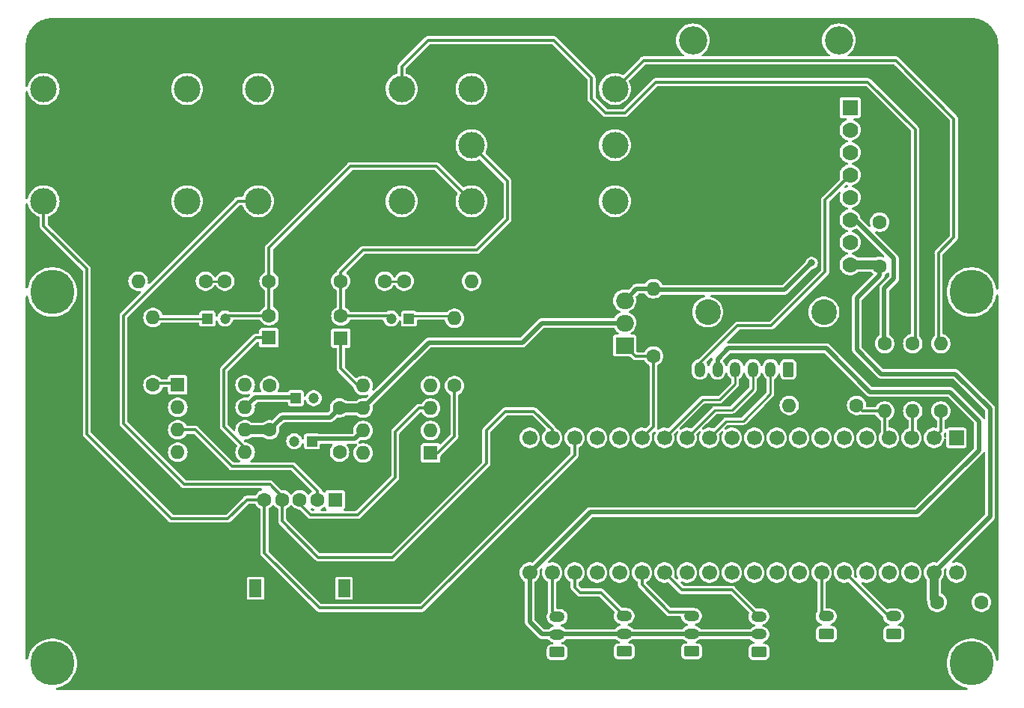
<source format=gtl>
G04 #@! TF.GenerationSoftware,KiCad,Pcbnew,7.0.6*
G04 #@! TF.CreationDate,2023-10-03T18:05:15-04:00*
G04 #@! TF.ProjectId,pcb,7063622e-6b69-4636-9164-5f7063625858,1.0*
G04 #@! TF.SameCoordinates,Original*
G04 #@! TF.FileFunction,Copper,L1,Top*
G04 #@! TF.FilePolarity,Positive*
%FSLAX46Y46*%
G04 Gerber Fmt 4.6, Leading zero omitted, Abs format (unit mm)*
G04 Created by KiCad (PCBNEW 7.0.6) date 2023-10-03 18:05:15*
%MOMM*%
%LPD*%
G01*
G04 APERTURE LIST*
G04 Aperture macros list*
%AMRoundRect*
0 Rectangle with rounded corners*
0 $1 Rounding radius*
0 $2 $3 $4 $5 $6 $7 $8 $9 X,Y pos of 4 corners*
0 Add a 4 corners polygon primitive as box body*
4,1,4,$2,$3,$4,$5,$6,$7,$8,$9,$2,$3,0*
0 Add four circle primitives for the rounded corners*
1,1,$1+$1,$2,$3*
1,1,$1+$1,$4,$5*
1,1,$1+$1,$6,$7*
1,1,$1+$1,$8,$9*
0 Add four rect primitives between the rounded corners*
20,1,$1+$1,$2,$3,$4,$5,0*
20,1,$1+$1,$4,$5,$6,$7,0*
20,1,$1+$1,$6,$7,$8,$9,0*
20,1,$1+$1,$8,$9,$2,$3,0*%
G04 Aperture macros list end*
G04 #@! TA.AperFunction,ComponentPad*
%ADD10R,1.200000X1.200000*%
G04 #@! TD*
G04 #@! TA.AperFunction,ComponentPad*
%ADD11C,1.200000*%
G04 #@! TD*
G04 #@! TA.AperFunction,ComponentPad*
%ADD12C,5.000000*%
G04 #@! TD*
G04 #@! TA.AperFunction,ComponentPad*
%ADD13RoundRect,0.250000X0.625000X-0.350000X0.625000X0.350000X-0.625000X0.350000X-0.625000X-0.350000X0*%
G04 #@! TD*
G04 #@! TA.AperFunction,ComponentPad*
%ADD14O,1.750000X1.200000*%
G04 #@! TD*
G04 #@! TA.AperFunction,ComponentPad*
%ADD15C,1.600000*%
G04 #@! TD*
G04 #@! TA.AperFunction,ComponentPad*
%ADD16O,1.600000X1.600000*%
G04 #@! TD*
G04 #@! TA.AperFunction,ComponentPad*
%ADD17RoundRect,0.250000X0.350000X0.625000X-0.350000X0.625000X-0.350000X-0.625000X0.350000X-0.625000X0*%
G04 #@! TD*
G04 #@! TA.AperFunction,ComponentPad*
%ADD18O,1.200000X1.750000*%
G04 #@! TD*
G04 #@! TA.AperFunction,ComponentPad*
%ADD19R,1.600000X1.600000*%
G04 #@! TD*
G04 #@! TA.AperFunction,ComponentPad*
%ADD20C,3.200000*%
G04 #@! TD*
G04 #@! TA.AperFunction,ComponentPad*
%ADD21C,2.900000*%
G04 #@! TD*
G04 #@! TA.AperFunction,ComponentPad*
%ADD22R,1.778000X1.778000*%
G04 #@! TD*
G04 #@! TA.AperFunction,ComponentPad*
%ADD23C,1.778000*%
G04 #@! TD*
G04 #@! TA.AperFunction,ComponentPad*
%ADD24C,3.000000*%
G04 #@! TD*
G04 #@! TA.AperFunction,ComponentPad*
%ADD25R,1.700000X1.700000*%
G04 #@! TD*
G04 #@! TA.AperFunction,ComponentPad*
%ADD26C,1.700000*%
G04 #@! TD*
G04 #@! TA.AperFunction,ComponentPad*
%ADD27R,1.400000X2.000000*%
G04 #@! TD*
G04 #@! TA.AperFunction,ComponentPad*
%ADD28R,2.000000X1.905000*%
G04 #@! TD*
G04 #@! TA.AperFunction,ComponentPad*
%ADD29O,2.000000X1.905000*%
G04 #@! TD*
G04 #@! TA.AperFunction,ViaPad*
%ADD30C,0.800000*%
G04 #@! TD*
G04 #@! TA.AperFunction,Conductor*
%ADD31C,0.250000*%
G04 #@! TD*
G04 #@! TA.AperFunction,Conductor*
%ADD32C,0.300000*%
G04 #@! TD*
G04 #@! TA.AperFunction,Conductor*
%ADD33C,0.500000*%
G04 #@! TD*
G04 #@! TA.AperFunction,Conductor*
%ADD34C,1.000000*%
G04 #@! TD*
G04 APERTURE END LIST*
D10*
X94072026Y-106500000D03*
D11*
X96072026Y-106500000D03*
D12*
X66500000Y-94500000D03*
D13*
X123613000Y-135241233D03*
D14*
X123613000Y-133241233D03*
X123613000Y-131241233D03*
D13*
X131191000Y-135145233D03*
D14*
X131191000Y-133145233D03*
X131191000Y-131145233D03*
D15*
X167005000Y-107950000D03*
D16*
X167005000Y-100330000D03*
D17*
X149750000Y-103250000D03*
D18*
X147750000Y-103250000D03*
X145750000Y-103250000D03*
X143750000Y-103250000D03*
X141750000Y-103250000D03*
X139750000Y-103250000D03*
D15*
X83834626Y-93260000D03*
D16*
X76214626Y-93260000D03*
D15*
X160100000Y-86600000D03*
X160100000Y-91600000D03*
X166600000Y-129600000D03*
X171600000Y-129600000D03*
D19*
X99150000Y-99700000D03*
D15*
X99150000Y-97200000D03*
D13*
X161671000Y-133177233D03*
D14*
X161671000Y-131177233D03*
D15*
X91100000Y-105100000D03*
X91100000Y-110100000D03*
D20*
X155473400Y-66019633D03*
X138963400Y-66019633D03*
D21*
X153788400Y-96753633D03*
X140648400Y-96753633D03*
D22*
X156743400Y-73639633D03*
D23*
X156743400Y-76179633D03*
X156743400Y-78719633D03*
X156743400Y-81259633D03*
X156743400Y-83799633D03*
X156743400Y-86339633D03*
X156743400Y-88879633D03*
X156743400Y-91419633D03*
D10*
X106850000Y-97500000D03*
D11*
X104850000Y-97500000D03*
D15*
X91024626Y-93260000D03*
X86024626Y-93260000D03*
X163830000Y-100330000D03*
D16*
X163830000Y-107950000D03*
D19*
X91024626Y-99682380D03*
D15*
X91024626Y-97182380D03*
D13*
X146431000Y-135209233D03*
D14*
X146431000Y-133209233D03*
X146431000Y-131209233D03*
D24*
X65524626Y-71522400D03*
X81754626Y-71522400D03*
X65524626Y-84222400D03*
X81754626Y-84222400D03*
D15*
X112000000Y-105100000D03*
D16*
X112000000Y-97480000D03*
D24*
X89789000Y-71522400D03*
X106019000Y-71522400D03*
X89789000Y-84222400D03*
X106019000Y-84222400D03*
D25*
X168764626Y-111000000D03*
D26*
X166224626Y-111000000D03*
X163684626Y-111000000D03*
X161144626Y-111000000D03*
X158604626Y-111000000D03*
X156064626Y-111000000D03*
X153524626Y-111000000D03*
X150984626Y-111000000D03*
X148444626Y-111000000D03*
X145904626Y-111000000D03*
X143364626Y-111000000D03*
X140824626Y-111000000D03*
X138284626Y-111000000D03*
X135744626Y-111000000D03*
X133204626Y-111000000D03*
X130664626Y-111000000D03*
X128124626Y-111000000D03*
X125584626Y-111000000D03*
X123044626Y-111000000D03*
X120504626Y-111000000D03*
X120504626Y-126240000D03*
X123044626Y-126240000D03*
X125584626Y-126240000D03*
X128124626Y-126240000D03*
X130664626Y-126240000D03*
X133204626Y-126240000D03*
X135744626Y-126240000D03*
X138284626Y-126240000D03*
X140824626Y-126240000D03*
X143364626Y-126240000D03*
X145904626Y-126240000D03*
X148444626Y-126240000D03*
X150984626Y-126240000D03*
X153524626Y-126240000D03*
X156064626Y-126240000D03*
X158604626Y-126240000D03*
X161144626Y-126240000D03*
X163684626Y-126240000D03*
X166224626Y-126240000D03*
X168764626Y-126240000D03*
D19*
X98500000Y-118000000D03*
D15*
X96500000Y-118000000D03*
X94500000Y-118000000D03*
X92500000Y-118000000D03*
X90500000Y-118000000D03*
D27*
X89500000Y-128000000D03*
X99500000Y-128000000D03*
D28*
X131250000Y-100540000D03*
D29*
X131250000Y-98000000D03*
X131250000Y-95460000D03*
D15*
X134500000Y-101750000D03*
D16*
X134500000Y-94130000D03*
D15*
X77900000Y-105000000D03*
D16*
X77900000Y-97380000D03*
D19*
X109300000Y-112700000D03*
D16*
X109300000Y-110160000D03*
X109300000Y-107620000D03*
X109300000Y-105080000D03*
X101680000Y-105080000D03*
X101680000Y-107620000D03*
X101680000Y-110160000D03*
X101680000Y-112700000D03*
D13*
X138811000Y-135145233D03*
D14*
X138811000Y-133145233D03*
X138811000Y-131145233D03*
D24*
X113919000Y-77872400D03*
X130149000Y-77872400D03*
X113919000Y-71522400D03*
X130149000Y-71522400D03*
X113919000Y-84222400D03*
X130149000Y-84222400D03*
D15*
X106300000Y-93260000D03*
D16*
X113920000Y-93260000D03*
D10*
X84052027Y-97500000D03*
D11*
X86052027Y-97500000D03*
D15*
X99000000Y-112600000D03*
X99000000Y-107600000D03*
D19*
X80700000Y-105000000D03*
D16*
X80700000Y-107540000D03*
X80700000Y-110080000D03*
X80700000Y-112620000D03*
X88320000Y-112620000D03*
X88320000Y-110080000D03*
X88320000Y-107540000D03*
X88320000Y-105000000D03*
D10*
X95877226Y-111380000D03*
D11*
X93877226Y-111380000D03*
D15*
X104100000Y-93260000D03*
X99100000Y-93260000D03*
D12*
X170475374Y-94500000D03*
D15*
X160655000Y-100330000D03*
D16*
X160655000Y-107950000D03*
D12*
X170475374Y-136500000D03*
X66500000Y-136500000D03*
D15*
X157480000Y-107315000D03*
D16*
X149860000Y-107315000D03*
D13*
X154051000Y-133177233D03*
D14*
X154051000Y-131177233D03*
D30*
X152400000Y-91216000D03*
D31*
X140064626Y-106680000D02*
X135744626Y-111000000D01*
X141986000Y-106680000D02*
X140064626Y-106680000D01*
X143750000Y-103250000D02*
X143750000Y-104916000D01*
X143750000Y-104916000D02*
X141986000Y-106680000D01*
X141461626Y-107823000D02*
X138284626Y-111000000D01*
X143383000Y-107823000D02*
X141461626Y-107823000D01*
X145750000Y-105456000D02*
X143383000Y-107823000D01*
X145750000Y-103250000D02*
X145750000Y-105456000D01*
X142731626Y-109093000D02*
X140824626Y-111000000D01*
X144653000Y-109093000D02*
X142731626Y-109093000D01*
X147750000Y-103250000D02*
X147750000Y-105996000D01*
X147750000Y-105996000D02*
X144653000Y-109093000D01*
D32*
X134500000Y-109704626D02*
X133204626Y-111000000D01*
X134500000Y-101750000D02*
X134500000Y-109704626D01*
X87477600Y-84222400D02*
X89777600Y-84222400D01*
X74549000Y-97151000D02*
X87477600Y-84222400D01*
X74549000Y-109347000D02*
X74549000Y-97151000D01*
X81452000Y-116250000D02*
X74549000Y-109347000D01*
X92524626Y-117649626D02*
X91125000Y-116250000D01*
X92524626Y-120424626D02*
X92524626Y-117649626D01*
X96600000Y-124500000D02*
X92524626Y-120424626D01*
X105000000Y-124500000D02*
X96600000Y-124500000D01*
X115600000Y-110150000D02*
X115600000Y-113900000D01*
X115600000Y-113900000D02*
X105000000Y-124500000D01*
X117750000Y-108000000D02*
X115600000Y-110150000D01*
X123044626Y-110044626D02*
X121000000Y-108000000D01*
X121000000Y-108000000D02*
X117750000Y-108000000D01*
X91125000Y-116250000D02*
X81452000Y-116250000D01*
X123044626Y-111000000D02*
X123044626Y-110044626D01*
X65524626Y-87024626D02*
X65524626Y-84222400D01*
X80010000Y-120142000D02*
X70400000Y-110532000D01*
X70400000Y-91900000D02*
X65524626Y-87024626D01*
X86358000Y-120142000D02*
X80010000Y-120142000D01*
X88500000Y-118000000D02*
X86358000Y-120142000D01*
X90524626Y-118000000D02*
X88500000Y-118000000D01*
X70400000Y-110532000D02*
X70400000Y-91900000D01*
D33*
X168021000Y-105791000D02*
X171323000Y-109093000D01*
X154051000Y-100838000D02*
X159004000Y-105791000D01*
X141750000Y-102090000D02*
X143002000Y-100838000D01*
X171323000Y-112395000D02*
X164338000Y-119380000D01*
X127364626Y-119380000D02*
X120504626Y-126240000D01*
X159004000Y-105791000D02*
X168021000Y-105791000D01*
X121909233Y-133209233D02*
X146431000Y-133209233D01*
X120504626Y-126240000D02*
X120504626Y-131804626D01*
X120504626Y-131804626D02*
X121909233Y-133209233D01*
X143002000Y-100838000D02*
X154051000Y-100838000D01*
X164338000Y-119380000D02*
X127364626Y-119380000D01*
X171323000Y-109093000D02*
X171323000Y-112395000D01*
X141750000Y-103250000D02*
X141750000Y-102090000D01*
D32*
X123044626Y-126240000D02*
X123044626Y-130672859D01*
X123044626Y-130672859D02*
X123613000Y-131241233D01*
X125584626Y-126240000D02*
X125584626Y-127884626D01*
X125584626Y-127884626D02*
X126200000Y-128500000D01*
X126200000Y-128500000D02*
X128545767Y-128500000D01*
X128545767Y-128500000D02*
X131191000Y-131145233D01*
X138365767Y-130700000D02*
X138811000Y-131145233D01*
X136300000Y-130700000D02*
X138365767Y-130700000D01*
X133204626Y-126240000D02*
X133204626Y-127604626D01*
X133204626Y-127604626D02*
X136300000Y-130700000D01*
X137704626Y-128200000D02*
X143421767Y-128200000D01*
X135744626Y-126240000D02*
X137704626Y-128200000D01*
X143421767Y-128200000D02*
X146431000Y-131209233D01*
X163830000Y-107950000D02*
X163830000Y-110854626D01*
D33*
X172593000Y-119871626D02*
X172593000Y-107696000D01*
X166224626Y-126240000D02*
X172593000Y-119871626D01*
X152384000Y-91216000D02*
X149350000Y-94250000D01*
X157500000Y-100985000D02*
X157500000Y-95200000D01*
X149350000Y-94250000D02*
X134620000Y-94250000D01*
X157500000Y-95200000D02*
X160100000Y-92600000D01*
X132580000Y-94130000D02*
X131250000Y-95460000D01*
X160100000Y-92600000D02*
X160100000Y-91600000D01*
X160274000Y-103759000D02*
X157500000Y-100985000D01*
D34*
X166224626Y-126240000D02*
X166224626Y-129224626D01*
D33*
X134500000Y-94130000D02*
X132580000Y-94130000D01*
X172593000Y-107696000D02*
X168656000Y-103759000D01*
X152400000Y-91216000D02*
X152384000Y-91216000D01*
D34*
X156743400Y-91419633D02*
X159919633Y-91419633D01*
D33*
X168656000Y-103759000D02*
X160274000Y-103759000D01*
D34*
X166224626Y-129224626D02*
X166600000Y-129600000D01*
D32*
X153524626Y-130650859D02*
X154051000Y-131177233D01*
X153524626Y-126240000D02*
X153524626Y-130650859D01*
X156140000Y-126240000D02*
X161077233Y-131177233D01*
X139750000Y-102566000D02*
X144018000Y-98298000D01*
X153924000Y-84079033D02*
X156743400Y-81259633D01*
X147828000Y-98298000D02*
X153924000Y-92202000D01*
X153924000Y-92202000D02*
X153924000Y-84079033D01*
X144018000Y-98298000D02*
X147828000Y-98298000D01*
X167005000Y-110219626D02*
X166224626Y-111000000D01*
X167005000Y-107950000D02*
X167005000Y-110219626D01*
D33*
X160600000Y-94100000D02*
X160600000Y-100275000D01*
X161700000Y-90700000D02*
X161700000Y-93000000D01*
X157339633Y-86339633D02*
X161700000Y-90700000D01*
X161700000Y-93000000D02*
X160600000Y-94100000D01*
D32*
X125584626Y-112915374D02*
X108250000Y-130250000D01*
X90500000Y-124000000D02*
X90500000Y-118000000D01*
X125584626Y-111000000D02*
X125584626Y-112915374D01*
X96750000Y-130250000D02*
X90500000Y-124000000D01*
X108250000Y-130250000D02*
X96750000Y-130250000D01*
X134500000Y-101750000D02*
X132460000Y-101750000D01*
X132460000Y-101750000D02*
X131250000Y-100540000D01*
X160655000Y-107950000D02*
X160655000Y-110510374D01*
X160655000Y-107950000D02*
X158115000Y-107950000D01*
X158115000Y-107950000D02*
X157480000Y-107315000D01*
D33*
X121900000Y-98000000D02*
X119700000Y-100200000D01*
X119700000Y-100200000D02*
X109100000Y-100200000D01*
X109100000Y-100200000D02*
X101680000Y-107620000D01*
X131250000Y-98000000D02*
X121900000Y-98000000D01*
D34*
X91100000Y-110100000D02*
X88340000Y-110100000D01*
D33*
X97900000Y-108700000D02*
X92500000Y-108700000D01*
D34*
X99020000Y-107620000D02*
X101680000Y-107620000D01*
D33*
X99000000Y-107600000D02*
X97900000Y-108700000D01*
X92500000Y-108700000D02*
X91100000Y-110100000D01*
X89460000Y-106400000D02*
X93972026Y-106400000D01*
X88320000Y-107540000D02*
X89460000Y-106400000D01*
X101680000Y-110160000D02*
X100740000Y-111100000D01*
X100740000Y-111100000D02*
X96197226Y-111100000D01*
D31*
X84052027Y-97500000D02*
X78220000Y-97500000D01*
D32*
X99100000Y-92300000D02*
X101650000Y-89750000D01*
X99150000Y-97200000D02*
X104550000Y-97200000D01*
X99100000Y-93260000D02*
X99100000Y-92300000D01*
X118000000Y-86250000D02*
X118000000Y-81953400D01*
X114500000Y-89750000D02*
X118000000Y-86250000D01*
X99150000Y-93310000D02*
X99150000Y-97200000D01*
X101650000Y-89750000D02*
X114500000Y-89750000D01*
X118000000Y-81953400D02*
X113919000Y-77872400D01*
D31*
X83834626Y-93260000D02*
X86024626Y-93260000D01*
X107150000Y-97200000D02*
X111720000Y-97200000D01*
D32*
X91024626Y-93260000D02*
X91024626Y-89475374D01*
X91024626Y-93260000D02*
X91024626Y-97182380D01*
X91024626Y-89475374D02*
X100250000Y-80250000D01*
X100250000Y-80250000D02*
X109946600Y-80250000D01*
X91024626Y-97182380D02*
X86369647Y-97182380D01*
X109946600Y-80250000D02*
X113919000Y-84222400D01*
X85900000Y-109700000D02*
X88320000Y-112120000D01*
X89517620Y-99682380D02*
X85900000Y-103300000D01*
X85900000Y-103300000D02*
X85900000Y-109700000D01*
X91024626Y-99682380D02*
X89517620Y-99682380D01*
D31*
X104100000Y-93260000D02*
X106300000Y-93260000D01*
D32*
X101080000Y-105080000D02*
X99150000Y-103150000D01*
X99150000Y-103150000D02*
X99150000Y-99700000D01*
X168500000Y-88300000D02*
X166750000Y-90050000D01*
X161900000Y-68300000D02*
X168500000Y-74900000D01*
X130149000Y-71522400D02*
X133371400Y-68300000D01*
X166750000Y-90050000D02*
X166750000Y-100075000D01*
X168500000Y-74900000D02*
X168500000Y-88300000D01*
X133371400Y-68300000D02*
X161900000Y-68300000D01*
X109000000Y-66000000D02*
X123250000Y-66000000D01*
X123250000Y-66000000D02*
X127500000Y-70250000D01*
X127500000Y-72625000D02*
X129125000Y-74250000D01*
X134750000Y-70750000D02*
X158750000Y-70750000D01*
X106019000Y-71522400D02*
X106019000Y-68981000D01*
X106019000Y-68981000D02*
X109000000Y-66000000D01*
X131250000Y-74250000D02*
X134750000Y-70750000D01*
X164100000Y-76100000D02*
X164100000Y-100060000D01*
X129125000Y-74250000D02*
X131250000Y-74250000D01*
X158750000Y-70750000D02*
X164100000Y-76100000D01*
X127500000Y-70250000D02*
X127500000Y-72625000D01*
X78100000Y-104800000D02*
X80500000Y-104800000D01*
X112000000Y-110800000D02*
X110100000Y-112700000D01*
X110100000Y-112700000D02*
X109300000Y-112700000D01*
X112000000Y-105100000D02*
X112000000Y-110800000D01*
X96524626Y-118000000D02*
X96524626Y-117000000D01*
X96524626Y-117000000D02*
X93724626Y-114200000D01*
X86800000Y-114200000D02*
X82680000Y-110080000D01*
X93724626Y-114200000D02*
X86800000Y-114200000D01*
X82680000Y-110080000D02*
X80700000Y-110080000D01*
X94524626Y-118524626D02*
X95700000Y-119700000D01*
X105300000Y-115450000D02*
X105300000Y-110300000D01*
X95700000Y-119700000D02*
X101050000Y-119700000D01*
X101050000Y-119700000D02*
X105300000Y-115450000D01*
X105300000Y-110300000D02*
X107980000Y-107620000D01*
X107980000Y-107620000D02*
X109300000Y-107620000D01*
G04 #@! TA.AperFunction,NonConductor*
G36*
X156357042Y-82385607D02*
G01*
X156358272Y-82386074D01*
X156416483Y-82408626D01*
X156416493Y-82408627D01*
X156422000Y-82410195D01*
X156421316Y-82412598D01*
X156474051Y-82439414D01*
X156509323Y-82499727D01*
X156506387Y-82569535D01*
X156466177Y-82626675D01*
X156421440Y-82647105D01*
X156422000Y-82649071D01*
X156416484Y-82650639D01*
X156416483Y-82650640D01*
X156416481Y-82650640D01*
X156416480Y-82650641D01*
X156267600Y-82708317D01*
X156197977Y-82714179D01*
X156136237Y-82681468D01*
X156101982Y-82620572D01*
X156106089Y-82550823D01*
X156135124Y-82505011D01*
X156226029Y-82414106D01*
X156287350Y-82380623D01*
X156357042Y-82385607D01*
G37*
G04 #@! TD.AperFunction*
G04 #@! TA.AperFunction,NonConductor*
G36*
X157545425Y-87327354D02*
G01*
X157564323Y-87342847D01*
X160567926Y-90346450D01*
X160601411Y-90407773D01*
X160596427Y-90477465D01*
X160554555Y-90533398D01*
X160489091Y-90557815D01*
X160435452Y-90549758D01*
X160402461Y-90536977D01*
X160402456Y-90536976D01*
X160201976Y-90499500D01*
X159998024Y-90499500D01*
X159797544Y-90536976D01*
X159797541Y-90536976D01*
X159797541Y-90536977D01*
X159607084Y-90610760D01*
X159562290Y-90619133D01*
X157678965Y-90619133D01*
X157611926Y-90599448D01*
X157595427Y-90586770D01*
X157463305Y-90466325D01*
X157463303Y-90466323D01*
X157275880Y-90350276D01*
X157275874Y-90350273D01*
X157169080Y-90308901D01*
X157070317Y-90270640D01*
X157070311Y-90270638D01*
X157064800Y-90269071D01*
X157065485Y-90266663D01*
X157012766Y-90239869D01*
X156977482Y-90179562D01*
X156980404Y-90109754D01*
X157020603Y-90052607D01*
X157065360Y-90032165D01*
X157064800Y-90030195D01*
X157070300Y-90028629D01*
X157070317Y-90028626D01*
X157275877Y-89948991D01*
X157463305Y-89832941D01*
X157626217Y-89684427D01*
X157759066Y-89508507D01*
X157857328Y-89311171D01*
X157917656Y-89099139D01*
X157937996Y-88879633D01*
X157917656Y-88660127D01*
X157857328Y-88448095D01*
X157853706Y-88440821D01*
X157759069Y-88250764D01*
X157759064Y-88250756D01*
X157626215Y-88074836D01*
X157463305Y-87926325D01*
X157463303Y-87926323D01*
X157275880Y-87810276D01*
X157275874Y-87810273D01*
X157169080Y-87768901D01*
X157070317Y-87730640D01*
X157070311Y-87730638D01*
X157064800Y-87729071D01*
X157065485Y-87726663D01*
X157012766Y-87699869D01*
X156977482Y-87639562D01*
X156980404Y-87569754D01*
X157020603Y-87512607D01*
X157065360Y-87492165D01*
X157064800Y-87490195D01*
X157070300Y-87488629D01*
X157070317Y-87488626D01*
X157275877Y-87408991D01*
X157379903Y-87344581D01*
X157411365Y-87325101D01*
X157478725Y-87306546D01*
X157545425Y-87327354D01*
G37*
G04 #@! TD.AperFunction*
G04 #@! TA.AperFunction,NonConductor*
G36*
X141118834Y-101936783D02*
G01*
X141174767Y-101978655D01*
X141199184Y-102044119D01*
X141199500Y-102052965D01*
X141199500Y-102058594D01*
X141199175Y-102064939D01*
X141194648Y-102108970D01*
X141194648Y-102108975D01*
X141197697Y-102126656D01*
X141199500Y-102147724D01*
X141199500Y-102198701D01*
X141179815Y-102265740D01*
X141148390Y-102299016D01*
X141144128Y-102302112D01*
X141017466Y-102442785D01*
X140922821Y-102606715D01*
X140922818Y-102606722D01*
X140867931Y-102775648D01*
X140828493Y-102833324D01*
X140764135Y-102860522D01*
X140695288Y-102848607D01*
X140643813Y-102801363D01*
X140632069Y-102775648D01*
X140577181Y-102606722D01*
X140577180Y-102606721D01*
X140577179Y-102606716D01*
X140540277Y-102542800D01*
X140523804Y-102474900D01*
X140546657Y-102408873D01*
X140559977Y-102393125D01*
X140987819Y-101965283D01*
X141049142Y-101931799D01*
X141118834Y-101936783D01*
G37*
G04 #@! TD.AperFunction*
G04 #@! TA.AperFunction,NonConductor*
G36*
X155577472Y-83165177D02*
G01*
X155633405Y-83207049D01*
X155657822Y-83272513D01*
X155645139Y-83336629D01*
X155629473Y-83368091D01*
X155569143Y-83580131D01*
X155548804Y-83799632D01*
X155548804Y-83799633D01*
X155569143Y-84019134D01*
X155569143Y-84019136D01*
X155569144Y-84019139D01*
X155629472Y-84231171D01*
X155629473Y-84231174D01*
X155727730Y-84428501D01*
X155727735Y-84428509D01*
X155860584Y-84604429D01*
X156023494Y-84752940D01*
X156023496Y-84752942D01*
X156210919Y-84868989D01*
X156210925Y-84868992D01*
X156239630Y-84880112D01*
X156416483Y-84948626D01*
X156416496Y-84948628D01*
X156422000Y-84950195D01*
X156421316Y-84952598D01*
X156474051Y-84979414D01*
X156509323Y-85039727D01*
X156506387Y-85109535D01*
X156466177Y-85166675D01*
X156421440Y-85187105D01*
X156422000Y-85189071D01*
X156416485Y-85190639D01*
X156416483Y-85190640D01*
X156367101Y-85209770D01*
X156210925Y-85270273D01*
X156210919Y-85270276D01*
X156023496Y-85386323D01*
X156023494Y-85386325D01*
X155860584Y-85534836D01*
X155727735Y-85710756D01*
X155727730Y-85710764D01*
X155629473Y-85908091D01*
X155609228Y-85979244D01*
X155574952Y-86099716D01*
X155569143Y-86120131D01*
X155548804Y-86339632D01*
X155548804Y-86339633D01*
X155569143Y-86559134D01*
X155569143Y-86559136D01*
X155569144Y-86559139D01*
X155577612Y-86588901D01*
X155629473Y-86771174D01*
X155727730Y-86968501D01*
X155727735Y-86968509D01*
X155860584Y-87144429D01*
X156023494Y-87292940D01*
X156023496Y-87292942D01*
X156210919Y-87408989D01*
X156210925Y-87408992D01*
X156239630Y-87420112D01*
X156416483Y-87488626D01*
X156416496Y-87488628D01*
X156422000Y-87490195D01*
X156421316Y-87492598D01*
X156474051Y-87519414D01*
X156509323Y-87579727D01*
X156506387Y-87649535D01*
X156466177Y-87706675D01*
X156421440Y-87727105D01*
X156422000Y-87729071D01*
X156416485Y-87730639D01*
X156416483Y-87730640D01*
X156367101Y-87749770D01*
X156210925Y-87810273D01*
X156210919Y-87810276D01*
X156023496Y-87926323D01*
X156023494Y-87926325D01*
X155860584Y-88074836D01*
X155727735Y-88250756D01*
X155727730Y-88250764D01*
X155629473Y-88448091D01*
X155569143Y-88660131D01*
X155548804Y-88879632D01*
X155548804Y-88879633D01*
X155569143Y-89099134D01*
X155569143Y-89099136D01*
X155569144Y-89099139D01*
X155626151Y-89299500D01*
X155629473Y-89311174D01*
X155727730Y-89508501D01*
X155727735Y-89508509D01*
X155860584Y-89684429D01*
X156023494Y-89832940D01*
X156023496Y-89832942D01*
X156210919Y-89948989D01*
X156210925Y-89948992D01*
X156239630Y-89960112D01*
X156416483Y-90028626D01*
X156416496Y-90028628D01*
X156422000Y-90030195D01*
X156421316Y-90032598D01*
X156474051Y-90059414D01*
X156509323Y-90119727D01*
X156506387Y-90189535D01*
X156466177Y-90246675D01*
X156421440Y-90267105D01*
X156422000Y-90269071D01*
X156416485Y-90270639D01*
X156416483Y-90270640D01*
X156383185Y-90283540D01*
X156210925Y-90350273D01*
X156210919Y-90350276D01*
X156023496Y-90466323D01*
X156023494Y-90466325D01*
X155860584Y-90614836D01*
X155727735Y-90790756D01*
X155727730Y-90790764D01*
X155629473Y-90988091D01*
X155629471Y-90988095D01*
X155629472Y-90988095D01*
X155584803Y-91145093D01*
X155569143Y-91200131D01*
X155548804Y-91419632D01*
X155548804Y-91419633D01*
X155569143Y-91639134D01*
X155569143Y-91639136D01*
X155569144Y-91639139D01*
X155613984Y-91796736D01*
X155629473Y-91851174D01*
X155727730Y-92048501D01*
X155727735Y-92048509D01*
X155860584Y-92224429D01*
X156023494Y-92372940D01*
X156023496Y-92372942D01*
X156210919Y-92488989D01*
X156210925Y-92488992D01*
X156234070Y-92497958D01*
X156416483Y-92568626D01*
X156633177Y-92609133D01*
X156633179Y-92609133D01*
X156853621Y-92609133D01*
X156853623Y-92609133D01*
X157070317Y-92568626D01*
X157275877Y-92488991D01*
X157463305Y-92372941D01*
X157595426Y-92252496D01*
X157658231Y-92221879D01*
X157678965Y-92220133D01*
X159127514Y-92220133D01*
X159194553Y-92239818D01*
X159226468Y-92269406D01*
X159283236Y-92344579D01*
X159340883Y-92397131D01*
X159377163Y-92456840D01*
X159375403Y-92526688D01*
X159345025Y-92576448D01*
X157117382Y-94804092D01*
X157068957Y-94849317D01*
X157045956Y-94887139D01*
X157042384Y-94892388D01*
X157015639Y-94927658D01*
X157015636Y-94927663D01*
X157009055Y-94944352D01*
X156999654Y-94963280D01*
X156997566Y-94966715D01*
X156990327Y-94978619D01*
X156978385Y-95021237D01*
X156976362Y-95027255D01*
X156960122Y-95068440D01*
X156958288Y-95086284D01*
X156954342Y-95107048D01*
X156949501Y-95124328D01*
X156949500Y-95124337D01*
X156949500Y-95168594D01*
X156949175Y-95174939D01*
X156944648Y-95218970D01*
X156944648Y-95218975D01*
X156947697Y-95236656D01*
X156949500Y-95257723D01*
X156949500Y-100975602D01*
X156948482Y-101005421D01*
X156947238Y-101041829D01*
X156957715Y-101084819D01*
X156958901Y-101091061D01*
X156964929Y-101134920D01*
X156972079Y-101151379D01*
X156978818Y-101171419D01*
X156983067Y-101188852D01*
X156996071Y-101211981D01*
X157004763Y-101227439D01*
X157007582Y-101233115D01*
X157020642Y-101263181D01*
X157025221Y-101273722D01*
X157036541Y-101287636D01*
X157048439Y-101305117D01*
X157057234Y-101320760D01*
X157057236Y-101320761D01*
X157088532Y-101352057D01*
X157092783Y-101356766D01*
X157120722Y-101391108D01*
X157135381Y-101401455D01*
X157151552Y-101415077D01*
X159878079Y-104141603D01*
X159923320Y-104190044D01*
X159961140Y-104213042D01*
X159966379Y-104216607D01*
X160001658Y-104243361D01*
X160018353Y-104249944D01*
X160037290Y-104259351D01*
X160052618Y-104268672D01*
X160078618Y-104275956D01*
X160095237Y-104280613D01*
X160101254Y-104282636D01*
X160142435Y-104298876D01*
X160160284Y-104300710D01*
X160181056Y-104304658D01*
X160190414Y-104307280D01*
X160198334Y-104309500D01*
X160198335Y-104309500D01*
X160242601Y-104309500D01*
X160248942Y-104309824D01*
X160292971Y-104314351D01*
X160310650Y-104311302D01*
X160331718Y-104309500D01*
X168376613Y-104309500D01*
X168443652Y-104329185D01*
X168464294Y-104345819D01*
X172006181Y-107887706D01*
X172039666Y-107949029D01*
X172042500Y-107975387D01*
X172042500Y-108770961D01*
X172022815Y-108838000D01*
X171970011Y-108883755D01*
X171900853Y-108893699D01*
X171837297Y-108864674D01*
X171804766Y-108820364D01*
X171797780Y-108804280D01*
X171786454Y-108790359D01*
X171774556Y-108772877D01*
X171765764Y-108757240D01*
X171734472Y-108725948D01*
X171730215Y-108721231D01*
X171702278Y-108686892D01*
X171687613Y-108676540D01*
X171671441Y-108662917D01*
X170046703Y-107038179D01*
X168416907Y-105408382D01*
X168371680Y-105359956D01*
X168339792Y-105340564D01*
X168333861Y-105336957D01*
X168328610Y-105333383D01*
X168293341Y-105306638D01*
X168293342Y-105306638D01*
X168276642Y-105300052D01*
X168257716Y-105290652D01*
X168242380Y-105281327D01*
X168199758Y-105269384D01*
X168193740Y-105267360D01*
X168152565Y-105251124D01*
X168152556Y-105251122D01*
X168134716Y-105249288D01*
X168113951Y-105245342D01*
X168096669Y-105240500D01*
X168096665Y-105240500D01*
X168052406Y-105240500D01*
X168046064Y-105240175D01*
X168018427Y-105237333D01*
X168002029Y-105235648D01*
X168002024Y-105235648D01*
X167984344Y-105238697D01*
X167963276Y-105240500D01*
X159283387Y-105240500D01*
X159216348Y-105220815D01*
X159195706Y-105204181D01*
X154446906Y-100455381D01*
X154422061Y-100428779D01*
X154401680Y-100406956D01*
X154382406Y-100395235D01*
X154363861Y-100383957D01*
X154358610Y-100380383D01*
X154323341Y-100353638D01*
X154323342Y-100353638D01*
X154306642Y-100347052D01*
X154287716Y-100337652D01*
X154277177Y-100331243D01*
X154272382Y-100328328D01*
X154272381Y-100328327D01*
X154272380Y-100328327D01*
X154229758Y-100316384D01*
X154223740Y-100314360D01*
X154182565Y-100298124D01*
X154182556Y-100298122D01*
X154164716Y-100296288D01*
X154143951Y-100292342D01*
X154126669Y-100287500D01*
X154126665Y-100287500D01*
X154082406Y-100287500D01*
X154076064Y-100287175D01*
X154048427Y-100284333D01*
X154032029Y-100282648D01*
X154032024Y-100282648D01*
X154014344Y-100285697D01*
X153993276Y-100287500D01*
X143011397Y-100287500D01*
X143001749Y-100287170D01*
X142962334Y-100285824D01*
X142896006Y-100263861D01*
X142852080Y-100209526D01*
X142844504Y-100140068D01*
X142875683Y-100077541D01*
X142878843Y-100074259D01*
X144168284Y-98784819D01*
X144229608Y-98751334D01*
X144255966Y-98748500D01*
X147799217Y-98748500D01*
X147806155Y-98748889D01*
X147838050Y-98752483D01*
X147845034Y-98753270D01*
X147845034Y-98753269D01*
X147845035Y-98753270D01*
X147903479Y-98742211D01*
X147962287Y-98733348D01*
X147962290Y-98733346D01*
X147970447Y-98730830D01*
X147978469Y-98728023D01*
X147978472Y-98728023D01*
X148031072Y-98700222D01*
X148084642Y-98674425D01*
X148084642Y-98674424D01*
X148084644Y-98674424D01*
X148091695Y-98669616D01*
X148098538Y-98664566D01*
X148140600Y-98622503D01*
X148162250Y-98602415D01*
X148184194Y-98582055D01*
X148184196Y-98582050D01*
X148189987Y-98574790D01*
X148190643Y-98575313D01*
X148200032Y-98563070D01*
X150009465Y-96753637D01*
X152032992Y-96753637D01*
X152052596Y-97015253D01*
X152052597Y-97015258D01*
X152052597Y-97015262D01*
X152052598Y-97015263D01*
X152061116Y-97052582D01*
X152110976Y-97271035D01*
X152110978Y-97271044D01*
X152110980Y-97271049D01*
X152206832Y-97515276D01*
X152338014Y-97742490D01*
X152460253Y-97895773D01*
X152501598Y-97947618D01*
X152683153Y-98116074D01*
X152693921Y-98126066D01*
X152910696Y-98273861D01*
X152910701Y-98273863D01*
X152910702Y-98273864D01*
X152910703Y-98273865D01*
X152966012Y-98300500D01*
X153147073Y-98387694D01*
X153147074Y-98387694D01*
X153147077Y-98387696D01*
X153397785Y-98465029D01*
X153657218Y-98504133D01*
X153919582Y-98504133D01*
X154179015Y-98465029D01*
X154429723Y-98387696D01*
X154666104Y-98273861D01*
X154882879Y-98126066D01*
X155032133Y-97987578D01*
X155075201Y-97947618D01*
X155075201Y-97947616D01*
X155075205Y-97947614D01*
X155238786Y-97742490D01*
X155369968Y-97515276D01*
X155465820Y-97271049D01*
X155524202Y-97015263D01*
X155525577Y-96996917D01*
X155543808Y-96753637D01*
X155543808Y-96753628D01*
X155524203Y-96492012D01*
X155524202Y-96492007D01*
X155524202Y-96492003D01*
X155465820Y-96236217D01*
X155369968Y-95991990D01*
X155238786Y-95764776D01*
X155075205Y-95559652D01*
X155075204Y-95559651D01*
X155075201Y-95559647D01*
X154882879Y-95381200D01*
X154750769Y-95291129D01*
X154666104Y-95233405D01*
X154666100Y-95233403D01*
X154666097Y-95233401D01*
X154666096Y-95233400D01*
X154429725Y-95119571D01*
X154429727Y-95119571D01*
X154179023Y-95042239D01*
X154179019Y-95042238D01*
X154179015Y-95042237D01*
X154030079Y-95019788D01*
X153919587Y-95003133D01*
X153919582Y-95003133D01*
X153657218Y-95003133D01*
X153657212Y-95003133D01*
X153497182Y-95027255D01*
X153397785Y-95042237D01*
X153397781Y-95042238D01*
X153397782Y-95042238D01*
X153397776Y-95042239D01*
X153147073Y-95119571D01*
X152910703Y-95233400D01*
X152910702Y-95233401D01*
X152693920Y-95381200D01*
X152501598Y-95559647D01*
X152338014Y-95764776D01*
X152206832Y-95991989D01*
X152110982Y-96236211D01*
X152110976Y-96236230D01*
X152052597Y-96492007D01*
X152052596Y-96492012D01*
X152032992Y-96753628D01*
X152032992Y-96753637D01*
X150009465Y-96753637D01*
X154222205Y-92540896D01*
X154227373Y-92536277D01*
X154257970Y-92511879D01*
X154291480Y-92462728D01*
X154326793Y-92414882D01*
X154326794Y-92414879D01*
X154330787Y-92407324D01*
X154334470Y-92399676D01*
X154334470Y-92399675D01*
X154334472Y-92399673D01*
X154352007Y-92342822D01*
X154371646Y-92286699D01*
X154373232Y-92278311D01*
X154374500Y-92269904D01*
X154374500Y-92210426D01*
X154376724Y-92150992D01*
X154375684Y-92141761D01*
X154376513Y-92141667D01*
X154374500Y-92126366D01*
X154374500Y-84316998D01*
X154394185Y-84249959D01*
X154410819Y-84229317D01*
X154900011Y-83740125D01*
X155446459Y-83193676D01*
X155507780Y-83160193D01*
X155577472Y-83165177D01*
G37*
G04 #@! TD.AperFunction*
G04 #@! TA.AperFunction,NonConductor*
G36*
X146804711Y-103651392D02*
G01*
X146856187Y-103698636D01*
X146867931Y-103724351D01*
X146922818Y-103893277D01*
X146922821Y-103893284D01*
X147017467Y-104057216D01*
X147144129Y-104197888D01*
X147273387Y-104291799D01*
X147316051Y-104347126D01*
X147324500Y-104392115D01*
X147324500Y-105768389D01*
X147304815Y-105835428D01*
X147288181Y-105856070D01*
X144513071Y-108631181D01*
X144451748Y-108664666D01*
X144425390Y-108667500D01*
X142664230Y-108667500D01*
X142641265Y-108674962D01*
X142622348Y-108679503D01*
X142598499Y-108683280D01*
X142576984Y-108694243D01*
X142559012Y-108701688D01*
X142536044Y-108709151D01*
X142536039Y-108709153D01*
X142516507Y-108723344D01*
X142499927Y-108733505D01*
X142478406Y-108744471D01*
X142478404Y-108744473D01*
X142436993Y-108785882D01*
X142436989Y-108785888D01*
X141337336Y-109885540D01*
X141276013Y-109919025D01*
X141206321Y-109914041D01*
X141204863Y-109913486D01*
X141140831Y-109888680D01*
X141046065Y-109870965D01*
X140931236Y-109849500D01*
X140718016Y-109849500D01*
X140508428Y-109888679D01*
X140508425Y-109888679D01*
X140508425Y-109888680D01*
X140309608Y-109965701D01*
X140309601Y-109965705D01*
X140197037Y-110035402D01*
X140129677Y-110053957D01*
X140062977Y-110033149D01*
X140018116Y-109979584D01*
X140009336Y-109910268D01*
X140039425Y-109847209D01*
X140044079Y-109842294D01*
X140513988Y-109372386D01*
X141601554Y-108284819D01*
X141662878Y-108251334D01*
X141689236Y-108248500D01*
X143450392Y-108248500D01*
X143450393Y-108248500D01*
X143473360Y-108241036D01*
X143492276Y-108236495D01*
X143516126Y-108232719D01*
X143537636Y-108221757D01*
X143555614Y-108214310D01*
X143578581Y-108206849D01*
X143598118Y-108192653D01*
X143614706Y-108182488D01*
X143636220Y-108171528D01*
X143731528Y-108076220D01*
X146074554Y-105733194D01*
X146098528Y-105709220D01*
X146109493Y-105687698D01*
X146119652Y-105671120D01*
X146133850Y-105651580D01*
X146141314Y-105628605D01*
X146148751Y-105610650D01*
X146159719Y-105589126D01*
X146163496Y-105565271D01*
X146168034Y-105546366D01*
X146175500Y-105523393D01*
X146175500Y-105388607D01*
X146175500Y-105388606D01*
X146175500Y-104392115D01*
X146195185Y-104325076D01*
X146226610Y-104291801D01*
X146355871Y-104197888D01*
X146482533Y-104057216D01*
X146577179Y-103893284D01*
X146632068Y-103724351D01*
X146671506Y-103666675D01*
X146735865Y-103639477D01*
X146804711Y-103651392D01*
G37*
G04 #@! TD.AperFunction*
G04 #@! TA.AperFunction,NonConductor*
G36*
X144804711Y-103651392D02*
G01*
X144856187Y-103698636D01*
X144867931Y-103724351D01*
X144922818Y-103893277D01*
X144922821Y-103893284D01*
X145017467Y-104057216D01*
X145144129Y-104197888D01*
X145273387Y-104291799D01*
X145316051Y-104347126D01*
X145324500Y-104392115D01*
X145324500Y-105228390D01*
X145304815Y-105295429D01*
X145288181Y-105316071D01*
X143243071Y-107361181D01*
X143181748Y-107394666D01*
X143155390Y-107397500D01*
X141394230Y-107397500D01*
X141371265Y-107404962D01*
X141352348Y-107409503D01*
X141328499Y-107413280D01*
X141306984Y-107424243D01*
X141289012Y-107431688D01*
X141266044Y-107439151D01*
X141266042Y-107439152D01*
X141246510Y-107453343D01*
X141229925Y-107463506D01*
X141208408Y-107474469D01*
X141208406Y-107474471D01*
X141184431Y-107498447D01*
X138797336Y-109885540D01*
X138736013Y-109919025D01*
X138666321Y-109914041D01*
X138664863Y-109913486D01*
X138600831Y-109888680D01*
X138506065Y-109870965D01*
X138391236Y-109849500D01*
X138178016Y-109849500D01*
X137968428Y-109888679D01*
X137968425Y-109888679D01*
X137968425Y-109888680D01*
X137769608Y-109965701D01*
X137769601Y-109965705D01*
X137657036Y-110035402D01*
X137589675Y-110053957D01*
X137522976Y-110033149D01*
X137478115Y-109979584D01*
X137469335Y-109910268D01*
X137499424Y-109847209D01*
X137504056Y-109842316D01*
X140204554Y-107141819D01*
X140265878Y-107108334D01*
X140292236Y-107105500D01*
X142053392Y-107105500D01*
X142053393Y-107105500D01*
X142076360Y-107098036D01*
X142095276Y-107093495D01*
X142119126Y-107089719D01*
X142140636Y-107078757D01*
X142158614Y-107071310D01*
X142181581Y-107063849D01*
X142201118Y-107049653D01*
X142217706Y-107039488D01*
X142239220Y-107028528D01*
X142334528Y-106933220D01*
X142393087Y-106874661D01*
X142393100Y-106874646D01*
X144074554Y-105193194D01*
X144074554Y-105193193D01*
X144098528Y-105169220D01*
X144109493Y-105147699D01*
X144119650Y-105131125D01*
X144133850Y-105111581D01*
X144141311Y-105088614D01*
X144148760Y-105070633D01*
X144159718Y-105049129D01*
X144159718Y-105049128D01*
X144159718Y-105049127D01*
X144159719Y-105049126D01*
X144163496Y-105025273D01*
X144168035Y-105006366D01*
X144175500Y-104983393D01*
X144175500Y-104848607D01*
X144175500Y-104392114D01*
X144195185Y-104325076D01*
X144226610Y-104291801D01*
X144355871Y-104197888D01*
X144482533Y-104057216D01*
X144577179Y-103893284D01*
X144632068Y-103724351D01*
X144671506Y-103666675D01*
X144735865Y-103639477D01*
X144804711Y-103651392D01*
G37*
G04 #@! TD.AperFunction*
G04 #@! TA.AperFunction,NonConductor*
G36*
X97343180Y-118818584D02*
G01*
X97397120Y-118862993D01*
X97407962Y-118882554D01*
X97447794Y-118972765D01*
X97512848Y-119037819D01*
X97546333Y-119099142D01*
X97541349Y-119168834D01*
X97499477Y-119224767D01*
X97434013Y-119249184D01*
X97425167Y-119249500D01*
X96984449Y-119249500D01*
X96917410Y-119229815D01*
X96871655Y-119177011D01*
X96861711Y-119107853D01*
X96890736Y-119044297D01*
X96939655Y-119009873D01*
X96992637Y-118989348D01*
X97166041Y-118881981D01*
X97210990Y-118841004D01*
X97273793Y-118810387D01*
X97343180Y-118818584D01*
G37*
G04 #@! TD.AperFunction*
G04 #@! TA.AperFunction,NonConductor*
G36*
X95910015Y-118929290D02*
G01*
X95915850Y-118932686D01*
X96007363Y-118989348D01*
X96049498Y-119005671D01*
X96060345Y-119009873D01*
X96115747Y-119052446D01*
X96139337Y-119118213D01*
X96123626Y-119186293D01*
X96073602Y-119235072D01*
X96015551Y-119249500D01*
X95937966Y-119249500D01*
X95870927Y-119229815D01*
X95850285Y-119213181D01*
X95762907Y-119125803D01*
X95729422Y-119064480D01*
X95734406Y-118994788D01*
X95776278Y-118938855D01*
X95841742Y-118914438D01*
X95910015Y-118929290D01*
G37*
G04 #@! TD.AperFunction*
G04 #@! TA.AperFunction,NonConductor*
G36*
X121866680Y-125758983D02*
G01*
X121922613Y-125800855D01*
X121947030Y-125866319D01*
X121942612Y-125909100D01*
X121908870Y-126027689D01*
X121898097Y-126143951D01*
X121872311Y-126208888D01*
X121827756Y-126240804D01*
X121864129Y-126261668D01*
X121896319Y-126323681D01*
X121898096Y-126336047D01*
X121908870Y-126452310D01*
X121952353Y-126605136D01*
X121967222Y-126657392D01*
X121967222Y-126657394D01*
X122062258Y-126848253D01*
X122148753Y-126962789D01*
X122190754Y-127018407D01*
X122348324Y-127162052D01*
X122529607Y-127274298D01*
X122529609Y-127274298D01*
X122534482Y-127277316D01*
X122533179Y-127279419D01*
X122576629Y-127319695D01*
X122594126Y-127383202D01*
X122594126Y-130644076D01*
X122593736Y-130651014D01*
X122591617Y-130669823D01*
X122589355Y-130689898D01*
X122589522Y-130694359D01*
X122588316Y-130699114D01*
X122588315Y-130699129D01*
X122588313Y-130699128D01*
X122572356Y-130762087D01*
X122565929Y-130771875D01*
X122553850Y-130788500D01*
X122553848Y-130788503D01*
X122476857Y-130961425D01*
X122476855Y-130961430D01*
X122437500Y-131146587D01*
X122437500Y-131335878D01*
X122476855Y-131521035D01*
X122476857Y-131521040D01*
X122553848Y-131693962D01*
X122553851Y-131693967D01*
X122665111Y-131847103D01*
X122665112Y-131847104D01*
X122805784Y-131973766D01*
X122969716Y-132068412D01*
X122969721Y-132068413D01*
X122969722Y-132068414D01*
X123138648Y-132123302D01*
X123196324Y-132162740D01*
X123223522Y-132227098D01*
X123211607Y-132295945D01*
X123164363Y-132347420D01*
X123138648Y-132359164D01*
X122969722Y-132414051D01*
X122969715Y-132414054D01*
X122805785Y-132508699D01*
X122805783Y-132508700D01*
X122805784Y-132508700D01*
X122700652Y-132603362D01*
X122674529Y-132626883D01*
X122611538Y-132657113D01*
X122591557Y-132658733D01*
X122188619Y-132658733D01*
X122121580Y-132639048D01*
X122100938Y-132622414D01*
X121091445Y-131612920D01*
X121057960Y-131551597D01*
X121055126Y-131525239D01*
X121055126Y-127321396D01*
X121074811Y-127254357D01*
X121113849Y-127215969D01*
X121200928Y-127162052D01*
X121358498Y-127018407D01*
X121486992Y-126848255D01*
X121518549Y-126784880D01*
X121582029Y-126657394D01*
X121582029Y-126657393D01*
X121582031Y-126657389D01*
X121640382Y-126452310D01*
X121651155Y-126336047D01*
X121676941Y-126271111D01*
X121721495Y-126239194D01*
X121685123Y-126218331D01*
X121652933Y-126156318D01*
X121651155Y-126143951D01*
X121650475Y-126136613D01*
X121640382Y-126027690D01*
X121628223Y-125984956D01*
X121628809Y-125915090D01*
X121659806Y-125863343D01*
X121735667Y-125787482D01*
X121796988Y-125753999D01*
X121866680Y-125758983D01*
G37*
G04 #@! TD.AperFunction*
G04 #@! TA.AperFunction,NonConductor*
G36*
X170501619Y-63500584D02*
G01*
X170633628Y-63507503D01*
X170817027Y-63517803D01*
X170823212Y-63518465D01*
X170975647Y-63542608D01*
X171138194Y-63570226D01*
X171143811Y-63571453D01*
X171296693Y-63612418D01*
X171389122Y-63639046D01*
X171451724Y-63657082D01*
X171456759Y-63658769D01*
X171606183Y-63716127D01*
X171754007Y-63777358D01*
X171758412Y-63779388D01*
X171824180Y-63812899D01*
X171901921Y-63852511D01*
X171977428Y-63894241D01*
X172041480Y-63929641D01*
X172045215Y-63931882D01*
X172119487Y-63980115D01*
X172180872Y-64019980D01*
X172268357Y-64082053D01*
X172310764Y-64112142D01*
X172313886Y-64114510D01*
X172438748Y-64215621D01*
X172441034Y-64217567D01*
X172558721Y-64322738D01*
X172561248Y-64325128D01*
X172674870Y-64438750D01*
X172677260Y-64441277D01*
X172782431Y-64558964D01*
X172784385Y-64561260D01*
X172885480Y-64686102D01*
X172887862Y-64689243D01*
X172980019Y-64819127D01*
X173033758Y-64901875D01*
X173068106Y-64954767D01*
X173070364Y-64958531D01*
X173147488Y-65098078D01*
X173220604Y-65241575D01*
X173222643Y-65245997D01*
X173283877Y-65393829D01*
X173341221Y-65543217D01*
X173342916Y-65548273D01*
X173387579Y-65703297D01*
X173428541Y-65856171D01*
X173429778Y-65861835D01*
X173457394Y-66024369D01*
X173481530Y-66176758D01*
X173482196Y-66182985D01*
X173492509Y-66366617D01*
X173499415Y-66498377D01*
X173499500Y-66501623D01*
X173499500Y-94105906D01*
X173479815Y-94172945D01*
X173427011Y-94218700D01*
X173357853Y-94228644D01*
X173294297Y-94199619D01*
X173256523Y-94140841D01*
X173253384Y-94127438D01*
X173205006Y-93853075D01*
X173205004Y-93853067D01*
X173185267Y-93787139D01*
X173111443Y-93540549D01*
X172982233Y-93241008D01*
X172881756Y-93066976D01*
X172819122Y-92958490D01*
X172624328Y-92696837D01*
X172624321Y-92696829D01*
X172624317Y-92696823D01*
X172400451Y-92459538D01*
X172400443Y-92459531D01*
X172400442Y-92459530D01*
X172150558Y-92249852D01*
X172150553Y-92249848D01*
X172150551Y-92249847D01*
X171877997Y-92070586D01*
X171840422Y-92051715D01*
X171586482Y-91924181D01*
X171586476Y-91924178D01*
X171279940Y-91812608D01*
X171279919Y-91812601D01*
X170962515Y-91737374D01*
X170962500Y-91737372D01*
X170962499Y-91737371D01*
X170638485Y-91699500D01*
X170312263Y-91699500D01*
X170028749Y-91732638D01*
X169988247Y-91737372D01*
X169988232Y-91737374D01*
X169670828Y-91812601D01*
X169670807Y-91812608D01*
X169364271Y-91924178D01*
X169364265Y-91924181D01*
X169072754Y-92070584D01*
X168800189Y-92249852D01*
X168550305Y-92459530D01*
X168550304Y-92459531D01*
X168550298Y-92459536D01*
X168550297Y-92459538D01*
X168326431Y-92696823D01*
X168326428Y-92696826D01*
X168326426Y-92696829D01*
X168326419Y-92696837D01*
X168131625Y-92958490D01*
X167968517Y-93241003D01*
X167968511Y-93241016D01*
X167839305Y-93540547D01*
X167745743Y-93853067D01*
X167745741Y-93853075D01*
X167689097Y-94174319D01*
X167689096Y-94174330D01*
X167670128Y-94499996D01*
X167670128Y-94500003D01*
X167689096Y-94825669D01*
X167689097Y-94825680D01*
X167745741Y-95146924D01*
X167745743Y-95146932D01*
X167839305Y-95459452D01*
X167968511Y-95758983D01*
X167968517Y-95758996D01*
X168131625Y-96041509D01*
X168326419Y-96303162D01*
X168326424Y-96303168D01*
X168326431Y-96303177D01*
X168550297Y-96540462D01*
X168550303Y-96540467D01*
X168550304Y-96540468D01*
X168550305Y-96540469D01*
X168800189Y-96750147D01*
X168800192Y-96750149D01*
X168800197Y-96750153D01*
X169072751Y-96929414D01*
X169364273Y-97075822D01*
X169670820Y-97187396D01*
X169670826Y-97187397D01*
X169670828Y-97187398D01*
X169988232Y-97262625D01*
X169988239Y-97262626D01*
X169988248Y-97262628D01*
X170312263Y-97300500D01*
X170312270Y-97300500D01*
X170638478Y-97300500D01*
X170638485Y-97300500D01*
X170962500Y-97262628D01*
X170962509Y-97262625D01*
X170962515Y-97262625D01*
X171226752Y-97199999D01*
X171279928Y-97187396D01*
X171586475Y-97075822D01*
X171877997Y-96929414D01*
X172150551Y-96750153D01*
X172400451Y-96540462D01*
X172624317Y-96303177D01*
X172819123Y-96041508D01*
X172982233Y-95758992D01*
X173111443Y-95459451D01*
X173205004Y-95146934D01*
X173205006Y-95146924D01*
X173253384Y-94872561D01*
X173284411Y-94809958D01*
X173344358Y-94774067D01*
X173414192Y-94776284D01*
X173471742Y-94815904D01*
X173498736Y-94880349D01*
X173499500Y-94894093D01*
X173499500Y-136105906D01*
X173479815Y-136172945D01*
X173427011Y-136218700D01*
X173357853Y-136228644D01*
X173294297Y-136199619D01*
X173256523Y-136140841D01*
X173253384Y-136127438D01*
X173205006Y-135853075D01*
X173205004Y-135853067D01*
X173179410Y-135767576D01*
X173111443Y-135540549D01*
X172982233Y-135241008D01*
X172819123Y-134958492D01*
X172736966Y-134848136D01*
X172624328Y-134696837D01*
X172624321Y-134696829D01*
X172624317Y-134696823D01*
X172400451Y-134459538D01*
X172400443Y-134459531D01*
X172400442Y-134459530D01*
X172150558Y-134249852D01*
X172150553Y-134249848D01*
X172150551Y-134249847D01*
X171877997Y-134070586D01*
X171821554Y-134042239D01*
X171586482Y-133924181D01*
X171586476Y-133924178D01*
X171279940Y-133812608D01*
X171279919Y-133812601D01*
X170962515Y-133737374D01*
X170962500Y-133737372D01*
X170962499Y-133737372D01*
X170638485Y-133699500D01*
X170312263Y-133699500D01*
X170044073Y-133730847D01*
X169988247Y-133737372D01*
X169988232Y-133737374D01*
X169670828Y-133812601D01*
X169670807Y-133812608D01*
X169364271Y-133924178D01*
X169364265Y-133924181D01*
X169072754Y-134070584D01*
X168800189Y-134249852D01*
X168550305Y-134459530D01*
X168550304Y-134459531D01*
X168550298Y-134459536D01*
X168550297Y-134459538D01*
X168326431Y-134696823D01*
X168326428Y-134696826D01*
X168326426Y-134696829D01*
X168326419Y-134696837D01*
X168131625Y-134958490D01*
X167968517Y-135241003D01*
X167968511Y-135241016D01*
X167839305Y-135540547D01*
X167745743Y-135853067D01*
X167745741Y-135853075D01*
X167689097Y-136174319D01*
X167689096Y-136174330D01*
X167670128Y-136499996D01*
X167670128Y-136500003D01*
X167689096Y-136825669D01*
X167689097Y-136825680D01*
X167745741Y-137146924D01*
X167745743Y-137146932D01*
X167839305Y-137459452D01*
X167968511Y-137758983D01*
X167968517Y-137758996D01*
X168131625Y-138041509D01*
X168326419Y-138303162D01*
X168326424Y-138303168D01*
X168326431Y-138303177D01*
X168550297Y-138540462D01*
X168550303Y-138540467D01*
X168550304Y-138540468D01*
X168550305Y-138540469D01*
X168800189Y-138750147D01*
X168800192Y-138750149D01*
X168800197Y-138750153D01*
X169072751Y-138929414D01*
X169364273Y-139075822D01*
X169670820Y-139187396D01*
X169670826Y-139187397D01*
X169670828Y-139187398D01*
X169955397Y-139254843D01*
X170016090Y-139289457D01*
X170048433Y-139351390D01*
X170042160Y-139420977D01*
X169999260Y-139476126D01*
X169933355Y-139499327D01*
X169926800Y-139499500D01*
X67048574Y-139499500D01*
X66981535Y-139479815D01*
X66935780Y-139427011D01*
X66925836Y-139357853D01*
X66954861Y-139294297D01*
X67013639Y-139256523D01*
X67019977Y-139254843D01*
X67265987Y-139196536D01*
X67304554Y-139187396D01*
X67611101Y-139075822D01*
X67902623Y-138929414D01*
X68175177Y-138750153D01*
X68425077Y-138540462D01*
X68648943Y-138303177D01*
X68843749Y-138041508D01*
X69006859Y-137758992D01*
X69136069Y-137459451D01*
X69229630Y-137146934D01*
X69286278Y-136825669D01*
X69305246Y-136500000D01*
X69286278Y-136174331D01*
X69278657Y-136131110D01*
X69229632Y-135853075D01*
X69229630Y-135853067D01*
X69204036Y-135767576D01*
X69136069Y-135540549D01*
X69006859Y-135241008D01*
X68843749Y-134958492D01*
X68761592Y-134848136D01*
X68648954Y-134696837D01*
X68648947Y-134696829D01*
X68648943Y-134696823D01*
X68425077Y-134459538D01*
X68425069Y-134459531D01*
X68425068Y-134459530D01*
X68175184Y-134249852D01*
X68175179Y-134249848D01*
X68175177Y-134249847D01*
X67902623Y-134070586D01*
X67846180Y-134042239D01*
X67611108Y-133924181D01*
X67611102Y-133924178D01*
X67304566Y-133812608D01*
X67304545Y-133812601D01*
X66987141Y-133737374D01*
X66987126Y-133737372D01*
X66663111Y-133699500D01*
X66336889Y-133699500D01*
X66068699Y-133730847D01*
X66012873Y-133737372D01*
X66012858Y-133737374D01*
X65695454Y-133812601D01*
X65695433Y-133812608D01*
X65388897Y-133924178D01*
X65388891Y-133924181D01*
X65097380Y-134070584D01*
X64824815Y-134249852D01*
X64574931Y-134459530D01*
X64574930Y-134459531D01*
X64574924Y-134459536D01*
X64574923Y-134459538D01*
X64351057Y-134696823D01*
X64351054Y-134696826D01*
X64351052Y-134696829D01*
X64351045Y-134696837D01*
X64156251Y-134958490D01*
X63993143Y-135241003D01*
X63993137Y-135241016D01*
X63863931Y-135540547D01*
X63770369Y-135853067D01*
X63770368Y-135853072D01*
X63746616Y-135987778D01*
X63715589Y-136050380D01*
X63655642Y-136086271D01*
X63585808Y-136084054D01*
X63528258Y-136044433D01*
X63501264Y-135979989D01*
X63500500Y-135966245D01*
X63500500Y-129044856D01*
X88499500Y-129044856D01*
X88499502Y-129044882D01*
X88502413Y-129069987D01*
X88502415Y-129069991D01*
X88547793Y-129172764D01*
X88547794Y-129172765D01*
X88627235Y-129252206D01*
X88730009Y-129297585D01*
X88755135Y-129300500D01*
X90244864Y-129300499D01*
X90244879Y-129300497D01*
X90244882Y-129300497D01*
X90269987Y-129297586D01*
X90269988Y-129297585D01*
X90269991Y-129297585D01*
X90372765Y-129252206D01*
X90452206Y-129172765D01*
X90497585Y-129069991D01*
X90500500Y-129044865D01*
X90500499Y-126955136D01*
X90500497Y-126955117D01*
X90497586Y-126930012D01*
X90497585Y-126930010D01*
X90497585Y-126930009D01*
X90452206Y-126827235D01*
X90372765Y-126747794D01*
X90314569Y-126722098D01*
X90269992Y-126702415D01*
X90244865Y-126699500D01*
X88755143Y-126699500D01*
X88755117Y-126699502D01*
X88730012Y-126702413D01*
X88730008Y-126702415D01*
X88627235Y-126747793D01*
X88547794Y-126827234D01*
X88502415Y-126930006D01*
X88502415Y-126930008D01*
X88499500Y-126955131D01*
X88499500Y-129044856D01*
X63500500Y-129044856D01*
X63500500Y-95033754D01*
X63520185Y-94966715D01*
X63572989Y-94920960D01*
X63642147Y-94911016D01*
X63705703Y-94940041D01*
X63743477Y-94998819D01*
X63746616Y-95012222D01*
X63770367Y-95146924D01*
X63770369Y-95146932D01*
X63863931Y-95459452D01*
X63993137Y-95758983D01*
X63993143Y-95758996D01*
X64156251Y-96041509D01*
X64351045Y-96303162D01*
X64351050Y-96303168D01*
X64351057Y-96303177D01*
X64574923Y-96540462D01*
X64574929Y-96540467D01*
X64574930Y-96540468D01*
X64574931Y-96540469D01*
X64824815Y-96750147D01*
X64824818Y-96750149D01*
X64824823Y-96750153D01*
X65097377Y-96929414D01*
X65388899Y-97075822D01*
X65695446Y-97187396D01*
X65695452Y-97187397D01*
X65695454Y-97187398D01*
X66012858Y-97262625D01*
X66012865Y-97262626D01*
X66012874Y-97262628D01*
X66336889Y-97300500D01*
X66336896Y-97300500D01*
X66663104Y-97300500D01*
X66663111Y-97300500D01*
X66987126Y-97262628D01*
X66987135Y-97262625D01*
X66987141Y-97262625D01*
X67251378Y-97199999D01*
X67304554Y-97187396D01*
X67611101Y-97075822D01*
X67902623Y-96929414D01*
X68175177Y-96750153D01*
X68425077Y-96540462D01*
X68648943Y-96303177D01*
X68843749Y-96041508D01*
X69006859Y-95758992D01*
X69136069Y-95459451D01*
X69229630Y-95146934D01*
X69233615Y-95124337D01*
X69286276Y-94825680D01*
X69286275Y-94825680D01*
X69286278Y-94825669D01*
X69305246Y-94500000D01*
X69303036Y-94462063D01*
X69298258Y-94380016D01*
X69286278Y-94174331D01*
X69279635Y-94136656D01*
X69229632Y-93853075D01*
X69229630Y-93853067D01*
X69209893Y-93787139D01*
X69136069Y-93540549D01*
X69006859Y-93241008D01*
X68906382Y-93066976D01*
X68843748Y-92958490D01*
X68648954Y-92696837D01*
X68648947Y-92696829D01*
X68648943Y-92696823D01*
X68425077Y-92459538D01*
X68425069Y-92459531D01*
X68425068Y-92459530D01*
X68175184Y-92249852D01*
X68175179Y-92249848D01*
X68175177Y-92249847D01*
X67902623Y-92070586D01*
X67865048Y-92051715D01*
X67611108Y-91924181D01*
X67611102Y-91924178D01*
X67304566Y-91812608D01*
X67304545Y-91812601D01*
X66987141Y-91737374D01*
X66987126Y-91737372D01*
X66987125Y-91737371D01*
X66663111Y-91699500D01*
X66336889Y-91699500D01*
X66053375Y-91732638D01*
X66012873Y-91737372D01*
X66012858Y-91737374D01*
X65695454Y-91812601D01*
X65695433Y-91812608D01*
X65388897Y-91924178D01*
X65388891Y-91924181D01*
X65097380Y-92070584D01*
X64824815Y-92249852D01*
X64574931Y-92459530D01*
X64574930Y-92459531D01*
X64574924Y-92459536D01*
X64574923Y-92459538D01*
X64351057Y-92696823D01*
X64351054Y-92696826D01*
X64351052Y-92696829D01*
X64351045Y-92696837D01*
X64156251Y-92958490D01*
X63993143Y-93241003D01*
X63993137Y-93241016D01*
X63863931Y-93540547D01*
X63770369Y-93853067D01*
X63770368Y-93853072D01*
X63746616Y-93987778D01*
X63715589Y-94050380D01*
X63655642Y-94086271D01*
X63585808Y-94084054D01*
X63528258Y-94044433D01*
X63501264Y-93979989D01*
X63500500Y-93966245D01*
X63500500Y-84546033D01*
X63520185Y-84478994D01*
X63572989Y-84433239D01*
X63642147Y-84423295D01*
X63705703Y-84452320D01*
X63743477Y-84511098D01*
X63745391Y-84518440D01*
X63799290Y-84754588D01*
X63799292Y-84754595D01*
X63897880Y-85005792D01*
X63897883Y-85005798D01*
X64032811Y-85239502D01*
X64057352Y-85270275D01*
X64201068Y-85450489D01*
X64294280Y-85536976D01*
X64398885Y-85634035D01*
X64621852Y-85786051D01*
X64864985Y-85903138D01*
X64986677Y-85940674D01*
X65044935Y-85979244D01*
X65073092Y-86043189D01*
X65074126Y-86059165D01*
X65074125Y-86995843D01*
X65073735Y-87002789D01*
X65069356Y-87041661D01*
X65080414Y-87100105D01*
X65089278Y-87158916D01*
X65091788Y-87167053D01*
X65094604Y-87175101D01*
X65122403Y-87227698D01*
X65148202Y-87281270D01*
X65152988Y-87288291D01*
X65158057Y-87295158D01*
X65158060Y-87295164D01*
X65200122Y-87337226D01*
X65205337Y-87342847D01*
X65240573Y-87380822D01*
X65247836Y-87386614D01*
X65247315Y-87387267D01*
X65259556Y-87396660D01*
X69913181Y-92050284D01*
X69946666Y-92111607D01*
X69949500Y-92137965D01*
X69949500Y-110503217D01*
X69949110Y-110510155D01*
X69948130Y-110518856D01*
X69944729Y-110549034D01*
X69955788Y-110607479D01*
X69964652Y-110666290D01*
X69967162Y-110674427D01*
X69969978Y-110682475D01*
X69997777Y-110735072D01*
X70023576Y-110788644D01*
X70028362Y-110795665D01*
X70033431Y-110802532D01*
X70033434Y-110802538D01*
X70033438Y-110802542D01*
X70075496Y-110844600D01*
X70115947Y-110888196D01*
X70123210Y-110893988D01*
X70122689Y-110894641D01*
X70134930Y-110904034D01*
X79671094Y-120440198D01*
X79675730Y-120445386D01*
X79692571Y-120466503D01*
X79700121Y-120475970D01*
X79749258Y-120509471D01*
X79797117Y-120544793D01*
X79797119Y-120544794D01*
X79804666Y-120548783D01*
X79812326Y-120552472D01*
X79869168Y-120570004D01*
X79925296Y-120589645D01*
X79925298Y-120589645D01*
X79925300Y-120589646D01*
X79925301Y-120589646D01*
X79933694Y-120591233D01*
X79942095Y-120592500D01*
X79942098Y-120592500D01*
X80001573Y-120592500D01*
X80061009Y-120594724D01*
X80061009Y-120594723D01*
X80061010Y-120594724D01*
X80061010Y-120594723D01*
X80070243Y-120593684D01*
X80070336Y-120594513D01*
X80085636Y-120592500D01*
X86329217Y-120592500D01*
X86336155Y-120592889D01*
X86368050Y-120596483D01*
X86375034Y-120597270D01*
X86375034Y-120597269D01*
X86375035Y-120597270D01*
X86433479Y-120586211D01*
X86492287Y-120577348D01*
X86492290Y-120577346D01*
X86500447Y-120574830D01*
X86508469Y-120572023D01*
X86508472Y-120572023D01*
X86561072Y-120544222D01*
X86614642Y-120518425D01*
X86614642Y-120518424D01*
X86614644Y-120518424D01*
X86621695Y-120513616D01*
X86628538Y-120508566D01*
X86670600Y-120466503D01*
X86697375Y-120441660D01*
X86714194Y-120426055D01*
X86714196Y-120426050D01*
X86719987Y-120418790D01*
X86720643Y-120419313D01*
X86730032Y-120407070D01*
X88650284Y-118486819D01*
X88711608Y-118453334D01*
X88737966Y-118450500D01*
X89418160Y-118450500D01*
X89485199Y-118470185D01*
X89529158Y-118519226D01*
X89560327Y-118581821D01*
X89567512Y-118591335D01*
X89683237Y-118744581D01*
X89833958Y-118881980D01*
X89833960Y-118881982D01*
X89900596Y-118923241D01*
X89990777Y-118979078D01*
X90037413Y-119031105D01*
X90049500Y-119084505D01*
X90049500Y-123971217D01*
X90049110Y-123978155D01*
X90047724Y-123990454D01*
X90044729Y-124017034D01*
X90055788Y-124075479D01*
X90064652Y-124134290D01*
X90067162Y-124142427D01*
X90069978Y-124150475D01*
X90097777Y-124203072D01*
X90123576Y-124256644D01*
X90128362Y-124263665D01*
X90133431Y-124270532D01*
X90133434Y-124270538D01*
X90133438Y-124270542D01*
X90175496Y-124312600D01*
X90215947Y-124356196D01*
X90223210Y-124361988D01*
X90222689Y-124362641D01*
X90234930Y-124372034D01*
X96411090Y-130548193D01*
X96415726Y-130553380D01*
X96440121Y-130583970D01*
X96440121Y-130583971D01*
X96489271Y-130617480D01*
X96537118Y-130652793D01*
X96544654Y-130656776D01*
X96552319Y-130660467D01*
X96552327Y-130660472D01*
X96609176Y-130678007D01*
X96609177Y-130678007D01*
X96665297Y-130697645D01*
X96665299Y-130697645D01*
X96665301Y-130697646D01*
X96665302Y-130697646D01*
X96673698Y-130699234D01*
X96682095Y-130700500D01*
X96682098Y-130700500D01*
X96741559Y-130700500D01*
X96801009Y-130702725D01*
X96801009Y-130702724D01*
X96801010Y-130702725D01*
X96801010Y-130702724D01*
X96810242Y-130701685D01*
X96810335Y-130702513D01*
X96825639Y-130700500D01*
X108221217Y-130700500D01*
X108228155Y-130700889D01*
X108260050Y-130704483D01*
X108267034Y-130705270D01*
X108267034Y-130705269D01*
X108267035Y-130705270D01*
X108325479Y-130694211D01*
X108384287Y-130685348D01*
X108384290Y-130685346D01*
X108392447Y-130682830D01*
X108400469Y-130680023D01*
X108400472Y-130680023D01*
X108453072Y-130652222D01*
X108506642Y-130626425D01*
X108506642Y-130626424D01*
X108506644Y-130626424D01*
X108513695Y-130621616D01*
X108520538Y-130616566D01*
X108562600Y-130574503D01*
X108566412Y-130570966D01*
X108606194Y-130534055D01*
X108606196Y-130534050D01*
X108611987Y-130526790D01*
X108612643Y-130527313D01*
X108622032Y-130515070D01*
X125882831Y-113254270D01*
X125887999Y-113249651D01*
X125918596Y-113225253D01*
X125952106Y-113176102D01*
X125987419Y-113128256D01*
X125987420Y-113128253D01*
X125991404Y-113120715D01*
X125995100Y-113113042D01*
X126012632Y-113056201D01*
X126032271Y-113000076D01*
X126032272Y-113000074D01*
X126032272Y-113000069D01*
X126033854Y-112991710D01*
X126035126Y-112983273D01*
X126035126Y-112923800D01*
X126037350Y-112864366D01*
X126036310Y-112855135D01*
X126037139Y-112855041D01*
X126035126Y-112839740D01*
X126035126Y-112143202D01*
X126054811Y-112076163D01*
X126095977Y-112039265D01*
X126094770Y-112037316D01*
X126099642Y-112034298D01*
X126099645Y-112034298D01*
X126280928Y-111922052D01*
X126438498Y-111778407D01*
X126566992Y-111608255D01*
X126586102Y-111569877D01*
X126662029Y-111417394D01*
X126662029Y-111417393D01*
X126662031Y-111417389D01*
X126720382Y-111212310D01*
X126731155Y-111096047D01*
X126756941Y-111031111D01*
X126799248Y-111000804D01*
X126907756Y-111000804D01*
X126944129Y-111021668D01*
X126976319Y-111083681D01*
X126978096Y-111096047D01*
X126988870Y-111212310D01*
X127002581Y-111260500D01*
X127047222Y-111417392D01*
X127047222Y-111417394D01*
X127142258Y-111608253D01*
X127270753Y-111778406D01*
X127270754Y-111778407D01*
X127428324Y-111922052D01*
X127609607Y-112034298D01*
X127808428Y-112111321D01*
X128018016Y-112150500D01*
X128018018Y-112150500D01*
X128231234Y-112150500D01*
X128231236Y-112150500D01*
X128440824Y-112111321D01*
X128639645Y-112034298D01*
X128820928Y-111922052D01*
X128978498Y-111778407D01*
X129106992Y-111608255D01*
X129126102Y-111569877D01*
X129202029Y-111417394D01*
X129202029Y-111417393D01*
X129202031Y-111417389D01*
X129260382Y-111212310D01*
X129271155Y-111096047D01*
X129296941Y-111031111D01*
X129339248Y-111000804D01*
X129447756Y-111000804D01*
X129484129Y-111021668D01*
X129516319Y-111083681D01*
X129518096Y-111096047D01*
X129528870Y-111212310D01*
X129542581Y-111260500D01*
X129587222Y-111417392D01*
X129587222Y-111417394D01*
X129682258Y-111608253D01*
X129810753Y-111778406D01*
X129810754Y-111778407D01*
X129968324Y-111922052D01*
X130149607Y-112034298D01*
X130348428Y-112111321D01*
X130558016Y-112150500D01*
X130558018Y-112150500D01*
X130771234Y-112150500D01*
X130771236Y-112150500D01*
X130980824Y-112111321D01*
X131179645Y-112034298D01*
X131360928Y-111922052D01*
X131518498Y-111778407D01*
X131646992Y-111608255D01*
X131666102Y-111569877D01*
X131742029Y-111417394D01*
X131742029Y-111417393D01*
X131742031Y-111417389D01*
X131800382Y-111212310D01*
X131811155Y-111096047D01*
X131836941Y-111031111D01*
X131881495Y-110999194D01*
X131845123Y-110978331D01*
X131812933Y-110916318D01*
X131811155Y-110903951D01*
X131808575Y-110876112D01*
X131800382Y-110787690D01*
X131742031Y-110582611D01*
X131742029Y-110582606D01*
X131742029Y-110582605D01*
X131646993Y-110391746D01*
X131518498Y-110221593D01*
X131495920Y-110201010D01*
X131360928Y-110077948D01*
X131179645Y-109965702D01*
X131179643Y-109965701D01*
X131036552Y-109910268D01*
X130980824Y-109888679D01*
X130771236Y-109849500D01*
X130558016Y-109849500D01*
X130348428Y-109888679D01*
X130348425Y-109888679D01*
X130348425Y-109888680D01*
X130149608Y-109965701D01*
X130149606Y-109965702D01*
X129968325Y-110077947D01*
X129810753Y-110221593D01*
X129682258Y-110391746D01*
X129587222Y-110582605D01*
X129587222Y-110582607D01*
X129528870Y-110787689D01*
X129518097Y-110903951D01*
X129492311Y-110968888D01*
X129447756Y-111000804D01*
X129339248Y-111000804D01*
X129341495Y-110999194D01*
X129305123Y-110978331D01*
X129272933Y-110916318D01*
X129271155Y-110903951D01*
X129268575Y-110876112D01*
X129260382Y-110787690D01*
X129202031Y-110582611D01*
X129202029Y-110582606D01*
X129202029Y-110582605D01*
X129106993Y-110391746D01*
X128978498Y-110221593D01*
X128955920Y-110201010D01*
X128820928Y-110077948D01*
X128639645Y-109965702D01*
X128639643Y-109965701D01*
X128496552Y-109910268D01*
X128440824Y-109888679D01*
X128231236Y-109849500D01*
X128018016Y-109849500D01*
X127808428Y-109888679D01*
X127808425Y-109888679D01*
X127808425Y-109888680D01*
X127609608Y-109965701D01*
X127609606Y-109965702D01*
X127428325Y-110077947D01*
X127270753Y-110221593D01*
X127142258Y-110391746D01*
X127047222Y-110582605D01*
X127047222Y-110582607D01*
X126988870Y-110787689D01*
X126978097Y-110903951D01*
X126952311Y-110968888D01*
X126907756Y-111000804D01*
X126799248Y-111000804D01*
X126801495Y-110999194D01*
X126765123Y-110978331D01*
X126732933Y-110916318D01*
X126731155Y-110903951D01*
X126728575Y-110876112D01*
X126720382Y-110787690D01*
X126662031Y-110582611D01*
X126662029Y-110582606D01*
X126662029Y-110582605D01*
X126566993Y-110391746D01*
X126438498Y-110221593D01*
X126415920Y-110201010D01*
X126280928Y-110077948D01*
X126099645Y-109965702D01*
X126099643Y-109965701D01*
X125956552Y-109910268D01*
X125900824Y-109888679D01*
X125691236Y-109849500D01*
X125478016Y-109849500D01*
X125268428Y-109888679D01*
X125268425Y-109888679D01*
X125268425Y-109888680D01*
X125069608Y-109965701D01*
X125069606Y-109965702D01*
X124888325Y-110077947D01*
X124730753Y-110221593D01*
X124602258Y-110391746D01*
X124507222Y-110582605D01*
X124507222Y-110582607D01*
X124448870Y-110787689D01*
X124438097Y-110903951D01*
X124412311Y-110968888D01*
X124367755Y-111000804D01*
X124404127Y-111021667D01*
X124436318Y-111083680D01*
X124438096Y-111096047D01*
X124446772Y-111189666D01*
X124448870Y-111212310D01*
X124462581Y-111260500D01*
X124507222Y-111417392D01*
X124507222Y-111417394D01*
X124602258Y-111608253D01*
X124730753Y-111778406D01*
X124730754Y-111778407D01*
X124888324Y-111922052D01*
X125069607Y-112034298D01*
X125069609Y-112034298D01*
X125074482Y-112037316D01*
X125073179Y-112039419D01*
X125116629Y-112079695D01*
X125134126Y-112143202D01*
X125134125Y-112677408D01*
X125114440Y-112744448D01*
X125097806Y-112765089D01*
X108099716Y-129763181D01*
X108038393Y-129796666D01*
X108012035Y-129799500D01*
X96987965Y-129799500D01*
X96920926Y-129779815D01*
X96900284Y-129763181D01*
X96181959Y-129044856D01*
X98499500Y-129044856D01*
X98499502Y-129044882D01*
X98502413Y-129069987D01*
X98502415Y-129069991D01*
X98547793Y-129172764D01*
X98547794Y-129172765D01*
X98627235Y-129252206D01*
X98730009Y-129297585D01*
X98755135Y-129300500D01*
X100244864Y-129300499D01*
X100244879Y-129300497D01*
X100244882Y-129300497D01*
X100269987Y-129297586D01*
X100269988Y-129297585D01*
X100269991Y-129297585D01*
X100372765Y-129252206D01*
X100452206Y-129172765D01*
X100497585Y-129069991D01*
X100500500Y-129044865D01*
X100500499Y-126955136D01*
X100500497Y-126955117D01*
X100497586Y-126930012D01*
X100497585Y-126930010D01*
X100497585Y-126930009D01*
X100452206Y-126827235D01*
X100372765Y-126747794D01*
X100314569Y-126722098D01*
X100269992Y-126702415D01*
X100244865Y-126699500D01*
X98755143Y-126699500D01*
X98755117Y-126699502D01*
X98730012Y-126702413D01*
X98730008Y-126702415D01*
X98627235Y-126747793D01*
X98547794Y-126827234D01*
X98502415Y-126930006D01*
X98502415Y-126930008D01*
X98499500Y-126955131D01*
X98499500Y-129044856D01*
X96181959Y-129044856D01*
X90986819Y-123849715D01*
X90953334Y-123788392D01*
X90950500Y-123762034D01*
X90950500Y-119084505D01*
X90970185Y-119017466D01*
X91009221Y-118979079D01*
X91166041Y-118881981D01*
X91316764Y-118744579D01*
X91401046Y-118632970D01*
X91457155Y-118591335D01*
X91526867Y-118586644D01*
X91588049Y-118620386D01*
X91598954Y-118632971D01*
X91683237Y-118744581D01*
X91833958Y-118881980D01*
X91833960Y-118881982D01*
X92012237Y-118992366D01*
X92011313Y-118993857D01*
X92056627Y-119035859D01*
X92074126Y-119099369D01*
X92074126Y-120395843D01*
X92073736Y-120402781D01*
X92073254Y-120407066D01*
X92069355Y-120441660D01*
X92080414Y-120500105D01*
X92089278Y-120558916D01*
X92091788Y-120567053D01*
X92094604Y-120575101D01*
X92122403Y-120627698D01*
X92148202Y-120681270D01*
X92152988Y-120688291D01*
X92158057Y-120695158D01*
X92158060Y-120695164D01*
X92158064Y-120695168D01*
X92200122Y-120737226D01*
X92240573Y-120780822D01*
X92247836Y-120786614D01*
X92247315Y-120787267D01*
X92259556Y-120796660D01*
X96261090Y-124798193D01*
X96265726Y-124803380D01*
X96290121Y-124833970D01*
X96290121Y-124833971D01*
X96339271Y-124867480D01*
X96387118Y-124902793D01*
X96394665Y-124906781D01*
X96402322Y-124910468D01*
X96402327Y-124910472D01*
X96459172Y-124928006D01*
X96515300Y-124947646D01*
X96515305Y-124947646D01*
X96523698Y-124949234D01*
X96532095Y-124950500D01*
X96532098Y-124950500D01*
X96591573Y-124950500D01*
X96651009Y-124952724D01*
X96651009Y-124952723D01*
X96651010Y-124952724D01*
X96651010Y-124952723D01*
X96660243Y-124951684D01*
X96660336Y-124952513D01*
X96675636Y-124950500D01*
X104971217Y-124950500D01*
X104978155Y-124950889D01*
X105010050Y-124954483D01*
X105017034Y-124955270D01*
X105017034Y-124955269D01*
X105017035Y-124955270D01*
X105075479Y-124944211D01*
X105134287Y-124935348D01*
X105134290Y-124935346D01*
X105142447Y-124932830D01*
X105150469Y-124930023D01*
X105150472Y-124930023D01*
X105203072Y-124902222D01*
X105256642Y-124876425D01*
X105256642Y-124876424D01*
X105256644Y-124876424D01*
X105263695Y-124871616D01*
X105270538Y-124866566D01*
X105312600Y-124824503D01*
X105356194Y-124784055D01*
X105356196Y-124784050D01*
X105361987Y-124776790D01*
X105362643Y-124777313D01*
X105372032Y-124765070D01*
X115898205Y-114238896D01*
X115903373Y-114234277D01*
X115933970Y-114209879D01*
X115967480Y-114160728D01*
X116002793Y-114112882D01*
X116002794Y-114112879D01*
X116006787Y-114105324D01*
X116010470Y-114097676D01*
X116010470Y-114097675D01*
X116010472Y-114097673D01*
X116028007Y-114040822D01*
X116047646Y-113984699D01*
X116049228Y-113976336D01*
X116050500Y-113967899D01*
X116050500Y-113908441D01*
X116052725Y-113848990D01*
X116051685Y-113839758D01*
X116052513Y-113839664D01*
X116050500Y-113824361D01*
X116050500Y-111000000D01*
X119349197Y-111000000D01*
X119368870Y-111212310D01*
X119382581Y-111260500D01*
X119427222Y-111417392D01*
X119427222Y-111417394D01*
X119522258Y-111608253D01*
X119650753Y-111778406D01*
X119650754Y-111778407D01*
X119808324Y-111922052D01*
X119989607Y-112034298D01*
X120188428Y-112111321D01*
X120398016Y-112150500D01*
X120398018Y-112150500D01*
X120611234Y-112150500D01*
X120611236Y-112150500D01*
X120820824Y-112111321D01*
X121019645Y-112034298D01*
X121200928Y-111922052D01*
X121358498Y-111778407D01*
X121486992Y-111608255D01*
X121506102Y-111569877D01*
X121582029Y-111417394D01*
X121582029Y-111417393D01*
X121582031Y-111417389D01*
X121640382Y-111212310D01*
X121651155Y-111096047D01*
X121676941Y-111031111D01*
X121721495Y-110999194D01*
X121685123Y-110978331D01*
X121652933Y-110916318D01*
X121651155Y-110903951D01*
X121648575Y-110876112D01*
X121640382Y-110787690D01*
X121582031Y-110582611D01*
X121582029Y-110582606D01*
X121582029Y-110582605D01*
X121486993Y-110391746D01*
X121358498Y-110221593D01*
X121335920Y-110201010D01*
X121200928Y-110077948D01*
X121019645Y-109965702D01*
X121019643Y-109965701D01*
X120876552Y-109910268D01*
X120820824Y-109888679D01*
X120611236Y-109849500D01*
X120398016Y-109849500D01*
X120188428Y-109888679D01*
X120188425Y-109888679D01*
X120188425Y-109888680D01*
X119989608Y-109965701D01*
X119989606Y-109965702D01*
X119808325Y-110077947D01*
X119650753Y-110221593D01*
X119522258Y-110391746D01*
X119427222Y-110582605D01*
X119427222Y-110582607D01*
X119368870Y-110787689D01*
X119349272Y-110999195D01*
X119349197Y-111000000D01*
X116050500Y-111000000D01*
X116050500Y-110387964D01*
X116070185Y-110320925D01*
X116086814Y-110300288D01*
X117900284Y-108486819D01*
X117961607Y-108453334D01*
X117987965Y-108450500D01*
X120762034Y-108450500D01*
X120829073Y-108470185D01*
X120849715Y-108486819D01*
X121605178Y-109242282D01*
X122304894Y-109941997D01*
X122338379Y-110003320D01*
X122333395Y-110073012D01*
X122300752Y-110121314D01*
X122190755Y-110221590D01*
X122062258Y-110391746D01*
X121967222Y-110582605D01*
X121967222Y-110582607D01*
X121908870Y-110787689D01*
X121898097Y-110903951D01*
X121872311Y-110968888D01*
X121827756Y-111000804D01*
X121864129Y-111021668D01*
X121896319Y-111083681D01*
X121898096Y-111096047D01*
X121908870Y-111212310D01*
X121922581Y-111260500D01*
X121967222Y-111417392D01*
X121967222Y-111417394D01*
X122062258Y-111608253D01*
X122190753Y-111778406D01*
X122190754Y-111778407D01*
X122348324Y-111922052D01*
X122529607Y-112034298D01*
X122728428Y-112111321D01*
X122938016Y-112150500D01*
X122938018Y-112150500D01*
X123151234Y-112150500D01*
X123151236Y-112150500D01*
X123360824Y-112111321D01*
X123559645Y-112034298D01*
X123740928Y-111922052D01*
X123898498Y-111778407D01*
X124026992Y-111608255D01*
X124046102Y-111569877D01*
X124122029Y-111417394D01*
X124122029Y-111417393D01*
X124122031Y-111417389D01*
X124180382Y-111212310D01*
X124191155Y-111096045D01*
X124216939Y-111031112D01*
X124261494Y-110999194D01*
X124225123Y-110978331D01*
X124192933Y-110916318D01*
X124191155Y-110903951D01*
X124188575Y-110876112D01*
X124180382Y-110787690D01*
X124122031Y-110582611D01*
X124122029Y-110582606D01*
X124122029Y-110582605D01*
X124026993Y-110391746D01*
X123898498Y-110221593D01*
X123875920Y-110201010D01*
X123740928Y-110077948D01*
X123683786Y-110042567D01*
X123559648Y-109965703D01*
X123547745Y-109961092D01*
X123543505Y-109959449D01*
X123488105Y-109916876D01*
X123478672Y-109901766D01*
X123474650Y-109894156D01*
X123474650Y-109894155D01*
X123446845Y-109841547D01*
X123421051Y-109787984D01*
X123421047Y-109787980D01*
X123416251Y-109780943D01*
X123411193Y-109774091D01*
X123411192Y-109774088D01*
X123369130Y-109732026D01*
X123328681Y-109688432D01*
X123328680Y-109688431D01*
X123328679Y-109688430D01*
X123321416Y-109682638D01*
X123321936Y-109681985D01*
X123309696Y-109672592D01*
X121338908Y-107701805D01*
X121334271Y-107696617D01*
X121317417Y-107675483D01*
X121309879Y-107666030D01*
X121260728Y-107632519D01*
X121212882Y-107597207D01*
X121205297Y-107593198D01*
X121197677Y-107589529D01*
X121173161Y-107581967D01*
X121140822Y-107571992D01*
X121119842Y-107564651D01*
X121084695Y-107552352D01*
X121076326Y-107550768D01*
X121067904Y-107549500D01*
X121067902Y-107549500D01*
X121008426Y-107549500D01*
X120948990Y-107547275D01*
X120939756Y-107548316D01*
X120939662Y-107547486D01*
X120924364Y-107549500D01*
X117778783Y-107549500D01*
X117771844Y-107549110D01*
X117757426Y-107547486D01*
X117732964Y-107544729D01*
X117682543Y-107554270D01*
X117674520Y-107555788D01*
X117661832Y-107557700D01*
X117615716Y-107564651D01*
X117607532Y-107567175D01*
X117599528Y-107569976D01*
X117546936Y-107597773D01*
X117493357Y-107623574D01*
X117486338Y-107628359D01*
X117479461Y-107633435D01*
X117437413Y-107675483D01*
X117393803Y-107715947D01*
X117388013Y-107723208D01*
X117387362Y-107722688D01*
X117377967Y-107734928D01*
X115301804Y-109811092D01*
X115296617Y-109815727D01*
X115266033Y-109840117D01*
X115266029Y-109840121D01*
X115232519Y-109889271D01*
X115197206Y-109937118D01*
X115193216Y-109944667D01*
X115189528Y-109952326D01*
X115171992Y-110009177D01*
X115152353Y-110065301D01*
X115150771Y-110073659D01*
X115149500Y-110082100D01*
X115149500Y-110141573D01*
X115147275Y-110201009D01*
X115148316Y-110210243D01*
X115147485Y-110210336D01*
X115149500Y-110225635D01*
X115149500Y-113662034D01*
X115129815Y-113729073D01*
X115113181Y-113749715D01*
X104849716Y-124013181D01*
X104788393Y-124046666D01*
X104762035Y-124049500D01*
X96837965Y-124049500D01*
X96770926Y-124029815D01*
X96750284Y-124013181D01*
X93011445Y-120274342D01*
X92977960Y-120213019D01*
X92975126Y-120186661D01*
X92975126Y-119069258D01*
X92994811Y-119002219D01*
X93033849Y-118963831D01*
X93161556Y-118884758D01*
X93166041Y-118881981D01*
X93316764Y-118744579D01*
X93401046Y-118632970D01*
X93457155Y-118591335D01*
X93526867Y-118586644D01*
X93588049Y-118620386D01*
X93598954Y-118632971D01*
X93683237Y-118744581D01*
X93833958Y-118881980D01*
X93833960Y-118881982D01*
X93900596Y-118923241D01*
X94007363Y-118989348D01*
X94197544Y-119063024D01*
X94398024Y-119100500D01*
X94412034Y-119100500D01*
X94479073Y-119120185D01*
X94499715Y-119136819D01*
X95361090Y-119998193D01*
X95365726Y-120003380D01*
X95390121Y-120033970D01*
X95390121Y-120033971D01*
X95439271Y-120067480D01*
X95487118Y-120102793D01*
X95494654Y-120106776D01*
X95502319Y-120110467D01*
X95502327Y-120110472D01*
X95559176Y-120128007D01*
X95559177Y-120128007D01*
X95615297Y-120147645D01*
X95615299Y-120147645D01*
X95615301Y-120147646D01*
X95615302Y-120147646D01*
X95623698Y-120149234D01*
X95632095Y-120150500D01*
X95632098Y-120150500D01*
X95691559Y-120150500D01*
X95751009Y-120152725D01*
X95751009Y-120152724D01*
X95751010Y-120152725D01*
X95751010Y-120152724D01*
X95760242Y-120151685D01*
X95760335Y-120152513D01*
X95775639Y-120150500D01*
X101021217Y-120150500D01*
X101028155Y-120150889D01*
X101060050Y-120154483D01*
X101067034Y-120155270D01*
X101067034Y-120155269D01*
X101067035Y-120155270D01*
X101125479Y-120144211D01*
X101184287Y-120135348D01*
X101184290Y-120135346D01*
X101192447Y-120132830D01*
X101200469Y-120130023D01*
X101200472Y-120130023D01*
X101253072Y-120102222D01*
X101306642Y-120076425D01*
X101306642Y-120076424D01*
X101306644Y-120076424D01*
X101313695Y-120071616D01*
X101320538Y-120066566D01*
X101362600Y-120024503D01*
X101406194Y-119984055D01*
X101406196Y-119984050D01*
X101411987Y-119976790D01*
X101412643Y-119977313D01*
X101422032Y-119965070D01*
X105598205Y-115788896D01*
X105603373Y-115784277D01*
X105633970Y-115759879D01*
X105667480Y-115710728D01*
X105702793Y-115662882D01*
X105702794Y-115662879D01*
X105706787Y-115655324D01*
X105710470Y-115647676D01*
X105710470Y-115647675D01*
X105710472Y-115647673D01*
X105728007Y-115590822D01*
X105747646Y-115534699D01*
X105749228Y-115526336D01*
X105750500Y-115517899D01*
X105750500Y-115458441D01*
X105752725Y-115398991D01*
X105751684Y-115389756D01*
X105752513Y-115389662D01*
X105750499Y-115374355D01*
X105750499Y-113544856D01*
X108199500Y-113544856D01*
X108199502Y-113544882D01*
X108202413Y-113569987D01*
X108202415Y-113569991D01*
X108247793Y-113672764D01*
X108247794Y-113672765D01*
X108327235Y-113752206D01*
X108430009Y-113797585D01*
X108455135Y-113800500D01*
X110144864Y-113800499D01*
X110144879Y-113800497D01*
X110144882Y-113800497D01*
X110169987Y-113797586D01*
X110169988Y-113797585D01*
X110169991Y-113797585D01*
X110272765Y-113752206D01*
X110352206Y-113672765D01*
X110397585Y-113569991D01*
X110400500Y-113544865D01*
X110400499Y-113089832D01*
X110420183Y-113022794D01*
X110440159Y-112998933D01*
X110442436Y-112996820D01*
X110456194Y-112984055D01*
X110456196Y-112984050D01*
X110461987Y-112976790D01*
X110462643Y-112977313D01*
X110472032Y-112965070D01*
X112298205Y-111138896D01*
X112303373Y-111134277D01*
X112333970Y-111109879D01*
X112367480Y-111060728D01*
X112402793Y-111012882D01*
X112402794Y-111012879D01*
X112406787Y-111005324D01*
X112410470Y-110997676D01*
X112410470Y-110997675D01*
X112410472Y-110997673D01*
X112428007Y-110940822D01*
X112447646Y-110884699D01*
X112449227Y-110876340D01*
X112450497Y-110867911D01*
X112450500Y-110867902D01*
X112450499Y-110808441D01*
X112452725Y-110748990D01*
X112451685Y-110739758D01*
X112452513Y-110739664D01*
X112450500Y-110724362D01*
X112450500Y-106184505D01*
X112470185Y-106117466D01*
X112509221Y-106079079D01*
X112666041Y-105981981D01*
X112816450Y-105844865D01*
X112816762Y-105844581D01*
X112817778Y-105843236D01*
X112939673Y-105681821D01*
X113030582Y-105499250D01*
X113086397Y-105303083D01*
X113105215Y-105100000D01*
X113086397Y-104896917D01*
X113030582Y-104700750D01*
X113024427Y-104688390D01*
X112980783Y-104600739D01*
X112939673Y-104518179D01*
X112839965Y-104386144D01*
X112816762Y-104355418D01*
X112666041Y-104218019D01*
X112666039Y-104218017D01*
X112492642Y-104110655D01*
X112492635Y-104110651D01*
X112354702Y-104057216D01*
X112302456Y-104036976D01*
X112101976Y-103999500D01*
X111898024Y-103999500D01*
X111697544Y-104036976D01*
X111697541Y-104036976D01*
X111697541Y-104036977D01*
X111507364Y-104110651D01*
X111507357Y-104110655D01*
X111333960Y-104218017D01*
X111333958Y-104218019D01*
X111183237Y-104355418D01*
X111060327Y-104518178D01*
X110969422Y-104700739D01*
X110969417Y-104700752D01*
X110913602Y-104896917D01*
X110894785Y-105099999D01*
X110894785Y-105100000D01*
X110913602Y-105303082D01*
X110969417Y-105499247D01*
X110969422Y-105499260D01*
X111060327Y-105681821D01*
X111183237Y-105844581D01*
X111333958Y-105981980D01*
X111333960Y-105981982D01*
X111396528Y-106020722D01*
X111490777Y-106079078D01*
X111537413Y-106131105D01*
X111549500Y-106184505D01*
X111549500Y-110562034D01*
X111529815Y-110629073D01*
X111513181Y-110649715D01*
X110481614Y-111681281D01*
X110420291Y-111714766D01*
X110350599Y-111709782D01*
X110306252Y-111681281D01*
X110272765Y-111647794D01*
X110169992Y-111602415D01*
X110144865Y-111599500D01*
X108455143Y-111599500D01*
X108455117Y-111599502D01*
X108430012Y-111602413D01*
X108430008Y-111602415D01*
X108327235Y-111647793D01*
X108247794Y-111727234D01*
X108202415Y-111830006D01*
X108202415Y-111830008D01*
X108199500Y-111855131D01*
X108199500Y-113544856D01*
X105750499Y-113544856D01*
X105750499Y-112965066D01*
X105750499Y-110537962D01*
X105770184Y-110470927D01*
X105786813Y-110450290D01*
X106077103Y-110160000D01*
X108194785Y-110160000D01*
X108213602Y-110363082D01*
X108269417Y-110559247D01*
X108269422Y-110559260D01*
X108360327Y-110741821D01*
X108483237Y-110904581D01*
X108633958Y-111041980D01*
X108633960Y-111041982D01*
X108694827Y-111079669D01*
X108807363Y-111149348D01*
X108997544Y-111223024D01*
X109198024Y-111260500D01*
X109198026Y-111260500D01*
X109401974Y-111260500D01*
X109401976Y-111260500D01*
X109602456Y-111223024D01*
X109792637Y-111149348D01*
X109966041Y-111041981D01*
X110103888Y-110916317D01*
X110116762Y-110904581D01*
X110116764Y-110904579D01*
X110239673Y-110741821D01*
X110330582Y-110559250D01*
X110386397Y-110363083D01*
X110405215Y-110160000D01*
X110400129Y-110105117D01*
X110386397Y-109956917D01*
X110383070Y-109945224D01*
X110330582Y-109760750D01*
X110323252Y-109746030D01*
X110265859Y-109630768D01*
X110239673Y-109578179D01*
X110155458Y-109466660D01*
X110116762Y-109415418D01*
X109966041Y-109278019D01*
X109966039Y-109278017D01*
X109792642Y-109170655D01*
X109792635Y-109170651D01*
X109697546Y-109133814D01*
X109602456Y-109096976D01*
X109401976Y-109059500D01*
X109198024Y-109059500D01*
X108997544Y-109096976D01*
X108997541Y-109096976D01*
X108997541Y-109096977D01*
X108807364Y-109170651D01*
X108807357Y-109170655D01*
X108633960Y-109278017D01*
X108633958Y-109278019D01*
X108483237Y-109415418D01*
X108360327Y-109578178D01*
X108269422Y-109760739D01*
X108269417Y-109760752D01*
X108213602Y-109956917D01*
X108194785Y-110159999D01*
X108194785Y-110160000D01*
X106077103Y-110160000D01*
X108130284Y-108106819D01*
X108191608Y-108073334D01*
X108217966Y-108070500D01*
X108218160Y-108070500D01*
X108285199Y-108090185D01*
X108329158Y-108139226D01*
X108360327Y-108201821D01*
X108402172Y-108257233D01*
X108483237Y-108364581D01*
X108633958Y-108501980D01*
X108633960Y-108501982D01*
X108733141Y-108563392D01*
X108807363Y-108609348D01*
X108997544Y-108683024D01*
X109198024Y-108720500D01*
X109198026Y-108720500D01*
X109401974Y-108720500D01*
X109401976Y-108720500D01*
X109602456Y-108683024D01*
X109792637Y-108609348D01*
X109966041Y-108501981D01*
X110116764Y-108364579D01*
X110239673Y-108201821D01*
X110330582Y-108019250D01*
X110386397Y-107823083D01*
X110405215Y-107620000D01*
X110402731Y-107593198D01*
X110386397Y-107416917D01*
X110385362Y-107413280D01*
X110330582Y-107220750D01*
X110322949Y-107205421D01*
X110270840Y-107100771D01*
X110239673Y-107038179D01*
X110116764Y-106875421D01*
X110116762Y-106875418D01*
X109966041Y-106738019D01*
X109966039Y-106738017D01*
X109792642Y-106630655D01*
X109792635Y-106630651D01*
X109697546Y-106593814D01*
X109602456Y-106556976D01*
X109401976Y-106519500D01*
X109198024Y-106519500D01*
X108997544Y-106556976D01*
X108997541Y-106556976D01*
X108997541Y-106556977D01*
X108807364Y-106630651D01*
X108807357Y-106630655D01*
X108633960Y-106738017D01*
X108633958Y-106738019D01*
X108483237Y-106875418D01*
X108364830Y-107032216D01*
X108360327Y-107038179D01*
X108329158Y-107100773D01*
X108281658Y-107152008D01*
X108218160Y-107169500D01*
X108008783Y-107169500D01*
X108001844Y-107169110D01*
X107987569Y-107167502D01*
X107962964Y-107164729D01*
X107912543Y-107174270D01*
X107904520Y-107175788D01*
X107891832Y-107177700D01*
X107845716Y-107184651D01*
X107837532Y-107187175D01*
X107829528Y-107189976D01*
X107776936Y-107217773D01*
X107723357Y-107243574D01*
X107716338Y-107248359D01*
X107709461Y-107253435D01*
X107667413Y-107295483D01*
X107623803Y-107335947D01*
X107618013Y-107343208D01*
X107617362Y-107342688D01*
X107607967Y-107354928D01*
X105001804Y-109961092D01*
X104996617Y-109965727D01*
X104966033Y-109990117D01*
X104966029Y-109990121D01*
X104932519Y-110039271D01*
X104897206Y-110087118D01*
X104893216Y-110094667D01*
X104889528Y-110102326D01*
X104871992Y-110159177D01*
X104852353Y-110215301D01*
X104850771Y-110223659D01*
X104849500Y-110232100D01*
X104849500Y-110291564D01*
X104847275Y-110351009D01*
X104848316Y-110360243D01*
X104847485Y-110360336D01*
X104849500Y-110375635D01*
X104849500Y-115212035D01*
X104829815Y-115279074D01*
X104813181Y-115299716D01*
X100899716Y-119213181D01*
X100838393Y-119246666D01*
X100812035Y-119249500D01*
X99574833Y-119249500D01*
X99507794Y-119229815D01*
X99462039Y-119177011D01*
X99452095Y-119107853D01*
X99481120Y-119044297D01*
X99487152Y-119037819D01*
X99519300Y-119005671D01*
X99552206Y-118972765D01*
X99597585Y-118869991D01*
X99600500Y-118844865D01*
X99600499Y-117155136D01*
X99600497Y-117155117D01*
X99597586Y-117130012D01*
X99597585Y-117130010D01*
X99597585Y-117130009D01*
X99552206Y-117027235D01*
X99472765Y-116947794D01*
X99448267Y-116936977D01*
X99369992Y-116902415D01*
X99344865Y-116899500D01*
X97655143Y-116899500D01*
X97655117Y-116899502D01*
X97630012Y-116902413D01*
X97630008Y-116902415D01*
X97527235Y-116947793D01*
X97447794Y-117027234D01*
X97407962Y-117117445D01*
X97362876Y-117170821D01*
X97296090Y-117191348D01*
X97228808Y-117172509D01*
X97210990Y-117158995D01*
X97166042Y-117118020D01*
X97166041Y-117118019D01*
X97030549Y-117034126D01*
X96983914Y-116982098D01*
X96973991Y-116951760D01*
X96968837Y-116924520D01*
X96959974Y-116865713D01*
X96959973Y-116865711D01*
X96957459Y-116857561D01*
X96954647Y-116849523D01*
X96939393Y-116820663D01*
X96926848Y-116796927D01*
X96901051Y-116743358D01*
X96901049Y-116743356D01*
X96896250Y-116736316D01*
X96891193Y-116729465D01*
X96891192Y-116729462D01*
X96849130Y-116687400D01*
X96808681Y-116643806D01*
X96808680Y-116643805D01*
X96808679Y-116643804D01*
X96801416Y-116638012D01*
X96801936Y-116637359D01*
X96789696Y-116627966D01*
X94063534Y-113901805D01*
X94058897Y-113896617D01*
X94034504Y-113866029D01*
X93985354Y-113832519D01*
X93937508Y-113797207D01*
X93929923Y-113793198D01*
X93922303Y-113789529D01*
X93897787Y-113781967D01*
X93865448Y-113771992D01*
X93839813Y-113763022D01*
X93809321Y-113752352D01*
X93800952Y-113750768D01*
X93792530Y-113749500D01*
X93792528Y-113749500D01*
X93733052Y-113749500D01*
X93673616Y-113747275D01*
X93664382Y-113748316D01*
X93664288Y-113747486D01*
X93648990Y-113749500D01*
X89022099Y-113749500D01*
X88955060Y-113729815D01*
X88909305Y-113677011D01*
X88899361Y-113607853D01*
X88928386Y-113544297D01*
X88956822Y-113520073D01*
X88986039Y-113501982D01*
X88986038Y-113501982D01*
X88986041Y-113501981D01*
X89136764Y-113364579D01*
X89259673Y-113201821D01*
X89350582Y-113019250D01*
X89406397Y-112823083D01*
X89425215Y-112620000D01*
X89406397Y-112416917D01*
X89350582Y-112220750D01*
X89340624Y-112200752D01*
X89299508Y-112118179D01*
X89259673Y-112038179D01*
X89170419Y-111919987D01*
X89136762Y-111875418D01*
X88986041Y-111738019D01*
X88986039Y-111738017D01*
X88812642Y-111630655D01*
X88812635Y-111630651D01*
X88686511Y-111581791D01*
X88622456Y-111556976D01*
X88421976Y-111519500D01*
X88421974Y-111519500D01*
X88407966Y-111519500D01*
X88340927Y-111499815D01*
X88320285Y-111483181D01*
X88229285Y-111392181D01*
X88222634Y-111380000D01*
X92971766Y-111380000D01*
X92991552Y-111568256D01*
X92991553Y-111568259D01*
X93050044Y-111748277D01*
X93050047Y-111748284D01*
X93144693Y-111912216D01*
X93258110Y-112038178D01*
X93271355Y-112052888D01*
X93424491Y-112164148D01*
X93424496Y-112164151D01*
X93597418Y-112241142D01*
X93597423Y-112241144D01*
X93782580Y-112280500D01*
X93782581Y-112280500D01*
X93971870Y-112280500D01*
X93971872Y-112280500D01*
X94157029Y-112241144D01*
X94329956Y-112164151D01*
X94483097Y-112052888D01*
X94609759Y-111912216D01*
X94704405Y-111748284D01*
X94734796Y-111654750D01*
X94774232Y-111597076D01*
X94838590Y-111569877D01*
X94907436Y-111581791D01*
X94958913Y-111629035D01*
X94976726Y-111693069D01*
X94976726Y-112024856D01*
X94976728Y-112024882D01*
X94979639Y-112049987D01*
X94979641Y-112049991D01*
X95025019Y-112152764D01*
X95025020Y-112152765D01*
X95104461Y-112232206D01*
X95207235Y-112277585D01*
X95232361Y-112280500D01*
X96522090Y-112280499D01*
X96522105Y-112280497D01*
X96522108Y-112280497D01*
X96547213Y-112277586D01*
X96547214Y-112277585D01*
X96547217Y-112277585D01*
X96649991Y-112232206D01*
X96729432Y-112152765D01*
X96774811Y-112049991D01*
X96777726Y-112024865D01*
X96777726Y-111774500D01*
X96797411Y-111707461D01*
X96850215Y-111661706D01*
X96901726Y-111650500D01*
X98089213Y-111650500D01*
X98156252Y-111670185D01*
X98202007Y-111722989D01*
X98211951Y-111792147D01*
X98185540Y-111849977D01*
X98186691Y-111850846D01*
X98060327Y-112018178D01*
X97969422Y-112200739D01*
X97969417Y-112200752D01*
X97913602Y-112396917D01*
X97894785Y-112599999D01*
X97894785Y-112600000D01*
X97913602Y-112803082D01*
X97969417Y-112999247D01*
X97969422Y-112999260D01*
X98060327Y-113181821D01*
X98183237Y-113344581D01*
X98333958Y-113481980D01*
X98333960Y-113481982D01*
X98395480Y-113520073D01*
X98507363Y-113589348D01*
X98697544Y-113663024D01*
X98898024Y-113700500D01*
X98898026Y-113700500D01*
X99101974Y-113700500D01*
X99101976Y-113700500D01*
X99302456Y-113663024D01*
X99492637Y-113589348D01*
X99666041Y-113481981D01*
X99816764Y-113344579D01*
X99939673Y-113181821D01*
X100030582Y-112999250D01*
X100086397Y-112803083D01*
X100105215Y-112600000D01*
X100086397Y-112396917D01*
X100030582Y-112200750D01*
X100021570Y-112182652D01*
X99968545Y-112076163D01*
X99939673Y-112018179D01*
X99816764Y-111855421D01*
X99816763Y-111855420D01*
X99813309Y-111850846D01*
X99815015Y-111849557D01*
X99788533Y-111795238D01*
X99796729Y-111725850D01*
X99841137Y-111671909D01*
X99907659Y-111650539D01*
X99910787Y-111650500D01*
X100730603Y-111650500D01*
X100796826Y-111652762D01*
X100839832Y-111642280D01*
X100846048Y-111641099D01*
X100877001Y-111636845D01*
X100946095Y-111647219D01*
X100998613Y-111693302D01*
X101017880Y-111760462D01*
X100997778Y-111827378D01*
X100977421Y-111851327D01*
X100863235Y-111955421D01*
X100740327Y-112118178D01*
X100649422Y-112300739D01*
X100649417Y-112300752D01*
X100593602Y-112496917D01*
X100574785Y-112699999D01*
X100574785Y-112700000D01*
X100593602Y-112903082D01*
X100649417Y-113099247D01*
X100649422Y-113099260D01*
X100740327Y-113281821D01*
X100863237Y-113444581D01*
X101013958Y-113581980D01*
X101013960Y-113581982D01*
X101058152Y-113609344D01*
X101187363Y-113689348D01*
X101377544Y-113763024D01*
X101578024Y-113800500D01*
X101578026Y-113800500D01*
X101781974Y-113800500D01*
X101781976Y-113800500D01*
X101982456Y-113763024D01*
X102172637Y-113689348D01*
X102346041Y-113581981D01*
X102496764Y-113444579D01*
X102619673Y-113281821D01*
X102710582Y-113099250D01*
X102766397Y-112903083D01*
X102785215Y-112700000D01*
X102766397Y-112496917D01*
X102710582Y-112300750D01*
X102700498Y-112280499D01*
X102660783Y-112200739D01*
X102619673Y-112118179D01*
X102556328Y-112034297D01*
X102496762Y-111955418D01*
X102346041Y-111818019D01*
X102346039Y-111818017D01*
X102172642Y-111710655D01*
X102172635Y-111710651D01*
X102028341Y-111654752D01*
X101982456Y-111636976D01*
X101781976Y-111599500D01*
X101578024Y-111599500D01*
X101377544Y-111636976D01*
X101377542Y-111636976D01*
X101377540Y-111636977D01*
X101288687Y-111671399D01*
X101219063Y-111677261D01*
X101157323Y-111644551D01*
X101123068Y-111583654D01*
X101127175Y-111513905D01*
X101142586Y-111484267D01*
X101146106Y-111479279D01*
X101146108Y-111479278D01*
X101156460Y-111464611D01*
X101170074Y-111448449D01*
X101346456Y-111272067D01*
X101407777Y-111238584D01*
X101456915Y-111237861D01*
X101578024Y-111260500D01*
X101578026Y-111260500D01*
X101781974Y-111260500D01*
X101781976Y-111260500D01*
X101982456Y-111223024D01*
X102172637Y-111149348D01*
X102346041Y-111041981D01*
X102483888Y-110916317D01*
X102496762Y-110904581D01*
X102496764Y-110904579D01*
X102619673Y-110741821D01*
X102710582Y-110559250D01*
X102766397Y-110363083D01*
X102785215Y-110160000D01*
X102780129Y-110105117D01*
X102766397Y-109956917D01*
X102763070Y-109945224D01*
X102710582Y-109760750D01*
X102703252Y-109746030D01*
X102645859Y-109630768D01*
X102619673Y-109578179D01*
X102535458Y-109466660D01*
X102496762Y-109415418D01*
X102346041Y-109278019D01*
X102346039Y-109278017D01*
X102172642Y-109170655D01*
X102172635Y-109170651D01*
X102077546Y-109133814D01*
X101982456Y-109096976D01*
X101781976Y-109059500D01*
X101578024Y-109059500D01*
X101377544Y-109096976D01*
X101377541Y-109096976D01*
X101377541Y-109096977D01*
X101187364Y-109170651D01*
X101187357Y-109170655D01*
X101013960Y-109278017D01*
X101013958Y-109278019D01*
X100863237Y-109415418D01*
X100740327Y-109578178D01*
X100649422Y-109760739D01*
X100649417Y-109760752D01*
X100593602Y-109956917D01*
X100574785Y-110159999D01*
X100574785Y-110160000D01*
X100593602Y-110363082D01*
X100593603Y-110363085D01*
X100596872Y-110374574D01*
X100596284Y-110444441D01*
X100565291Y-110496181D01*
X100548298Y-110513176D01*
X100486977Y-110546665D01*
X100460612Y-110549500D01*
X96720076Y-110549500D01*
X96660668Y-110532055D01*
X96660501Y-110532435D01*
X96657605Y-110531156D01*
X96653037Y-110529815D01*
X96650002Y-110527802D01*
X96649993Y-110527796D01*
X96649991Y-110527794D01*
X96592898Y-110502585D01*
X96547218Y-110482415D01*
X96522091Y-110479500D01*
X95232369Y-110479500D01*
X95232343Y-110479502D01*
X95207238Y-110482413D01*
X95207234Y-110482415D01*
X95104461Y-110527793D01*
X95025020Y-110607234D01*
X94979641Y-110710006D01*
X94979641Y-110710008D01*
X94976726Y-110735131D01*
X94976726Y-111066928D01*
X94957041Y-111133967D01*
X94904237Y-111179722D01*
X94835079Y-111189666D01*
X94771523Y-111160641D01*
X94734795Y-111105246D01*
X94704407Y-111011721D01*
X94704404Y-111011715D01*
X94609759Y-110847784D01*
X94483097Y-110707112D01*
X94483096Y-110707111D01*
X94329960Y-110595851D01*
X94329955Y-110595848D01*
X94157033Y-110518857D01*
X94157028Y-110518855D01*
X94005294Y-110486604D01*
X93971872Y-110479500D01*
X93782580Y-110479500D01*
X93768866Y-110482415D01*
X93597423Y-110518855D01*
X93597418Y-110518857D01*
X93424496Y-110595848D01*
X93424491Y-110595851D01*
X93271355Y-110707111D01*
X93144692Y-110847785D01*
X93050047Y-111011715D01*
X93050044Y-111011722D01*
X92992227Y-111189666D01*
X92991552Y-111191744D01*
X92971766Y-111380000D01*
X88222634Y-111380000D01*
X88195800Y-111330858D01*
X88200784Y-111261166D01*
X88242656Y-111205233D01*
X88308120Y-111180816D01*
X88316966Y-111180500D01*
X88421974Y-111180500D01*
X88421976Y-111180500D01*
X88622456Y-111143024D01*
X88812637Y-111069348D01*
X88986041Y-110961981D01*
X89017983Y-110932861D01*
X89080785Y-110902246D01*
X89101520Y-110900500D01*
X90296541Y-110900500D01*
X90363580Y-110920185D01*
X90380072Y-110932856D01*
X90433959Y-110981981D01*
X90433961Y-110981982D01*
X90433962Y-110981983D01*
X90463059Y-110999999D01*
X90607363Y-111089348D01*
X90797544Y-111163024D01*
X90998024Y-111200500D01*
X90998026Y-111200500D01*
X91201974Y-111200500D01*
X91201976Y-111200500D01*
X91402456Y-111163024D01*
X91592637Y-111089348D01*
X91766041Y-110981981D01*
X91916764Y-110844579D01*
X92039673Y-110681821D01*
X92130582Y-110499250D01*
X92186397Y-110303083D01*
X92205215Y-110100000D01*
X92204772Y-110095224D01*
X92192771Y-109965702D01*
X92186397Y-109896917D01*
X92183128Y-109885428D01*
X92183712Y-109815565D01*
X92214710Y-109763813D01*
X92691705Y-109286819D01*
X92753029Y-109253334D01*
X92779387Y-109250500D01*
X97890603Y-109250500D01*
X97956826Y-109252762D01*
X97999832Y-109242280D01*
X98006051Y-109241098D01*
X98049920Y-109235070D01*
X98066383Y-109227918D01*
X98086416Y-109221181D01*
X98103852Y-109216933D01*
X98142465Y-109195221D01*
X98148090Y-109192427D01*
X98188720Y-109174780D01*
X98202632Y-109163460D01*
X98220123Y-109151557D01*
X98235755Y-109142768D01*
X98235753Y-109142768D01*
X98235759Y-109142766D01*
X98267059Y-109111464D01*
X98271771Y-109107211D01*
X98306108Y-109079278D01*
X98316456Y-109064616D01*
X98330074Y-109048449D01*
X98666456Y-108712067D01*
X98727777Y-108678584D01*
X98776915Y-108677861D01*
X98898024Y-108700500D01*
X98898026Y-108700500D01*
X99101974Y-108700500D01*
X99101976Y-108700500D01*
X99302456Y-108663024D01*
X99492637Y-108589348D01*
X99666041Y-108481981D01*
X99697983Y-108452861D01*
X99760785Y-108422246D01*
X99781520Y-108420500D01*
X100876541Y-108420500D01*
X100943580Y-108440185D01*
X100960072Y-108452856D01*
X101013959Y-108501981D01*
X101187363Y-108609348D01*
X101377544Y-108683024D01*
X101578024Y-108720500D01*
X101578026Y-108720500D01*
X101781974Y-108720500D01*
X101781976Y-108720500D01*
X101982456Y-108683024D01*
X102172637Y-108609348D01*
X102346041Y-108501981D01*
X102496764Y-108364579D01*
X102619673Y-108201821D01*
X102710582Y-108019250D01*
X102766397Y-107823083D01*
X102785215Y-107620000D01*
X102782731Y-107593198D01*
X102768457Y-107439151D01*
X102766397Y-107416917D01*
X102763128Y-107405428D01*
X102763712Y-107335565D01*
X102794710Y-107283813D01*
X104998523Y-105080000D01*
X108194785Y-105080000D01*
X108213602Y-105283082D01*
X108269417Y-105479247D01*
X108269422Y-105479260D01*
X108360327Y-105661821D01*
X108483237Y-105824581D01*
X108633958Y-105961980D01*
X108633960Y-105961982D01*
X108678152Y-105989344D01*
X108807363Y-106069348D01*
X108997544Y-106143024D01*
X109198024Y-106180500D01*
X109198026Y-106180500D01*
X109401974Y-106180500D01*
X109401976Y-106180500D01*
X109602456Y-106143024D01*
X109792637Y-106069348D01*
X109966041Y-105961981D01*
X110110809Y-105830008D01*
X110116762Y-105824581D01*
X110120409Y-105819752D01*
X110239673Y-105661821D01*
X110330582Y-105479250D01*
X110386397Y-105283083D01*
X110405215Y-105080000D01*
X110402354Y-105049129D01*
X110386397Y-104876917D01*
X110351830Y-104755429D01*
X110330582Y-104680750D01*
X110290741Y-104600739D01*
X110286272Y-104591764D01*
X110239673Y-104498179D01*
X110116764Y-104335421D01*
X110116762Y-104335418D01*
X109966041Y-104198019D01*
X109966039Y-104198017D01*
X109792642Y-104090655D01*
X109792635Y-104090651D01*
X109654082Y-104036976D01*
X109602456Y-104016976D01*
X109401976Y-103979500D01*
X109198024Y-103979500D01*
X108997544Y-104016976D01*
X108997541Y-104016976D01*
X108997541Y-104016977D01*
X108807364Y-104090651D01*
X108807357Y-104090655D01*
X108633960Y-104198017D01*
X108633958Y-104198019D01*
X108483237Y-104335418D01*
X108360327Y-104498178D01*
X108269422Y-104680739D01*
X108269417Y-104680752D01*
X108213602Y-104876917D01*
X108194785Y-105079999D01*
X108194785Y-105080000D01*
X104998523Y-105080000D01*
X109291705Y-100786819D01*
X109353029Y-100753334D01*
X109379387Y-100750500D01*
X119690603Y-100750500D01*
X119756826Y-100752762D01*
X119799832Y-100742280D01*
X119806051Y-100741098D01*
X119849920Y-100735070D01*
X119866383Y-100727918D01*
X119886416Y-100721181D01*
X119903852Y-100716933D01*
X119942465Y-100695221D01*
X119948090Y-100692427D01*
X119988720Y-100674780D01*
X120002632Y-100663460D01*
X120020123Y-100651557D01*
X120035755Y-100642768D01*
X120035753Y-100642768D01*
X120035759Y-100642766D01*
X120067059Y-100611464D01*
X120071771Y-100607211D01*
X120106108Y-100579278D01*
X120116456Y-100564616D01*
X120130074Y-100548449D01*
X122091705Y-98586819D01*
X122153029Y-98553334D01*
X122179387Y-98550500D01*
X130001749Y-98550500D01*
X130068788Y-98570185D01*
X130110942Y-98615739D01*
X130152553Y-98693064D01*
X130293177Y-98869402D01*
X130293181Y-98869405D01*
X130293184Y-98869409D01*
X130463021Y-99017790D01*
X130463028Y-99017796D01*
X130527897Y-99056553D01*
X130575350Y-99107835D01*
X130587545Y-99176632D01*
X130560610Y-99241101D01*
X130503096Y-99280774D01*
X130464297Y-99287000D01*
X130205143Y-99287000D01*
X130205117Y-99287002D01*
X130180012Y-99289913D01*
X130180008Y-99289915D01*
X130077235Y-99335293D01*
X129997794Y-99414734D01*
X129952415Y-99517506D01*
X129952415Y-99517508D01*
X129949500Y-99542631D01*
X129949500Y-101537356D01*
X129949502Y-101537382D01*
X129952413Y-101562487D01*
X129952415Y-101562491D01*
X129997793Y-101665264D01*
X129997794Y-101665265D01*
X130077235Y-101744706D01*
X130180009Y-101790085D01*
X130205135Y-101793000D01*
X131814533Y-101792999D01*
X131881572Y-101812684D01*
X131902214Y-101829318D01*
X132121094Y-102048198D01*
X132125730Y-102053386D01*
X132150121Y-102083970D01*
X132150122Y-102083971D01*
X132199264Y-102117476D01*
X132247116Y-102152792D01*
X132254672Y-102156785D01*
X132262321Y-102160468D01*
X132262327Y-102160472D01*
X132295321Y-102170649D01*
X132319179Y-102178009D01*
X132375300Y-102197646D01*
X132383688Y-102199232D01*
X132392095Y-102200500D01*
X132392098Y-102200500D01*
X132451573Y-102200500D01*
X132511009Y-102202724D01*
X132511009Y-102202723D01*
X132511010Y-102202724D01*
X132511010Y-102202723D01*
X132520243Y-102201684D01*
X132520336Y-102202513D01*
X132535636Y-102200500D01*
X133418160Y-102200500D01*
X133485199Y-102220185D01*
X133529158Y-102269226D01*
X133560327Y-102331821D01*
X133588249Y-102368796D01*
X133683237Y-102494581D01*
X133833958Y-102631980D01*
X133833960Y-102631982D01*
X133910074Y-102679109D01*
X133990777Y-102729078D01*
X134037413Y-102781105D01*
X134049500Y-102834505D01*
X134049500Y-109466660D01*
X134029815Y-109533699D01*
X134013181Y-109554341D01*
X133691853Y-109875668D01*
X133630530Y-109909153D01*
X133560838Y-109904169D01*
X133559380Y-109903614D01*
X133520831Y-109888680D01*
X133426065Y-109870965D01*
X133311236Y-109849500D01*
X133098016Y-109849500D01*
X132888428Y-109888679D01*
X132888425Y-109888679D01*
X132888425Y-109888680D01*
X132689608Y-109965701D01*
X132689606Y-109965702D01*
X132508325Y-110077947D01*
X132350753Y-110221593D01*
X132222258Y-110391746D01*
X132127222Y-110582605D01*
X132127222Y-110582607D01*
X132068870Y-110787689D01*
X132058097Y-110903951D01*
X132032311Y-110968888D01*
X131987756Y-111000804D01*
X132024129Y-111021668D01*
X132056319Y-111083681D01*
X132058096Y-111096047D01*
X132068870Y-111212310D01*
X132082581Y-111260500D01*
X132127222Y-111417392D01*
X132127222Y-111417394D01*
X132222258Y-111608253D01*
X132350753Y-111778406D01*
X132350754Y-111778407D01*
X132508324Y-111922052D01*
X132689607Y-112034298D01*
X132888428Y-112111321D01*
X133098016Y-112150500D01*
X133098018Y-112150500D01*
X133311234Y-112150500D01*
X133311236Y-112150500D01*
X133520824Y-112111321D01*
X133719645Y-112034298D01*
X133900928Y-111922052D01*
X134058498Y-111778407D01*
X134186992Y-111608255D01*
X134206102Y-111569877D01*
X134282029Y-111417394D01*
X134282029Y-111417393D01*
X134282031Y-111417389D01*
X134340382Y-111212310D01*
X134351155Y-111096047D01*
X134376941Y-111031111D01*
X134421495Y-110999194D01*
X134385123Y-110978331D01*
X134352933Y-110916318D01*
X134351155Y-110903951D01*
X134348575Y-110876112D01*
X134340382Y-110787690D01*
X134296897Y-110634858D01*
X134297483Y-110564995D01*
X134328480Y-110513248D01*
X134534464Y-110307264D01*
X134595785Y-110273781D01*
X134665477Y-110278765D01*
X134721410Y-110320637D01*
X134745827Y-110386101D01*
X134733144Y-110450218D01*
X134667221Y-110582611D01*
X134608870Y-110787689D01*
X134598097Y-110903951D01*
X134572311Y-110968888D01*
X134527756Y-111000804D01*
X134564129Y-111021668D01*
X134596319Y-111083681D01*
X134598096Y-111096047D01*
X134608870Y-111212310D01*
X134622581Y-111260500D01*
X134667222Y-111417392D01*
X134667222Y-111417394D01*
X134762258Y-111608253D01*
X134890753Y-111778406D01*
X134890754Y-111778407D01*
X135048324Y-111922052D01*
X135229607Y-112034298D01*
X135428428Y-112111321D01*
X135638016Y-112150500D01*
X135638018Y-112150500D01*
X135851234Y-112150500D01*
X135851236Y-112150500D01*
X136060824Y-112111321D01*
X136259645Y-112034298D01*
X136440928Y-111922052D01*
X136598498Y-111778407D01*
X136726992Y-111608255D01*
X136746102Y-111569877D01*
X136822029Y-111417394D01*
X136822029Y-111417393D01*
X136822031Y-111417389D01*
X136880382Y-111212310D01*
X136891155Y-111096047D01*
X136916941Y-111031111D01*
X136961495Y-110999194D01*
X136925123Y-110978331D01*
X136892933Y-110916318D01*
X136891155Y-110903951D01*
X136888575Y-110876112D01*
X136880382Y-110787690D01*
X136829066Y-110607336D01*
X136829652Y-110537470D01*
X136860649Y-110485723D01*
X137111698Y-110234674D01*
X137173019Y-110201191D01*
X137242711Y-110206175D01*
X137298644Y-110248047D01*
X137323061Y-110313511D01*
X137308209Y-110381784D01*
X137304811Y-110387624D01*
X137302258Y-110391748D01*
X137207222Y-110582605D01*
X137207222Y-110582607D01*
X137148870Y-110787689D01*
X137138097Y-110903951D01*
X137112311Y-110968888D01*
X137067756Y-111000804D01*
X137104129Y-111021668D01*
X137136319Y-111083681D01*
X137138096Y-111096047D01*
X137148870Y-111212310D01*
X137162581Y-111260500D01*
X137207222Y-111417392D01*
X137207222Y-111417394D01*
X137302258Y-111608253D01*
X137430753Y-111778406D01*
X137430754Y-111778407D01*
X137588324Y-111922052D01*
X137769607Y-112034298D01*
X137968428Y-112111321D01*
X138178016Y-112150500D01*
X138178018Y-112150500D01*
X138391234Y-112150500D01*
X138391236Y-112150500D01*
X138600824Y-112111321D01*
X138799645Y-112034298D01*
X138980928Y-111922052D01*
X139138498Y-111778407D01*
X139266992Y-111608255D01*
X139286102Y-111569877D01*
X139362029Y-111417394D01*
X139362029Y-111417393D01*
X139362031Y-111417389D01*
X139420382Y-111212310D01*
X139431155Y-111096047D01*
X139456941Y-111031111D01*
X139501495Y-110999194D01*
X139465123Y-110978331D01*
X139432933Y-110916318D01*
X139431155Y-110903951D01*
X139428575Y-110876112D01*
X139420382Y-110787690D01*
X139369066Y-110607336D01*
X139369652Y-110537470D01*
X139400649Y-110485723D01*
X139651698Y-110234674D01*
X139713019Y-110201191D01*
X139782711Y-110206175D01*
X139838644Y-110248047D01*
X139863061Y-110313511D01*
X139848209Y-110381784D01*
X139844811Y-110387624D01*
X139842258Y-110391748D01*
X139747222Y-110582605D01*
X139747222Y-110582607D01*
X139688870Y-110787689D01*
X139678097Y-110903951D01*
X139652311Y-110968888D01*
X139607756Y-111000804D01*
X139644129Y-111021668D01*
X139676319Y-111083681D01*
X139678096Y-111096047D01*
X139688870Y-111212310D01*
X139702581Y-111260500D01*
X139747222Y-111417392D01*
X139747222Y-111417394D01*
X139842258Y-111608253D01*
X139970753Y-111778406D01*
X139970754Y-111778407D01*
X140128324Y-111922052D01*
X140309607Y-112034298D01*
X140508428Y-112111321D01*
X140718016Y-112150500D01*
X140718018Y-112150500D01*
X140931234Y-112150500D01*
X140931236Y-112150500D01*
X141140824Y-112111321D01*
X141339645Y-112034298D01*
X141520928Y-111922052D01*
X141678498Y-111778407D01*
X141806992Y-111608255D01*
X141826102Y-111569877D01*
X141902029Y-111417394D01*
X141902029Y-111417393D01*
X141902031Y-111417389D01*
X141960382Y-111212310D01*
X141971155Y-111096045D01*
X141996939Y-111031112D01*
X142041494Y-110999194D01*
X142005121Y-110978330D01*
X141972932Y-110916317D01*
X141971156Y-110903966D01*
X141960382Y-110787690D01*
X141945427Y-110735131D01*
X141924569Y-110661823D01*
X141909066Y-110607336D01*
X141909652Y-110537470D01*
X141940649Y-110485723D01*
X142191698Y-110234674D01*
X142253019Y-110201191D01*
X142322711Y-110206175D01*
X142378644Y-110248047D01*
X142403061Y-110313511D01*
X142388209Y-110381784D01*
X142384811Y-110387624D01*
X142382258Y-110391748D01*
X142287222Y-110582605D01*
X142287222Y-110582607D01*
X142228870Y-110787689D01*
X142218096Y-110903952D01*
X142192309Y-110968889D01*
X142147754Y-111000804D01*
X142184127Y-111021667D01*
X142216318Y-111083680D01*
X142218096Y-111096047D01*
X142226772Y-111189666D01*
X142228870Y-111212310D01*
X142242581Y-111260500D01*
X142287222Y-111417392D01*
X142287222Y-111417394D01*
X142382258Y-111608253D01*
X142510753Y-111778406D01*
X142510754Y-111778407D01*
X142668324Y-111922052D01*
X142849607Y-112034298D01*
X143048428Y-112111321D01*
X143258016Y-112150500D01*
X143258018Y-112150500D01*
X143471234Y-112150500D01*
X143471236Y-112150500D01*
X143680824Y-112111321D01*
X143879645Y-112034298D01*
X144060928Y-111922052D01*
X144218498Y-111778407D01*
X144346992Y-111608255D01*
X144366102Y-111569877D01*
X144442029Y-111417394D01*
X144442029Y-111417393D01*
X144442031Y-111417389D01*
X144500382Y-111212310D01*
X144511155Y-111096047D01*
X144536941Y-111031111D01*
X144579248Y-111000804D01*
X144687756Y-111000804D01*
X144724129Y-111021668D01*
X144756319Y-111083681D01*
X144758096Y-111096047D01*
X144768870Y-111212310D01*
X144782581Y-111260500D01*
X144827222Y-111417392D01*
X144827222Y-111417394D01*
X144922258Y-111608253D01*
X145050753Y-111778406D01*
X145050754Y-111778407D01*
X145208324Y-111922052D01*
X145389607Y-112034298D01*
X145588428Y-112111321D01*
X145798016Y-112150500D01*
X145798018Y-112150500D01*
X146011234Y-112150500D01*
X146011236Y-112150500D01*
X146220824Y-112111321D01*
X146419645Y-112034298D01*
X146600928Y-111922052D01*
X146758498Y-111778407D01*
X146886992Y-111608255D01*
X146906102Y-111569877D01*
X146982029Y-111417394D01*
X146982029Y-111417393D01*
X146982031Y-111417389D01*
X147040382Y-111212310D01*
X147051155Y-111096047D01*
X147076941Y-111031111D01*
X147119248Y-111000804D01*
X147227756Y-111000804D01*
X147264129Y-111021668D01*
X147296319Y-111083681D01*
X147298096Y-111096047D01*
X147308870Y-111212310D01*
X147322581Y-111260500D01*
X147367222Y-111417392D01*
X147367222Y-111417394D01*
X147462258Y-111608253D01*
X147590753Y-111778406D01*
X147590754Y-111778407D01*
X147748324Y-111922052D01*
X147929607Y-112034298D01*
X148128428Y-112111321D01*
X148338016Y-112150500D01*
X148338018Y-112150500D01*
X148551234Y-112150500D01*
X148551236Y-112150500D01*
X148760824Y-112111321D01*
X148959645Y-112034298D01*
X149140928Y-111922052D01*
X149298498Y-111778407D01*
X149426992Y-111608255D01*
X149446102Y-111569877D01*
X149522029Y-111417394D01*
X149522029Y-111417393D01*
X149522031Y-111417389D01*
X149580382Y-111212310D01*
X149591155Y-111096047D01*
X149616941Y-111031111D01*
X149659250Y-111000803D01*
X149767755Y-111000803D01*
X149804129Y-111021668D01*
X149836319Y-111083681D01*
X149838096Y-111096047D01*
X149848870Y-111212310D01*
X149862581Y-111260500D01*
X149907222Y-111417392D01*
X149907222Y-111417394D01*
X150002258Y-111608253D01*
X150130753Y-111778406D01*
X150130754Y-111778407D01*
X150288324Y-111922052D01*
X150469607Y-112034298D01*
X150668428Y-112111321D01*
X150878016Y-112150500D01*
X150878018Y-112150500D01*
X151091234Y-112150500D01*
X151091236Y-112150500D01*
X151300824Y-112111321D01*
X151499645Y-112034298D01*
X151680928Y-111922052D01*
X151838498Y-111778407D01*
X151966992Y-111608255D01*
X151986102Y-111569877D01*
X152062029Y-111417394D01*
X152062029Y-111417393D01*
X152062031Y-111417389D01*
X152120382Y-111212310D01*
X152131155Y-111096047D01*
X152156941Y-111031111D01*
X152199248Y-111000804D01*
X152307756Y-111000804D01*
X152344129Y-111021668D01*
X152376319Y-111083681D01*
X152378096Y-111096047D01*
X152388870Y-111212310D01*
X152402581Y-111260500D01*
X152447222Y-111417392D01*
X152447222Y-111417394D01*
X152542258Y-111608253D01*
X152670753Y-111778406D01*
X152670754Y-111778407D01*
X152828324Y-111922052D01*
X153009607Y-112034298D01*
X153208428Y-112111321D01*
X153418016Y-112150500D01*
X153418018Y-112150500D01*
X153631234Y-112150500D01*
X153631236Y-112150500D01*
X153840824Y-112111321D01*
X154039645Y-112034298D01*
X154220928Y-111922052D01*
X154378498Y-111778407D01*
X154506992Y-111608255D01*
X154526102Y-111569877D01*
X154602029Y-111417394D01*
X154602029Y-111417393D01*
X154602031Y-111417389D01*
X154660382Y-111212310D01*
X154671155Y-111096047D01*
X154696941Y-111031111D01*
X154739248Y-111000804D01*
X154847756Y-111000804D01*
X154884129Y-111021668D01*
X154916319Y-111083681D01*
X154918096Y-111096047D01*
X154928870Y-111212310D01*
X154942581Y-111260500D01*
X154987222Y-111417392D01*
X154987222Y-111417394D01*
X155082258Y-111608253D01*
X155210753Y-111778406D01*
X155210754Y-111778407D01*
X155368324Y-111922052D01*
X155549607Y-112034298D01*
X155748428Y-112111321D01*
X155958016Y-112150500D01*
X155958018Y-112150500D01*
X156171234Y-112150500D01*
X156171236Y-112150500D01*
X156380824Y-112111321D01*
X156579645Y-112034298D01*
X156760928Y-111922052D01*
X156918498Y-111778407D01*
X157046992Y-111608255D01*
X157066102Y-111569877D01*
X157142029Y-111417394D01*
X157142029Y-111417393D01*
X157142031Y-111417389D01*
X157200382Y-111212310D01*
X157211155Y-111096047D01*
X157236941Y-111031111D01*
X157279248Y-111000804D01*
X157387756Y-111000804D01*
X157424129Y-111021668D01*
X157456319Y-111083681D01*
X157458096Y-111096047D01*
X157468870Y-111212310D01*
X157482581Y-111260500D01*
X157527222Y-111417392D01*
X157527222Y-111417394D01*
X157622258Y-111608253D01*
X157750753Y-111778406D01*
X157750754Y-111778407D01*
X157908324Y-111922052D01*
X158089607Y-112034298D01*
X158288428Y-112111321D01*
X158498016Y-112150500D01*
X158498018Y-112150500D01*
X158711234Y-112150500D01*
X158711236Y-112150500D01*
X158920824Y-112111321D01*
X159119645Y-112034298D01*
X159300928Y-111922052D01*
X159458498Y-111778407D01*
X159586992Y-111608255D01*
X159606102Y-111569877D01*
X159682029Y-111417394D01*
X159682029Y-111417393D01*
X159682031Y-111417389D01*
X159740382Y-111212310D01*
X159751155Y-111096047D01*
X159776941Y-111031111D01*
X159821495Y-110999194D01*
X159785123Y-110978331D01*
X159752933Y-110916318D01*
X159751155Y-110903951D01*
X159748575Y-110876112D01*
X159740382Y-110787690D01*
X159682031Y-110582611D01*
X159682029Y-110582606D01*
X159682029Y-110582605D01*
X159586993Y-110391746D01*
X159458498Y-110221593D01*
X159435920Y-110201010D01*
X159300928Y-110077948D01*
X159119645Y-109965702D01*
X159119643Y-109965701D01*
X158976552Y-109910268D01*
X158920824Y-109888679D01*
X158711236Y-109849500D01*
X158498016Y-109849500D01*
X158288428Y-109888679D01*
X158288425Y-109888679D01*
X158288425Y-109888680D01*
X158089608Y-109965701D01*
X158089606Y-109965702D01*
X157908325Y-110077947D01*
X157750753Y-110221593D01*
X157622258Y-110391746D01*
X157527222Y-110582605D01*
X157527222Y-110582607D01*
X157468870Y-110787689D01*
X157458097Y-110903951D01*
X157432311Y-110968888D01*
X157387756Y-111000804D01*
X157279248Y-111000804D01*
X157281495Y-110999194D01*
X157245123Y-110978331D01*
X157212933Y-110916318D01*
X157211155Y-110903951D01*
X157208575Y-110876112D01*
X157200382Y-110787690D01*
X157142031Y-110582611D01*
X157142029Y-110582606D01*
X157142029Y-110582605D01*
X157046993Y-110391746D01*
X156918498Y-110221593D01*
X156895920Y-110201010D01*
X156760928Y-110077948D01*
X156579645Y-109965702D01*
X156579643Y-109965701D01*
X156436552Y-109910268D01*
X156380824Y-109888679D01*
X156171236Y-109849500D01*
X155958016Y-109849500D01*
X155748428Y-109888679D01*
X155748425Y-109888679D01*
X155748425Y-109888680D01*
X155549608Y-109965701D01*
X155549606Y-109965702D01*
X155368325Y-110077947D01*
X155210753Y-110221593D01*
X155082258Y-110391746D01*
X154987222Y-110582605D01*
X154987222Y-110582607D01*
X154928870Y-110787689D01*
X154918097Y-110903951D01*
X154892311Y-110968888D01*
X154847756Y-111000804D01*
X154739248Y-111000804D01*
X154741495Y-110999194D01*
X154705123Y-110978331D01*
X154672933Y-110916318D01*
X154671155Y-110903951D01*
X154668575Y-110876112D01*
X154660382Y-110787690D01*
X154602031Y-110582611D01*
X154602029Y-110582606D01*
X154602029Y-110582605D01*
X154506993Y-110391746D01*
X154378498Y-110221593D01*
X154355920Y-110201010D01*
X154220928Y-110077948D01*
X154039645Y-109965702D01*
X154039643Y-109965701D01*
X153896552Y-109910268D01*
X153840824Y-109888679D01*
X153631236Y-109849500D01*
X153418016Y-109849500D01*
X153208428Y-109888679D01*
X153208425Y-109888679D01*
X153208425Y-109888680D01*
X153009608Y-109965701D01*
X153009606Y-109965702D01*
X152828325Y-110077947D01*
X152670753Y-110221593D01*
X152542258Y-110391746D01*
X152447222Y-110582605D01*
X152447222Y-110582607D01*
X152388870Y-110787689D01*
X152378097Y-110903951D01*
X152352311Y-110968888D01*
X152307756Y-111000804D01*
X152199248Y-111000804D01*
X152201495Y-110999194D01*
X152165123Y-110978331D01*
X152132933Y-110916318D01*
X152131155Y-110903951D01*
X152128575Y-110876112D01*
X152120382Y-110787690D01*
X152062031Y-110582611D01*
X152062029Y-110582606D01*
X152062029Y-110582605D01*
X151966993Y-110391746D01*
X151838498Y-110221593D01*
X151815920Y-110201010D01*
X151680928Y-110077948D01*
X151499645Y-109965702D01*
X151499643Y-109965701D01*
X151356552Y-109910268D01*
X151300824Y-109888679D01*
X151091236Y-109849500D01*
X150878016Y-109849500D01*
X150668428Y-109888679D01*
X150668425Y-109888679D01*
X150668425Y-109888680D01*
X150469608Y-109965701D01*
X150469606Y-109965702D01*
X150288325Y-110077947D01*
X150130753Y-110221593D01*
X150002258Y-110391746D01*
X149907222Y-110582605D01*
X149907222Y-110582607D01*
X149848870Y-110787689D01*
X149838096Y-110903952D01*
X149812309Y-110968889D01*
X149767755Y-111000803D01*
X149659250Y-111000803D01*
X149661495Y-110999195D01*
X149625121Y-110978330D01*
X149592932Y-110916317D01*
X149591156Y-110903966D01*
X149580382Y-110787690D01*
X149522031Y-110582611D01*
X149522029Y-110582606D01*
X149522029Y-110582605D01*
X149426993Y-110391746D01*
X149298498Y-110221593D01*
X149275920Y-110201010D01*
X149140928Y-110077948D01*
X148959645Y-109965702D01*
X148959643Y-109965701D01*
X148816552Y-109910268D01*
X148760824Y-109888679D01*
X148551236Y-109849500D01*
X148338016Y-109849500D01*
X148128428Y-109888679D01*
X148128425Y-109888679D01*
X148128425Y-109888680D01*
X147929608Y-109965701D01*
X147929606Y-109965702D01*
X147748325Y-110077947D01*
X147590753Y-110221593D01*
X147462258Y-110391746D01*
X147367222Y-110582605D01*
X147367222Y-110582607D01*
X147308870Y-110787689D01*
X147298097Y-110903951D01*
X147272311Y-110968888D01*
X147227756Y-111000804D01*
X147119248Y-111000804D01*
X147121495Y-110999194D01*
X147085123Y-110978331D01*
X147052933Y-110916318D01*
X147051155Y-110903951D01*
X147048575Y-110876112D01*
X147040382Y-110787690D01*
X146982031Y-110582611D01*
X146982029Y-110582606D01*
X146982029Y-110582605D01*
X146886993Y-110391746D01*
X146758498Y-110221593D01*
X146735920Y-110201010D01*
X146600928Y-110077948D01*
X146419645Y-109965702D01*
X146419643Y-109965701D01*
X146276552Y-109910268D01*
X146220824Y-109888679D01*
X146011236Y-109849500D01*
X145798016Y-109849500D01*
X145588428Y-109888679D01*
X145588425Y-109888679D01*
X145588425Y-109888680D01*
X145389608Y-109965701D01*
X145389606Y-109965702D01*
X145208325Y-110077947D01*
X145050753Y-110221593D01*
X144922258Y-110391746D01*
X144827222Y-110582605D01*
X144827222Y-110582607D01*
X144768870Y-110787689D01*
X144758097Y-110903951D01*
X144732311Y-110968888D01*
X144687756Y-111000804D01*
X144579248Y-111000804D01*
X144581495Y-110999194D01*
X144545123Y-110978331D01*
X144512933Y-110916318D01*
X144511155Y-110903951D01*
X144508575Y-110876112D01*
X144500382Y-110787690D01*
X144442031Y-110582611D01*
X144442029Y-110582606D01*
X144442029Y-110582605D01*
X144346993Y-110391746D01*
X144218498Y-110221593D01*
X144195920Y-110201010D01*
X144060928Y-110077948D01*
X143879645Y-109965702D01*
X143879643Y-109965701D01*
X143736552Y-109910268D01*
X143680824Y-109888679D01*
X143471236Y-109849500D01*
X143258016Y-109849500D01*
X143048428Y-109888679D01*
X143048425Y-109888679D01*
X143048425Y-109888680D01*
X142849608Y-109965701D01*
X142849601Y-109965705D01*
X142737038Y-110035401D01*
X142669677Y-110053956D01*
X142602978Y-110033148D01*
X142558117Y-109979583D01*
X142549337Y-109910267D01*
X142579426Y-109847208D01*
X142584067Y-109842305D01*
X142871554Y-109554819D01*
X142932878Y-109521334D01*
X142959236Y-109518500D01*
X144720392Y-109518500D01*
X144720393Y-109518500D01*
X144743360Y-109511036D01*
X144762276Y-109506495D01*
X144786126Y-109502719D01*
X144807636Y-109491757D01*
X144825614Y-109484310D01*
X144848581Y-109476849D01*
X144868118Y-109462653D01*
X144884706Y-109452488D01*
X144906220Y-109441528D01*
X145001528Y-109346220D01*
X145060087Y-109287661D01*
X145060100Y-109287646D01*
X147032747Y-107315000D01*
X148754785Y-107315000D01*
X148773602Y-107518082D01*
X148829417Y-107714247D01*
X148829422Y-107714260D01*
X148920327Y-107896821D01*
X149043237Y-108059581D01*
X149193958Y-108196980D01*
X149193960Y-108196982D01*
X149265115Y-108241039D01*
X149367363Y-108304348D01*
X149557544Y-108378024D01*
X149758024Y-108415500D01*
X149758026Y-108415500D01*
X149961974Y-108415500D01*
X149961976Y-108415500D01*
X150162456Y-108378024D01*
X150352637Y-108304348D01*
X150526041Y-108196981D01*
X150658510Y-108076220D01*
X150676762Y-108059581D01*
X150707211Y-108019260D01*
X150799673Y-107896821D01*
X150890582Y-107714250D01*
X150946397Y-107518083D01*
X150965215Y-107315000D01*
X156374785Y-107315000D01*
X156393602Y-107518082D01*
X156449417Y-107714247D01*
X156449422Y-107714260D01*
X156540327Y-107896821D01*
X156663237Y-108059581D01*
X156813958Y-108196980D01*
X156813960Y-108196982D01*
X156885115Y-108241039D01*
X156987363Y-108304348D01*
X157177544Y-108378024D01*
X157378024Y-108415500D01*
X157378026Y-108415500D01*
X157581974Y-108415500D01*
X157581976Y-108415500D01*
X157782456Y-108378024D01*
X157827290Y-108360654D01*
X157896913Y-108354792D01*
X157908635Y-108357790D01*
X157917324Y-108360470D01*
X157917327Y-108360472D01*
X157947556Y-108369796D01*
X157974178Y-108378008D01*
X158014691Y-108392183D01*
X158030301Y-108397646D01*
X158030307Y-108397646D01*
X158038698Y-108399234D01*
X158047095Y-108400500D01*
X158047098Y-108400500D01*
X158106559Y-108400500D01*
X158166009Y-108402725D01*
X158166009Y-108402724D01*
X158166010Y-108402725D01*
X158166010Y-108402724D01*
X158175242Y-108401685D01*
X158175335Y-108402513D01*
X158190639Y-108400500D01*
X159573160Y-108400500D01*
X159640199Y-108420185D01*
X159684158Y-108469226D01*
X159715327Y-108531821D01*
X159715329Y-108531823D01*
X159838237Y-108694581D01*
X159988958Y-108831980D01*
X159988960Y-108831982D01*
X160145776Y-108929078D01*
X160192412Y-108981106D01*
X160204499Y-109034505D01*
X160204500Y-110294249D01*
X160184815Y-110361288D01*
X160179455Y-110368975D01*
X160162258Y-110391746D01*
X160067222Y-110582605D01*
X160067222Y-110582607D01*
X160008870Y-110787689D01*
X159998097Y-110903951D01*
X159972311Y-110968888D01*
X159927756Y-111000804D01*
X159964129Y-111021668D01*
X159996319Y-111083681D01*
X159998096Y-111096047D01*
X160008870Y-111212310D01*
X160022581Y-111260500D01*
X160067222Y-111417392D01*
X160067222Y-111417394D01*
X160162258Y-111608253D01*
X160290753Y-111778406D01*
X160290754Y-111778407D01*
X160448324Y-111922052D01*
X160629607Y-112034298D01*
X160828428Y-112111321D01*
X161038016Y-112150500D01*
X161038018Y-112150500D01*
X161251234Y-112150500D01*
X161251236Y-112150500D01*
X161460824Y-112111321D01*
X161659645Y-112034298D01*
X161840928Y-111922052D01*
X161998498Y-111778407D01*
X162126992Y-111608255D01*
X162146102Y-111569877D01*
X162222029Y-111417394D01*
X162222029Y-111417393D01*
X162222031Y-111417389D01*
X162280382Y-111212310D01*
X162291155Y-111096045D01*
X162316939Y-111031112D01*
X162359247Y-111000804D01*
X162467754Y-111000804D01*
X162504127Y-111021667D01*
X162536318Y-111083680D01*
X162538096Y-111096047D01*
X162546772Y-111189666D01*
X162548870Y-111212310D01*
X162562581Y-111260500D01*
X162607222Y-111417392D01*
X162607222Y-111417394D01*
X162702258Y-111608253D01*
X162830753Y-111778406D01*
X162830754Y-111778407D01*
X162988324Y-111922052D01*
X163169607Y-112034298D01*
X163368428Y-112111321D01*
X163578016Y-112150500D01*
X163578018Y-112150500D01*
X163791234Y-112150500D01*
X163791236Y-112150500D01*
X164000824Y-112111321D01*
X164199645Y-112034298D01*
X164380928Y-111922052D01*
X164538498Y-111778407D01*
X164666992Y-111608255D01*
X164686102Y-111569877D01*
X164762029Y-111417394D01*
X164762029Y-111417393D01*
X164762031Y-111417389D01*
X164820382Y-111212310D01*
X164831155Y-111096047D01*
X164856941Y-111031111D01*
X164899248Y-111000804D01*
X165007756Y-111000804D01*
X165044129Y-111021668D01*
X165076319Y-111083681D01*
X165078096Y-111096047D01*
X165088870Y-111212310D01*
X165102581Y-111260500D01*
X165147222Y-111417392D01*
X165147222Y-111417394D01*
X165242258Y-111608253D01*
X165370753Y-111778406D01*
X165370754Y-111778407D01*
X165528324Y-111922052D01*
X165709607Y-112034298D01*
X165908428Y-112111321D01*
X166118016Y-112150500D01*
X166118018Y-112150500D01*
X166331234Y-112150500D01*
X166331236Y-112150500D01*
X166540824Y-112111321D01*
X166739645Y-112034298D01*
X166920928Y-111922052D01*
X167078498Y-111778407D01*
X167206992Y-111608255D01*
X167226102Y-111569877D01*
X167302029Y-111417394D01*
X167302029Y-111417393D01*
X167302031Y-111417389D01*
X167360382Y-111212310D01*
X167366655Y-111144605D01*
X167392440Y-111079669D01*
X167449240Y-111038981D01*
X167519021Y-111035461D01*
X167579628Y-111070225D01*
X167611819Y-111132238D01*
X167614126Y-111156047D01*
X167614126Y-111894856D01*
X167614128Y-111894882D01*
X167617039Y-111919987D01*
X167617041Y-111919991D01*
X167662419Y-112022764D01*
X167662420Y-112022765D01*
X167741861Y-112102206D01*
X167844635Y-112147585D01*
X167869761Y-112150500D01*
X169659490Y-112150499D01*
X169659505Y-112150497D01*
X169659508Y-112150497D01*
X169684613Y-112147586D01*
X169684614Y-112147585D01*
X169684617Y-112147585D01*
X169787391Y-112102206D01*
X169866832Y-112022765D01*
X169912211Y-111919991D01*
X169915126Y-111894865D01*
X169915125Y-110105136D01*
X169914799Y-110102326D01*
X169912212Y-110080012D01*
X169912211Y-110080010D01*
X169912211Y-110080009D01*
X169866832Y-109977235D01*
X169787391Y-109897794D01*
X169785405Y-109896917D01*
X169684618Y-109852415D01*
X169659491Y-109849500D01*
X167869769Y-109849500D01*
X167869743Y-109849502D01*
X167844638Y-109852413D01*
X167844634Y-109852415D01*
X167741861Y-109897793D01*
X167741860Y-109897794D01*
X167667181Y-109972474D01*
X167605858Y-110005959D01*
X167536166Y-110000975D01*
X167480233Y-109959103D01*
X167455816Y-109893639D01*
X167455500Y-109884793D01*
X167455500Y-109034505D01*
X167475185Y-108967466D01*
X167514221Y-108929079D01*
X167671041Y-108831981D01*
X167821764Y-108694579D01*
X167944673Y-108531821D01*
X168035582Y-108349250D01*
X168091397Y-108153083D01*
X168110215Y-107950000D01*
X168104160Y-107884660D01*
X168091397Y-107746917D01*
X168059108Y-107633435D01*
X168035582Y-107550750D01*
X168034765Y-107549110D01*
X167980013Y-107439151D01*
X167944673Y-107368179D01*
X167859460Y-107255338D01*
X167821762Y-107205418D01*
X167671041Y-107068019D01*
X167671039Y-107068017D01*
X167497642Y-106960655D01*
X167497635Y-106960651D01*
X167381702Y-106915739D01*
X167307456Y-106886976D01*
X167106976Y-106849500D01*
X166903024Y-106849500D01*
X166702544Y-106886976D01*
X166702541Y-106886976D01*
X166702541Y-106886977D01*
X166512364Y-106960651D01*
X166512357Y-106960655D01*
X166338960Y-107068017D01*
X166338958Y-107068019D01*
X166188237Y-107205418D01*
X166065327Y-107368178D01*
X165974422Y-107550739D01*
X165974417Y-107550752D01*
X165918602Y-107746917D01*
X165899785Y-107949999D01*
X165899785Y-107950000D01*
X165918602Y-108153082D01*
X165974417Y-108349247D01*
X165974422Y-108349260D01*
X166065327Y-108531821D01*
X166188237Y-108694581D01*
X166338958Y-108831980D01*
X166338960Y-108831982D01*
X166348680Y-108838000D01*
X166495777Y-108929078D01*
X166542413Y-108981105D01*
X166554500Y-109034505D01*
X166554500Y-109741907D01*
X166534815Y-109808946D01*
X166482011Y-109854701D01*
X166412853Y-109864645D01*
X166407716Y-109863796D01*
X166346819Y-109852413D01*
X166331236Y-109849500D01*
X166118016Y-109849500D01*
X165908428Y-109888679D01*
X165908425Y-109888679D01*
X165908425Y-109888680D01*
X165709608Y-109965701D01*
X165709606Y-109965702D01*
X165528325Y-110077947D01*
X165370753Y-110221593D01*
X165242258Y-110391746D01*
X165147222Y-110582605D01*
X165147222Y-110582607D01*
X165088870Y-110787689D01*
X165078097Y-110903951D01*
X165052311Y-110968888D01*
X165007756Y-111000804D01*
X164899248Y-111000804D01*
X164901495Y-110999194D01*
X164865123Y-110978331D01*
X164832933Y-110916318D01*
X164831155Y-110903951D01*
X164828575Y-110876112D01*
X164820382Y-110787690D01*
X164762031Y-110582611D01*
X164762029Y-110582606D01*
X164762029Y-110582605D01*
X164666993Y-110391746D01*
X164538498Y-110221593D01*
X164515920Y-110201010D01*
X164380928Y-110077948D01*
X164380925Y-110077946D01*
X164380924Y-110077945D01*
X164339221Y-110052123D01*
X164292586Y-110000095D01*
X164280500Y-109946697D01*
X164280500Y-109034505D01*
X164300185Y-108967466D01*
X164339221Y-108929079D01*
X164496041Y-108831981D01*
X164646764Y-108694579D01*
X164769673Y-108531821D01*
X164860582Y-108349250D01*
X164916397Y-108153083D01*
X164935215Y-107950000D01*
X164929160Y-107884660D01*
X164916397Y-107746917D01*
X164884108Y-107633435D01*
X164860582Y-107550750D01*
X164859765Y-107549110D01*
X164805013Y-107439151D01*
X164769673Y-107368179D01*
X164684460Y-107255338D01*
X164646762Y-107205418D01*
X164496041Y-107068019D01*
X164496039Y-107068017D01*
X164322642Y-106960655D01*
X164322635Y-106960651D01*
X164206702Y-106915739D01*
X164132456Y-106886976D01*
X163931976Y-106849500D01*
X163728024Y-106849500D01*
X163527544Y-106886976D01*
X163527541Y-106886976D01*
X163527541Y-106886977D01*
X163337364Y-106960651D01*
X163337357Y-106960655D01*
X163163960Y-107068017D01*
X163163958Y-107068019D01*
X163013237Y-107205418D01*
X162890327Y-107368178D01*
X162799422Y-107550739D01*
X162799417Y-107550752D01*
X162743602Y-107746917D01*
X162724785Y-107949999D01*
X162724785Y-107950000D01*
X162743602Y-108153082D01*
X162799417Y-108349247D01*
X162799422Y-108349260D01*
X162890327Y-108531821D01*
X163013237Y-108694581D01*
X163163958Y-108831980D01*
X163163960Y-108831982D01*
X163173680Y-108838000D01*
X163320777Y-108929078D01*
X163367413Y-108981105D01*
X163379500Y-109034505D01*
X163379500Y-109799447D01*
X163359815Y-109866486D01*
X163307011Y-109912241D01*
X163300294Y-109915074D01*
X163169608Y-109965701D01*
X163169606Y-109965702D01*
X162988325Y-110077947D01*
X162830753Y-110221593D01*
X162702258Y-110391746D01*
X162607222Y-110582605D01*
X162607222Y-110582607D01*
X162548870Y-110787689D01*
X162538096Y-110903952D01*
X162512309Y-110968889D01*
X162467754Y-111000804D01*
X162359247Y-111000804D01*
X162361494Y-110999194D01*
X162325121Y-110978330D01*
X162292932Y-110916317D01*
X162291156Y-110903966D01*
X162280382Y-110787690D01*
X162222031Y-110582611D01*
X162222029Y-110582606D01*
X162222029Y-110582605D01*
X162126993Y-110391746D01*
X161998498Y-110221593D01*
X161975920Y-110201010D01*
X161840928Y-110077948D01*
X161659645Y-109965702D01*
X161659643Y-109965701D01*
X161516552Y-109910268D01*
X161460824Y-109888679D01*
X161251236Y-109849500D01*
X161251234Y-109849500D01*
X161229500Y-109849500D01*
X161162461Y-109829815D01*
X161116706Y-109777011D01*
X161105500Y-109725500D01*
X161105500Y-109034505D01*
X161125185Y-108967466D01*
X161164221Y-108929079D01*
X161321041Y-108831981D01*
X161471764Y-108694579D01*
X161594673Y-108531821D01*
X161685582Y-108349250D01*
X161741397Y-108153083D01*
X161760215Y-107950000D01*
X161754160Y-107884660D01*
X161741397Y-107746917D01*
X161709108Y-107633435D01*
X161685582Y-107550750D01*
X161684765Y-107549110D01*
X161630013Y-107439151D01*
X161594673Y-107368179D01*
X161509460Y-107255338D01*
X161471762Y-107205418D01*
X161321041Y-107068019D01*
X161321039Y-107068017D01*
X161147642Y-106960655D01*
X161147635Y-106960651D01*
X161031702Y-106915739D01*
X160957456Y-106886976D01*
X160756976Y-106849500D01*
X160553024Y-106849500D01*
X160352544Y-106886976D01*
X160352541Y-106886976D01*
X160352541Y-106886977D01*
X160162364Y-106960651D01*
X160162357Y-106960655D01*
X159988960Y-107068017D01*
X159988958Y-107068019D01*
X159838237Y-107205418D01*
X159718438Y-107364059D01*
X159715327Y-107368179D01*
X159684158Y-107430773D01*
X159636658Y-107482008D01*
X159573160Y-107499500D01*
X158704140Y-107499500D01*
X158637101Y-107479815D01*
X158591346Y-107427011D01*
X158580669Y-107364059D01*
X158581768Y-107352205D01*
X158585215Y-107315000D01*
X158582888Y-107289892D01*
X158566397Y-107111917D01*
X158545416Y-107038178D01*
X158510582Y-106915750D01*
X158496254Y-106886976D01*
X158459454Y-106813071D01*
X158419673Y-106733179D01*
X158296764Y-106570421D01*
X158296762Y-106570418D01*
X158146041Y-106433019D01*
X158146039Y-106433017D01*
X157972642Y-106325655D01*
X157972635Y-106325651D01*
X157869436Y-106285672D01*
X157782456Y-106251976D01*
X157581976Y-106214500D01*
X157378024Y-106214500D01*
X157177544Y-106251976D01*
X157177541Y-106251976D01*
X157177541Y-106251977D01*
X156987364Y-106325651D01*
X156987357Y-106325655D01*
X156813960Y-106433017D01*
X156813958Y-106433019D01*
X156663237Y-106570418D01*
X156540327Y-106733178D01*
X156449422Y-106915739D01*
X156449417Y-106915752D01*
X156393602Y-107111917D01*
X156374785Y-107314999D01*
X156374785Y-107315000D01*
X150965215Y-107315000D01*
X150962888Y-107289892D01*
X150946397Y-107111917D01*
X150925416Y-107038178D01*
X150890582Y-106915750D01*
X150876254Y-106886976D01*
X150839454Y-106813071D01*
X150799673Y-106733179D01*
X150676764Y-106570421D01*
X150676762Y-106570418D01*
X150526041Y-106433019D01*
X150526039Y-106433017D01*
X150352642Y-106325655D01*
X150352635Y-106325651D01*
X150249436Y-106285672D01*
X150162456Y-106251976D01*
X149961976Y-106214500D01*
X149758024Y-106214500D01*
X149557544Y-106251976D01*
X149557541Y-106251976D01*
X149557541Y-106251977D01*
X149367364Y-106325651D01*
X149367357Y-106325655D01*
X149193960Y-106433017D01*
X149193958Y-106433019D01*
X149043237Y-106570418D01*
X148920327Y-106733178D01*
X148829422Y-106915739D01*
X148829417Y-106915752D01*
X148773602Y-107111917D01*
X148754785Y-107314999D01*
X148754785Y-107315000D01*
X147032747Y-107315000D01*
X148074553Y-106273195D01*
X148102231Y-106245517D01*
X148105773Y-106235000D01*
X148109495Y-106227695D01*
X148119647Y-106211126D01*
X148133849Y-106191581D01*
X148141309Y-106168616D01*
X148148759Y-106150634D01*
X148152639Y-106143021D01*
X148159719Y-106129126D01*
X148163495Y-106105276D01*
X148168036Y-106086360D01*
X148175500Y-106063393D01*
X148175500Y-105928607D01*
X148175500Y-105928606D01*
X148175500Y-104392114D01*
X148195185Y-104325076D01*
X148226610Y-104291801D01*
X148355871Y-104197888D01*
X148482533Y-104057216D01*
X148577179Y-103893284D01*
X148607568Y-103799754D01*
X148647006Y-103742078D01*
X148711365Y-103714880D01*
X148780211Y-103726795D01*
X148831687Y-103774039D01*
X148849500Y-103838072D01*
X148849500Y-103918102D01*
X148853066Y-103947794D01*
X148860122Y-104006561D01*
X148860122Y-104006563D01*
X148860123Y-104006564D01*
X148868274Y-104027234D01*
X148915639Y-104147343D01*
X149007077Y-104267922D01*
X149127656Y-104359360D01*
X149127657Y-104359360D01*
X149127658Y-104359361D01*
X149268436Y-104414877D01*
X149356898Y-104425500D01*
X149356903Y-104425500D01*
X150143097Y-104425500D01*
X150143102Y-104425500D01*
X150231564Y-104414877D01*
X150372342Y-104359361D01*
X150492922Y-104267922D01*
X150584361Y-104147342D01*
X150639877Y-104006564D01*
X150650500Y-103918102D01*
X150650500Y-102581898D01*
X150639877Y-102493436D01*
X150584361Y-102352658D01*
X150584360Y-102352657D01*
X150584360Y-102352656D01*
X150492922Y-102232077D01*
X150372343Y-102140639D01*
X150258867Y-102095890D01*
X150231564Y-102085123D01*
X150231563Y-102085122D01*
X150231561Y-102085122D01*
X150185926Y-102079642D01*
X150143102Y-102074500D01*
X149356898Y-102074500D01*
X149317853Y-102079188D01*
X149268438Y-102085122D01*
X149127656Y-102140639D01*
X149007077Y-102232077D01*
X148915639Y-102352656D01*
X148860122Y-102493438D01*
X148854195Y-102542800D01*
X148849500Y-102581898D01*
X148849500Y-102581903D01*
X148849500Y-102661927D01*
X148829815Y-102728966D01*
X148777011Y-102774721D01*
X148707853Y-102784665D01*
X148644297Y-102755640D01*
X148607569Y-102700245D01*
X148577181Y-102606722D01*
X148577180Y-102606721D01*
X148577179Y-102606716D01*
X148482533Y-102442784D01*
X148355871Y-102302112D01*
X148351610Y-102299016D01*
X148202734Y-102190851D01*
X148202729Y-102190848D01*
X148029807Y-102113857D01*
X148029802Y-102113855D01*
X147884000Y-102082865D01*
X147844646Y-102074500D01*
X147655354Y-102074500D01*
X147622897Y-102081398D01*
X147470197Y-102113855D01*
X147470192Y-102113857D01*
X147297270Y-102190848D01*
X147297265Y-102190851D01*
X147144129Y-102302111D01*
X147017466Y-102442785D01*
X146922821Y-102606715D01*
X146922818Y-102606722D01*
X146867931Y-102775648D01*
X146828493Y-102833324D01*
X146764135Y-102860522D01*
X146695288Y-102848607D01*
X146643813Y-102801363D01*
X146632069Y-102775648D01*
X146577181Y-102606722D01*
X146577180Y-102606721D01*
X146577179Y-102606716D01*
X146482533Y-102442784D01*
X146355871Y-102302112D01*
X146351610Y-102299016D01*
X146202734Y-102190851D01*
X146202729Y-102190848D01*
X146029807Y-102113857D01*
X146029802Y-102113855D01*
X145884000Y-102082865D01*
X145844646Y-102074500D01*
X145655354Y-102074500D01*
X145622897Y-102081398D01*
X145470197Y-102113855D01*
X145470192Y-102113857D01*
X145297270Y-102190848D01*
X145297265Y-102190851D01*
X145144129Y-102302111D01*
X145017466Y-102442785D01*
X144922821Y-102606715D01*
X144922818Y-102606722D01*
X144867931Y-102775648D01*
X144828493Y-102833324D01*
X144764135Y-102860522D01*
X144695288Y-102848607D01*
X144643813Y-102801363D01*
X144632069Y-102775648D01*
X144577181Y-102606722D01*
X144577180Y-102606721D01*
X144577179Y-102606716D01*
X144482533Y-102442784D01*
X144355871Y-102302112D01*
X144351610Y-102299016D01*
X144202734Y-102190851D01*
X144202729Y-102190848D01*
X144029807Y-102113857D01*
X144029802Y-102113855D01*
X143884001Y-102082865D01*
X143844646Y-102074500D01*
X143655354Y-102074500D01*
X143622897Y-102081398D01*
X143470197Y-102113855D01*
X143470192Y-102113857D01*
X143297270Y-102190848D01*
X143297265Y-102190851D01*
X143144129Y-102302111D01*
X143017466Y-102442785D01*
X142922821Y-102606715D01*
X142922818Y-102606722D01*
X142867931Y-102775648D01*
X142828493Y-102833324D01*
X142764135Y-102860522D01*
X142695288Y-102848607D01*
X142643813Y-102801363D01*
X142632069Y-102775648D01*
X142577181Y-102606722D01*
X142577180Y-102606721D01*
X142577179Y-102606716D01*
X142482533Y-102442784D01*
X142415912Y-102368794D01*
X142385683Y-102305804D01*
X142394307Y-102236469D01*
X142420378Y-102198145D01*
X143193704Y-101424819D01*
X143255028Y-101391334D01*
X143281386Y-101388500D01*
X153771613Y-101388500D01*
X153838652Y-101408185D01*
X153859294Y-101424819D01*
X158608093Y-106173618D01*
X158653320Y-106222044D01*
X158691144Y-106245045D01*
X158696374Y-106248604D01*
X158714619Y-106262440D01*
X158728801Y-106273195D01*
X158731658Y-106275361D01*
X158739930Y-106278623D01*
X158748353Y-106281945D01*
X158767290Y-106291351D01*
X158782618Y-106300672D01*
X158825247Y-106312616D01*
X158831263Y-106314639D01*
X158872436Y-106330876D01*
X158890287Y-106332711D01*
X158911052Y-106336657D01*
X158928335Y-106341500D01*
X158972594Y-106341500D01*
X158978935Y-106341824D01*
X159022972Y-106346352D01*
X159040655Y-106343303D01*
X159061724Y-106341500D01*
X167741613Y-106341500D01*
X167808652Y-106361185D01*
X167829294Y-106377819D01*
X170736181Y-109284705D01*
X170769666Y-109346028D01*
X170772500Y-109372386D01*
X170772500Y-112115613D01*
X170752815Y-112182652D01*
X170736181Y-112203294D01*
X164146294Y-118793181D01*
X164084971Y-118826666D01*
X164058613Y-118829500D01*
X127374023Y-118829500D01*
X127307800Y-118827238D01*
X127307799Y-118827238D01*
X127307797Y-118827238D01*
X127264796Y-118837717D01*
X127258556Y-118838902D01*
X127214705Y-118844930D01*
X127198242Y-118852081D01*
X127178201Y-118858820D01*
X127160776Y-118863066D01*
X127160771Y-118863068D01*
X127122193Y-118884758D01*
X127116507Y-118887582D01*
X127075905Y-118905220D01*
X127061983Y-118916546D01*
X127044509Y-118928438D01*
X127028872Y-118937230D01*
X127028865Y-118937235D01*
X126997566Y-118968534D01*
X126992852Y-118972788D01*
X126958519Y-119000720D01*
X126948167Y-119015385D01*
X126934546Y-119031554D01*
X120881024Y-125085075D01*
X120819701Y-125118560D01*
X120770559Y-125119282D01*
X120611236Y-125089500D01*
X120398016Y-125089500D01*
X120188428Y-125128679D01*
X120188425Y-125128679D01*
X120188425Y-125128680D01*
X119989608Y-125205701D01*
X119989606Y-125205702D01*
X119808325Y-125317947D01*
X119650753Y-125461593D01*
X119522258Y-125631746D01*
X119427222Y-125822605D01*
X119427222Y-125822607D01*
X119427220Y-125822611D01*
X119427221Y-125822611D01*
X119368870Y-126027690D01*
X119349197Y-126240000D01*
X119368870Y-126452310D01*
X119412353Y-126605136D01*
X119427222Y-126657392D01*
X119427222Y-126657394D01*
X119522258Y-126848253D01*
X119608753Y-126962789D01*
X119650754Y-127018407D01*
X119808324Y-127162052D01*
X119895403Y-127215969D01*
X119942038Y-127267997D01*
X119954125Y-127321396D01*
X119954125Y-131795228D01*
X119951864Y-131861450D01*
X119951864Y-131861452D01*
X119962341Y-131904447D01*
X119963527Y-131910687D01*
X119969555Y-131954546D01*
X119976705Y-131971005D01*
X119983445Y-131991046D01*
X119987693Y-132008478D01*
X120009389Y-132047065D01*
X120012208Y-132052741D01*
X120023064Y-132077733D01*
X120029847Y-132093348D01*
X120041167Y-132107262D01*
X120053065Y-132124743D01*
X120061860Y-132140386D01*
X120061862Y-132140387D01*
X120093158Y-132171683D01*
X120097409Y-132176392D01*
X120125348Y-132210734D01*
X120140007Y-132221081D01*
X120156178Y-132234703D01*
X121513312Y-133591836D01*
X121558553Y-133640277D01*
X121594222Y-133661967D01*
X121596373Y-133663275D01*
X121601612Y-133666840D01*
X121636891Y-133693594D01*
X121653586Y-133700177D01*
X121672523Y-133709584D01*
X121687851Y-133718905D01*
X121730480Y-133730849D01*
X121736496Y-133732872D01*
X121777669Y-133749109D01*
X121795520Y-133750944D01*
X121816285Y-133754890D01*
X121833568Y-133759733D01*
X121877827Y-133759733D01*
X121884168Y-133760057D01*
X121928204Y-133764585D01*
X121945887Y-133761536D01*
X121966956Y-133759733D01*
X122538452Y-133759733D01*
X122605491Y-133779418D01*
X122638770Y-133810848D01*
X122665109Y-133847101D01*
X122665111Y-133847103D01*
X122665112Y-133847104D01*
X122805784Y-133973766D01*
X122969716Y-134068412D01*
X122969718Y-134068412D01*
X122969721Y-134068414D01*
X123063246Y-134098802D01*
X123120922Y-134138239D01*
X123148120Y-134202598D01*
X123136205Y-134271444D01*
X123088961Y-134322920D01*
X123024928Y-134340733D01*
X122944898Y-134340733D01*
X122905853Y-134345421D01*
X122856438Y-134351355D01*
X122715656Y-134406872D01*
X122595077Y-134498310D01*
X122503639Y-134618889D01*
X122448122Y-134759671D01*
X122442188Y-134809086D01*
X122437500Y-134848131D01*
X122437500Y-135634335D01*
X122443126Y-135681187D01*
X122448122Y-135722794D01*
X122503639Y-135863576D01*
X122595077Y-135984155D01*
X122715656Y-136075593D01*
X122715657Y-136075593D01*
X122715658Y-136075594D01*
X122856436Y-136131110D01*
X122944898Y-136141733D01*
X122944903Y-136141733D01*
X124281097Y-136141733D01*
X124281102Y-136141733D01*
X124369564Y-136131110D01*
X124510342Y-136075594D01*
X124630922Y-135984155D01*
X124722361Y-135863575D01*
X124777877Y-135722797D01*
X124788500Y-135634335D01*
X124788500Y-134848131D01*
X124777877Y-134759669D01*
X124722361Y-134618891D01*
X124722360Y-134618890D01*
X124722360Y-134618889D01*
X124630922Y-134498310D01*
X124510343Y-134406872D01*
X124369561Y-134351355D01*
X124323926Y-134345875D01*
X124281102Y-134340733D01*
X124201072Y-134340733D01*
X124134033Y-134321048D01*
X124088278Y-134268244D01*
X124078334Y-134199086D01*
X124107359Y-134135530D01*
X124162754Y-134098802D01*
X124256278Y-134068414D01*
X124256278Y-134068413D01*
X124256284Y-134068412D01*
X124420216Y-133973766D01*
X124560888Y-133847104D01*
X124565798Y-133840345D01*
X124587230Y-133810848D01*
X124642560Y-133768182D01*
X124687548Y-133759733D01*
X130205096Y-133759733D01*
X130272135Y-133779418D01*
X130288068Y-133791583D01*
X130383784Y-133877766D01*
X130547716Y-133972412D01*
X130547718Y-133972412D01*
X130547721Y-133972414D01*
X130641246Y-134002802D01*
X130698922Y-134042239D01*
X130726120Y-134106598D01*
X130714205Y-134175444D01*
X130666961Y-134226920D01*
X130602928Y-134244733D01*
X130522898Y-134244733D01*
X130483853Y-134249421D01*
X130434438Y-134255355D01*
X130293656Y-134310872D01*
X130173077Y-134402310D01*
X130081639Y-134522889D01*
X130026122Y-134663671D01*
X130022141Y-134696829D01*
X130015500Y-134752131D01*
X130015500Y-135538335D01*
X130021126Y-135585187D01*
X130026122Y-135626794D01*
X130081639Y-135767576D01*
X130173077Y-135888155D01*
X130293656Y-135979593D01*
X130293657Y-135979593D01*
X130293658Y-135979594D01*
X130434436Y-136035110D01*
X130522898Y-136045733D01*
X130522903Y-136045733D01*
X131859097Y-136045733D01*
X131859102Y-136045733D01*
X131947564Y-136035110D01*
X132088342Y-135979594D01*
X132208922Y-135888155D01*
X132300361Y-135767575D01*
X132355877Y-135626797D01*
X132366500Y-135538335D01*
X132366500Y-134752131D01*
X132355877Y-134663669D01*
X132300361Y-134522891D01*
X132300360Y-134522890D01*
X132300360Y-134522889D01*
X132208922Y-134402310D01*
X132088343Y-134310872D01*
X131988360Y-134271444D01*
X131947564Y-134255356D01*
X131947563Y-134255355D01*
X131947561Y-134255355D01*
X131901688Y-134249847D01*
X131859102Y-134244733D01*
X131779072Y-134244733D01*
X131712033Y-134225048D01*
X131666278Y-134172244D01*
X131656334Y-134103086D01*
X131685359Y-134039530D01*
X131740754Y-134002802D01*
X131834278Y-133972414D01*
X131834278Y-133972413D01*
X131834284Y-133972412D01*
X131998216Y-133877766D01*
X132093931Y-133791583D01*
X132156923Y-133761353D01*
X132176904Y-133759733D01*
X137825096Y-133759733D01*
X137892135Y-133779418D01*
X137908068Y-133791583D01*
X138003784Y-133877766D01*
X138167716Y-133972412D01*
X138167718Y-133972412D01*
X138167721Y-133972414D01*
X138261246Y-134002802D01*
X138318922Y-134042239D01*
X138346120Y-134106598D01*
X138334205Y-134175444D01*
X138286961Y-134226920D01*
X138222928Y-134244733D01*
X138142898Y-134244733D01*
X138103853Y-134249421D01*
X138054438Y-134255355D01*
X137913656Y-134310872D01*
X137793077Y-134402310D01*
X137701639Y-134522889D01*
X137646122Y-134663671D01*
X137642141Y-134696829D01*
X137635500Y-134752131D01*
X137635500Y-135538335D01*
X137641126Y-135585187D01*
X137646122Y-135626794D01*
X137701639Y-135767576D01*
X137793077Y-135888155D01*
X137913656Y-135979593D01*
X137913657Y-135979593D01*
X137913658Y-135979594D01*
X138054436Y-136035110D01*
X138142898Y-136045733D01*
X138142903Y-136045733D01*
X139479097Y-136045733D01*
X139479102Y-136045733D01*
X139567564Y-136035110D01*
X139708342Y-135979594D01*
X139828922Y-135888155D01*
X139920361Y-135767575D01*
X139975877Y-135626797D01*
X139986500Y-135538335D01*
X139986500Y-134752131D01*
X139975877Y-134663669D01*
X139920361Y-134522891D01*
X139920360Y-134522890D01*
X139920360Y-134522889D01*
X139828922Y-134402310D01*
X139708343Y-134310872D01*
X139608360Y-134271444D01*
X139567564Y-134255356D01*
X139567563Y-134255355D01*
X139567561Y-134255355D01*
X139521688Y-134249847D01*
X139479102Y-134244733D01*
X139399072Y-134244733D01*
X139332033Y-134225048D01*
X139286278Y-134172244D01*
X139276334Y-134103086D01*
X139305359Y-134039530D01*
X139360754Y-134002802D01*
X139454278Y-133972414D01*
X139454278Y-133972413D01*
X139454284Y-133972412D01*
X139618216Y-133877766D01*
X139713931Y-133791583D01*
X139776923Y-133761353D01*
X139796904Y-133759733D01*
X145379702Y-133759733D01*
X145446741Y-133779418D01*
X145480022Y-133810851D01*
X145483112Y-133815104D01*
X145623784Y-133941766D01*
X145787716Y-134036412D01*
X145787718Y-134036412D01*
X145787721Y-134036414D01*
X145881246Y-134066802D01*
X145938922Y-134106239D01*
X145966120Y-134170598D01*
X145954205Y-134239444D01*
X145906961Y-134290920D01*
X145842928Y-134308733D01*
X145762898Y-134308733D01*
X145723853Y-134313421D01*
X145674438Y-134319355D01*
X145533656Y-134374872D01*
X145413077Y-134466310D01*
X145321639Y-134586889D01*
X145266122Y-134727671D01*
X145262280Y-134759669D01*
X145255500Y-134816131D01*
X145255500Y-135602335D01*
X145258438Y-135626797D01*
X145266122Y-135690794D01*
X145321639Y-135831576D01*
X145413077Y-135952155D01*
X145533656Y-136043593D01*
X145533657Y-136043593D01*
X145533658Y-136043594D01*
X145674436Y-136099110D01*
X145762898Y-136109733D01*
X145762903Y-136109733D01*
X147099097Y-136109733D01*
X147099102Y-136109733D01*
X147187564Y-136099110D01*
X147328342Y-136043594D01*
X147448922Y-135952155D01*
X147540361Y-135831575D01*
X147595877Y-135690797D01*
X147606500Y-135602335D01*
X147606500Y-134816131D01*
X147595877Y-134727669D01*
X147540361Y-134586891D01*
X147540360Y-134586890D01*
X147540360Y-134586889D01*
X147448922Y-134466310D01*
X147328343Y-134374872D01*
X147232192Y-134336955D01*
X147187564Y-134319356D01*
X147187563Y-134319355D01*
X147187561Y-134319355D01*
X147141926Y-134313875D01*
X147099102Y-134308733D01*
X147019072Y-134308733D01*
X146952033Y-134289048D01*
X146906278Y-134236244D01*
X146896334Y-134167086D01*
X146925359Y-134103530D01*
X146980754Y-134066802D01*
X147074278Y-134036414D01*
X147074278Y-134036413D01*
X147074284Y-134036412D01*
X147238216Y-133941766D01*
X147378888Y-133815104D01*
X147490151Y-133661963D01*
X147567144Y-133489036D01*
X147606500Y-133303879D01*
X147606500Y-133114587D01*
X147567144Y-132929430D01*
X147490151Y-132756503D01*
X147490148Y-132756498D01*
X147378888Y-132603362D01*
X147238216Y-132476700D01*
X147074284Y-132382054D01*
X147074277Y-132382051D01*
X146905351Y-132327164D01*
X146847675Y-132287727D01*
X146820477Y-132223368D01*
X146832392Y-132154522D01*
X146879636Y-132103046D01*
X146905351Y-132091302D01*
X146957865Y-132074239D01*
X147074284Y-132036412D01*
X147238216Y-131941766D01*
X147378888Y-131815104D01*
X147490151Y-131661963D01*
X147567144Y-131489036D01*
X147606500Y-131303879D01*
X147606500Y-131114587D01*
X147567144Y-130929430D01*
X147504398Y-130788503D01*
X147490151Y-130756503D01*
X147490148Y-130756498D01*
X147378888Y-130603362D01*
X147346837Y-130574503D01*
X147238216Y-130476700D01*
X147074284Y-130382054D01*
X147074277Y-130382051D01*
X146894259Y-130323560D01*
X146894256Y-130323559D01*
X146753192Y-130308733D01*
X146753188Y-130308733D01*
X146218965Y-130308733D01*
X146151926Y-130289048D01*
X146131284Y-130272414D01*
X143760675Y-127901805D01*
X143756038Y-127896617D01*
X143731645Y-127866029D01*
X143682495Y-127832519D01*
X143634649Y-127797207D01*
X143627064Y-127793198D01*
X143619444Y-127789529D01*
X143594928Y-127781967D01*
X143562589Y-127771992D01*
X143541921Y-127764760D01*
X143506462Y-127752352D01*
X143498093Y-127750768D01*
X143489671Y-127749500D01*
X143489669Y-127749500D01*
X143430193Y-127749500D01*
X143370757Y-127747275D01*
X143361523Y-127748316D01*
X143361429Y-127747486D01*
X143346131Y-127749500D01*
X137942591Y-127749500D01*
X137875552Y-127729815D01*
X137854910Y-127713181D01*
X137596918Y-127455189D01*
X137563433Y-127393866D01*
X137568417Y-127324174D01*
X137610289Y-127268241D01*
X137675753Y-127243824D01*
X137744026Y-127258676D01*
X137749877Y-127262082D01*
X137769598Y-127274293D01*
X137769602Y-127274295D01*
X137769607Y-127274298D01*
X137968428Y-127351321D01*
X138178016Y-127390500D01*
X138178018Y-127390500D01*
X138391234Y-127390500D01*
X138391236Y-127390500D01*
X138600824Y-127351321D01*
X138799645Y-127274298D01*
X138980928Y-127162052D01*
X139138498Y-127018407D01*
X139266992Y-126848255D01*
X139298549Y-126784880D01*
X139362029Y-126657394D01*
X139362029Y-126657393D01*
X139362031Y-126657389D01*
X139420382Y-126452310D01*
X139431155Y-126336047D01*
X139456941Y-126271111D01*
X139499248Y-126240804D01*
X139607756Y-126240804D01*
X139644129Y-126261668D01*
X139676319Y-126323681D01*
X139678096Y-126336047D01*
X139688870Y-126452310D01*
X139732353Y-126605136D01*
X139747222Y-126657392D01*
X139747222Y-126657394D01*
X139842258Y-126848253D01*
X139928753Y-126962789D01*
X139970754Y-127018407D01*
X140128324Y-127162052D01*
X140309607Y-127274298D01*
X140508428Y-127351321D01*
X140718016Y-127390500D01*
X140718018Y-127390500D01*
X140931234Y-127390500D01*
X140931236Y-127390500D01*
X141140824Y-127351321D01*
X141339645Y-127274298D01*
X141520928Y-127162052D01*
X141678498Y-127018407D01*
X141806992Y-126848255D01*
X141838549Y-126784880D01*
X141902029Y-126657394D01*
X141902029Y-126657393D01*
X141902031Y-126657389D01*
X141960382Y-126452310D01*
X141971155Y-126336045D01*
X141996939Y-126271112D01*
X142039247Y-126240804D01*
X142147754Y-126240804D01*
X142184127Y-126261667D01*
X142216318Y-126323680D01*
X142218096Y-126336047D01*
X142228870Y-126452308D01*
X142228870Y-126452310D01*
X142272353Y-126605136D01*
X142287222Y-126657392D01*
X142287222Y-126657394D01*
X142382258Y-126848253D01*
X142468753Y-126962789D01*
X142510754Y-127018407D01*
X142668324Y-127162052D01*
X142849607Y-127274298D01*
X143048428Y-127351321D01*
X143258016Y-127390500D01*
X143258018Y-127390500D01*
X143471234Y-127390500D01*
X143471236Y-127390500D01*
X143680824Y-127351321D01*
X143879645Y-127274298D01*
X144060928Y-127162052D01*
X144218498Y-127018407D01*
X144346992Y-126848255D01*
X144378549Y-126784880D01*
X144442029Y-126657394D01*
X144442029Y-126657393D01*
X144442031Y-126657389D01*
X144500382Y-126452310D01*
X144511155Y-126336047D01*
X144536941Y-126271111D01*
X144579248Y-126240804D01*
X144687756Y-126240804D01*
X144724129Y-126261668D01*
X144756319Y-126323681D01*
X144758096Y-126336047D01*
X144768870Y-126452310D01*
X144812353Y-126605136D01*
X144827222Y-126657392D01*
X144827222Y-126657394D01*
X144922258Y-126848253D01*
X145008753Y-126962789D01*
X145050754Y-127018407D01*
X145208324Y-127162052D01*
X145389607Y-127274298D01*
X145588428Y-127351321D01*
X145798016Y-127390500D01*
X145798018Y-127390500D01*
X146011234Y-127390500D01*
X146011236Y-127390500D01*
X146220824Y-127351321D01*
X146419645Y-127274298D01*
X146600928Y-127162052D01*
X146758498Y-127018407D01*
X146886992Y-126848255D01*
X146918549Y-126784880D01*
X146982029Y-126657394D01*
X146982029Y-126657393D01*
X146982031Y-126657389D01*
X147040382Y-126452310D01*
X147051155Y-126336047D01*
X147076941Y-126271111D01*
X147119248Y-126240804D01*
X147227756Y-126240804D01*
X147264129Y-126261668D01*
X147296319Y-126323681D01*
X147298096Y-126336047D01*
X147308870Y-126452310D01*
X147352353Y-126605136D01*
X147367222Y-126657392D01*
X147367222Y-126657394D01*
X147462258Y-126848253D01*
X147548753Y-126962789D01*
X147590754Y-127018407D01*
X147748324Y-127162052D01*
X147929607Y-127274298D01*
X148128428Y-127351321D01*
X148338016Y-127390500D01*
X148338018Y-127390500D01*
X148551234Y-127390500D01*
X148551236Y-127390500D01*
X148760824Y-127351321D01*
X148959645Y-127274298D01*
X149140928Y-127162052D01*
X149298498Y-127018407D01*
X149426992Y-126848255D01*
X149458549Y-126784880D01*
X149522029Y-126657394D01*
X149522029Y-126657393D01*
X149522031Y-126657389D01*
X149580382Y-126452310D01*
X149591155Y-126336047D01*
X149616941Y-126271111D01*
X149659248Y-126240804D01*
X149767756Y-126240804D01*
X149804129Y-126261668D01*
X149836319Y-126323681D01*
X149838096Y-126336047D01*
X149848870Y-126452310D01*
X149892353Y-126605136D01*
X149907222Y-126657392D01*
X149907222Y-126657394D01*
X150002258Y-126848253D01*
X150088753Y-126962789D01*
X150130754Y-127018407D01*
X150288324Y-127162052D01*
X150469607Y-127274298D01*
X150668428Y-127351321D01*
X150878016Y-127390500D01*
X150878018Y-127390500D01*
X151091234Y-127390500D01*
X151091236Y-127390500D01*
X151300824Y-127351321D01*
X151499645Y-127274298D01*
X151680928Y-127162052D01*
X151838498Y-127018407D01*
X151966992Y-126848255D01*
X151998549Y-126784880D01*
X152062029Y-126657394D01*
X152062029Y-126657393D01*
X152062031Y-126657389D01*
X152120382Y-126452310D01*
X152131155Y-126336047D01*
X152156941Y-126271111D01*
X152199248Y-126240804D01*
X152307756Y-126240804D01*
X152344129Y-126261668D01*
X152376319Y-126323681D01*
X152378096Y-126336047D01*
X152388870Y-126452310D01*
X152432353Y-126605136D01*
X152447222Y-126657392D01*
X152447222Y-126657394D01*
X152542258Y-126848253D01*
X152628753Y-126962789D01*
X152670754Y-127018407D01*
X152828324Y-127162052D01*
X153009607Y-127274298D01*
X153009609Y-127274298D01*
X153014482Y-127277316D01*
X153013179Y-127279419D01*
X153056629Y-127319695D01*
X153074126Y-127383202D01*
X153074126Y-130570966D01*
X153054441Y-130638005D01*
X153050445Y-130643850D01*
X152991851Y-130724499D01*
X152991848Y-130724503D01*
X152914857Y-130897425D01*
X152914855Y-130897430D01*
X152875500Y-131082587D01*
X152875500Y-131271878D01*
X152914855Y-131457035D01*
X152914857Y-131457040D01*
X152991848Y-131629962D01*
X152991851Y-131629967D01*
X153103111Y-131783103D01*
X153103112Y-131783104D01*
X153243784Y-131909766D01*
X153407716Y-132004412D01*
X153407718Y-132004412D01*
X153407721Y-132004414D01*
X153501246Y-132034802D01*
X153558922Y-132074239D01*
X153586120Y-132138598D01*
X153574205Y-132207444D01*
X153526961Y-132258920D01*
X153462928Y-132276733D01*
X153382898Y-132276733D01*
X153343853Y-132281421D01*
X153294438Y-132287355D01*
X153153656Y-132342872D01*
X153033077Y-132434310D01*
X152941639Y-132554889D01*
X152886122Y-132695671D01*
X152880188Y-132745086D01*
X152875500Y-132784131D01*
X152875500Y-133570335D01*
X152878082Y-133591836D01*
X152886122Y-133658794D01*
X152941639Y-133799576D01*
X153033077Y-133920155D01*
X153153656Y-134011593D01*
X153153657Y-134011593D01*
X153153658Y-134011594D01*
X153294436Y-134067110D01*
X153382898Y-134077733D01*
X153382903Y-134077733D01*
X154719097Y-134077733D01*
X154719102Y-134077733D01*
X154807564Y-134067110D01*
X154948342Y-134011594D01*
X155068922Y-133920155D01*
X155160361Y-133799575D01*
X155215877Y-133658797D01*
X155226500Y-133570335D01*
X155226500Y-132784131D01*
X155215877Y-132695669D01*
X155160361Y-132554891D01*
X155160360Y-132554890D01*
X155160360Y-132554889D01*
X155068922Y-132434310D01*
X154948343Y-132342872D01*
X154829344Y-132295945D01*
X154807564Y-132287356D01*
X154807563Y-132287355D01*
X154807561Y-132287355D01*
X154761926Y-132281875D01*
X154719102Y-132276733D01*
X154639072Y-132276733D01*
X154572033Y-132257048D01*
X154526278Y-132204244D01*
X154516334Y-132135086D01*
X154545359Y-132071530D01*
X154600754Y-132034802D01*
X154694278Y-132004414D01*
X154694278Y-132004413D01*
X154694284Y-132004412D01*
X154858216Y-131909766D01*
X154998888Y-131783104D01*
X155110151Y-131629963D01*
X155187144Y-131457036D01*
X155226500Y-131271879D01*
X155226500Y-131082587D01*
X155187144Y-130897430D01*
X155136857Y-130784486D01*
X155110151Y-130724503D01*
X155110148Y-130724498D01*
X154998888Y-130571362D01*
X154973156Y-130548193D01*
X154858216Y-130444700D01*
X154694284Y-130350054D01*
X154694277Y-130350051D01*
X154514259Y-130291560D01*
X154514256Y-130291559D01*
X154373192Y-130276733D01*
X154373188Y-130276733D01*
X154099126Y-130276733D01*
X154032087Y-130257048D01*
X153986332Y-130204244D01*
X153975126Y-130152733D01*
X153975126Y-127383202D01*
X153994811Y-127316163D01*
X154035977Y-127279265D01*
X154034770Y-127277316D01*
X154039642Y-127274298D01*
X154039645Y-127274298D01*
X154220928Y-127162052D01*
X154378498Y-127018407D01*
X154506992Y-126848255D01*
X154538549Y-126784880D01*
X154602029Y-126657394D01*
X154602029Y-126657393D01*
X154602031Y-126657389D01*
X154660382Y-126452310D01*
X154671155Y-126336047D01*
X154696941Y-126271111D01*
X154739248Y-126240804D01*
X154847756Y-126240804D01*
X154884129Y-126261668D01*
X154916319Y-126323681D01*
X154918096Y-126336047D01*
X154928870Y-126452310D01*
X154972353Y-126605136D01*
X154987222Y-126657392D01*
X154987222Y-126657394D01*
X155082258Y-126848253D01*
X155168753Y-126962789D01*
X155210754Y-127018407D01*
X155368324Y-127162052D01*
X155549607Y-127274298D01*
X155748428Y-127351321D01*
X155958016Y-127390500D01*
X155958018Y-127390500D01*
X156171234Y-127390500D01*
X156171236Y-127390500D01*
X156380824Y-127351321D01*
X156473707Y-127315337D01*
X156543329Y-127309476D01*
X156605069Y-127342186D01*
X156606180Y-127343284D01*
X160459837Y-131196940D01*
X160493322Y-131258263D01*
X160495475Y-131271647D01*
X160495498Y-131271871D01*
X160534855Y-131457035D01*
X160534857Y-131457040D01*
X160611848Y-131629962D01*
X160611851Y-131629967D01*
X160723111Y-131783103D01*
X160723112Y-131783104D01*
X160863784Y-131909766D01*
X161027716Y-132004412D01*
X161027718Y-132004412D01*
X161027721Y-132004414D01*
X161121246Y-132034802D01*
X161178922Y-132074239D01*
X161206120Y-132138598D01*
X161194205Y-132207444D01*
X161146961Y-132258920D01*
X161082928Y-132276733D01*
X161002898Y-132276733D01*
X160963853Y-132281421D01*
X160914438Y-132287355D01*
X160773656Y-132342872D01*
X160653077Y-132434310D01*
X160561639Y-132554889D01*
X160506122Y-132695671D01*
X160500188Y-132745086D01*
X160495500Y-132784131D01*
X160495500Y-133570335D01*
X160498082Y-133591836D01*
X160506122Y-133658794D01*
X160561639Y-133799576D01*
X160653077Y-133920155D01*
X160773656Y-134011593D01*
X160773657Y-134011593D01*
X160773658Y-134011594D01*
X160914436Y-134067110D01*
X161002898Y-134077733D01*
X161002903Y-134077733D01*
X162339097Y-134077733D01*
X162339102Y-134077733D01*
X162427564Y-134067110D01*
X162568342Y-134011594D01*
X162688922Y-133920155D01*
X162780361Y-133799575D01*
X162835877Y-133658797D01*
X162846500Y-133570335D01*
X162846500Y-132784131D01*
X162835877Y-132695669D01*
X162780361Y-132554891D01*
X162780360Y-132554890D01*
X162780360Y-132554889D01*
X162688922Y-132434310D01*
X162568343Y-132342872D01*
X162449344Y-132295945D01*
X162427564Y-132287356D01*
X162427563Y-132287355D01*
X162427561Y-132287355D01*
X162381926Y-132281875D01*
X162339102Y-132276733D01*
X162259072Y-132276733D01*
X162192033Y-132257048D01*
X162146278Y-132204244D01*
X162136334Y-132135086D01*
X162165359Y-132071530D01*
X162220754Y-132034802D01*
X162314278Y-132004414D01*
X162314278Y-132004413D01*
X162314284Y-132004412D01*
X162478216Y-131909766D01*
X162618888Y-131783104D01*
X162730151Y-131629963D01*
X162807144Y-131457036D01*
X162846500Y-131271879D01*
X162846500Y-131082587D01*
X162807144Y-130897430D01*
X162756857Y-130784486D01*
X162730151Y-130724503D01*
X162730148Y-130724498D01*
X162618888Y-130571362D01*
X162593156Y-130548193D01*
X162478216Y-130444700D01*
X162314284Y-130350054D01*
X162314277Y-130350051D01*
X162134259Y-130291560D01*
X162134256Y-130291559D01*
X161993192Y-130276733D01*
X161348808Y-130276733D01*
X161207744Y-130291559D01*
X161207741Y-130291559D01*
X161207740Y-130291560D01*
X161027716Y-130350053D01*
X161021000Y-130353931D01*
X160953099Y-130370399D01*
X160887073Y-130347543D01*
X160871325Y-130334221D01*
X159465110Y-128928006D01*
X158051118Y-127514015D01*
X158017634Y-127452693D01*
X158022618Y-127383001D01*
X158064490Y-127327068D01*
X158129954Y-127302651D01*
X158183592Y-127310707D01*
X158288428Y-127351321D01*
X158498016Y-127390500D01*
X158498018Y-127390500D01*
X158711234Y-127390500D01*
X158711236Y-127390500D01*
X158920824Y-127351321D01*
X159119645Y-127274298D01*
X159300928Y-127162052D01*
X159458498Y-127018407D01*
X159586992Y-126848255D01*
X159618549Y-126784880D01*
X159682029Y-126657394D01*
X159682029Y-126657393D01*
X159682031Y-126657389D01*
X159740382Y-126452310D01*
X159751155Y-126336047D01*
X159776941Y-126271111D01*
X159819248Y-126240804D01*
X159927756Y-126240804D01*
X159964129Y-126261668D01*
X159996319Y-126323681D01*
X159998096Y-126336047D01*
X160008870Y-126452310D01*
X160052353Y-126605136D01*
X160067222Y-126657392D01*
X160067222Y-126657394D01*
X160162258Y-126848253D01*
X160248753Y-126962789D01*
X160290754Y-127018407D01*
X160448324Y-127162052D01*
X160629607Y-127274298D01*
X160828428Y-127351321D01*
X161038016Y-127390500D01*
X161038018Y-127390500D01*
X161251234Y-127390500D01*
X161251236Y-127390500D01*
X161460824Y-127351321D01*
X161659645Y-127274298D01*
X161840928Y-127162052D01*
X161998498Y-127018407D01*
X162126992Y-126848255D01*
X162158549Y-126784880D01*
X162222029Y-126657394D01*
X162222029Y-126657393D01*
X162222031Y-126657389D01*
X162280382Y-126452310D01*
X162291155Y-126336045D01*
X162316939Y-126271112D01*
X162359247Y-126240804D01*
X162467754Y-126240804D01*
X162504127Y-126261667D01*
X162536318Y-126323680D01*
X162538096Y-126336047D01*
X162548870Y-126452308D01*
X162548870Y-126452310D01*
X162592353Y-126605136D01*
X162607222Y-126657392D01*
X162607222Y-126657394D01*
X162702258Y-126848253D01*
X162788753Y-126962789D01*
X162830754Y-127018407D01*
X162988324Y-127162052D01*
X163169607Y-127274298D01*
X163368428Y-127351321D01*
X163578016Y-127390500D01*
X163578018Y-127390500D01*
X163791234Y-127390500D01*
X163791236Y-127390500D01*
X164000824Y-127351321D01*
X164199645Y-127274298D01*
X164380928Y-127162052D01*
X164538498Y-127018407D01*
X164666992Y-126848255D01*
X164698549Y-126784880D01*
X164762029Y-126657394D01*
X164762029Y-126657393D01*
X164762031Y-126657389D01*
X164820382Y-126452310D01*
X164831155Y-126336047D01*
X164856941Y-126271111D01*
X164901495Y-126239194D01*
X164865123Y-126218331D01*
X164832933Y-126156318D01*
X164831155Y-126143951D01*
X164830475Y-126136613D01*
X164820382Y-126027690D01*
X164762031Y-125822611D01*
X164762029Y-125822606D01*
X164762029Y-125822605D01*
X164666993Y-125631746D01*
X164538498Y-125461593D01*
X164380928Y-125317948D01*
X164199645Y-125205702D01*
X164199643Y-125205701D01*
X164100234Y-125167190D01*
X164000824Y-125128679D01*
X163791236Y-125089500D01*
X163578016Y-125089500D01*
X163368428Y-125128679D01*
X163368425Y-125128679D01*
X163368425Y-125128680D01*
X163169608Y-125205701D01*
X163169606Y-125205702D01*
X162988325Y-125317947D01*
X162830753Y-125461593D01*
X162702258Y-125631746D01*
X162607222Y-125822605D01*
X162607222Y-125822607D01*
X162548870Y-126027689D01*
X162538096Y-126143952D01*
X162512309Y-126208889D01*
X162467754Y-126240804D01*
X162359247Y-126240804D01*
X162361494Y-126239194D01*
X162325121Y-126218330D01*
X162292932Y-126156317D01*
X162291156Y-126143966D01*
X162280382Y-126027690D01*
X162222031Y-125822611D01*
X162222029Y-125822606D01*
X162222029Y-125822605D01*
X162126993Y-125631746D01*
X161998498Y-125461593D01*
X161998497Y-125461593D01*
X161840928Y-125317948D01*
X161659645Y-125205702D01*
X161659643Y-125205701D01*
X161560234Y-125167190D01*
X161460824Y-125128679D01*
X161251236Y-125089500D01*
X161038016Y-125089500D01*
X160828428Y-125128679D01*
X160828425Y-125128679D01*
X160828425Y-125128680D01*
X160629608Y-125205701D01*
X160629606Y-125205702D01*
X160448325Y-125317947D01*
X160290753Y-125461593D01*
X160162258Y-125631746D01*
X160067222Y-125822605D01*
X160067222Y-125822607D01*
X160008870Y-126027689D01*
X159998097Y-126143951D01*
X159972311Y-126208888D01*
X159927756Y-126240804D01*
X159819248Y-126240804D01*
X159821495Y-126239194D01*
X159785123Y-126218331D01*
X159752933Y-126156318D01*
X159751155Y-126143951D01*
X159750475Y-126136613D01*
X159740382Y-126027690D01*
X159682031Y-125822611D01*
X159682029Y-125822606D01*
X159682029Y-125822605D01*
X159586993Y-125631746D01*
X159458498Y-125461593D01*
X159458497Y-125461593D01*
X159300928Y-125317948D01*
X159119645Y-125205702D01*
X159119643Y-125205701D01*
X159020234Y-125167190D01*
X158920824Y-125128679D01*
X158711236Y-125089500D01*
X158498016Y-125089500D01*
X158288428Y-125128679D01*
X158288425Y-125128679D01*
X158288425Y-125128680D01*
X158089608Y-125205701D01*
X158089606Y-125205702D01*
X157908325Y-125317947D01*
X157750753Y-125461593D01*
X157622258Y-125631746D01*
X157527222Y-125822605D01*
X157527222Y-125822607D01*
X157468870Y-126027689D01*
X157458097Y-126143951D01*
X157432311Y-126208888D01*
X157387756Y-126240804D01*
X157424129Y-126261668D01*
X157456319Y-126323681D01*
X157458096Y-126336047D01*
X157468870Y-126452310D01*
X157512813Y-126606752D01*
X157528790Y-126662902D01*
X157526248Y-126663625D01*
X157531138Y-126722098D01*
X157498393Y-126783820D01*
X157437477Y-126818040D01*
X157367731Y-126813893D01*
X157321983Y-126784880D01*
X157205178Y-126668075D01*
X157171693Y-126606752D01*
X157173592Y-126546461D01*
X157200382Y-126452310D01*
X157211155Y-126336047D01*
X157236941Y-126271111D01*
X157281495Y-126239194D01*
X157245123Y-126218331D01*
X157212933Y-126156318D01*
X157211155Y-126143951D01*
X157210475Y-126136613D01*
X157200382Y-126027690D01*
X157142031Y-125822611D01*
X157142029Y-125822606D01*
X157142029Y-125822605D01*
X157046993Y-125631746D01*
X156918498Y-125461593D01*
X156918497Y-125461593D01*
X156760928Y-125317948D01*
X156579645Y-125205702D01*
X156579643Y-125205701D01*
X156480234Y-125167190D01*
X156380824Y-125128679D01*
X156171236Y-125089500D01*
X155958016Y-125089500D01*
X155748428Y-125128679D01*
X155748425Y-125128679D01*
X155748425Y-125128680D01*
X155549608Y-125205701D01*
X155549606Y-125205702D01*
X155368325Y-125317947D01*
X155210753Y-125461593D01*
X155082258Y-125631746D01*
X154987222Y-125822605D01*
X154987222Y-125822607D01*
X154928870Y-126027689D01*
X154918097Y-126143951D01*
X154892311Y-126208888D01*
X154847756Y-126240804D01*
X154739248Y-126240804D01*
X154741495Y-126239194D01*
X154705123Y-126218331D01*
X154672933Y-126156318D01*
X154671155Y-126143951D01*
X154670475Y-126136613D01*
X154660382Y-126027690D01*
X154602031Y-125822611D01*
X154602029Y-125822606D01*
X154602029Y-125822605D01*
X154506993Y-125631746D01*
X154378498Y-125461593D01*
X154378497Y-125461593D01*
X154220928Y-125317948D01*
X154039645Y-125205702D01*
X154039643Y-125205701D01*
X153940234Y-125167190D01*
X153840824Y-125128679D01*
X153631236Y-125089500D01*
X153418016Y-125089500D01*
X153208428Y-125128679D01*
X153208425Y-125128679D01*
X153208425Y-125128680D01*
X153009608Y-125205701D01*
X153009606Y-125205702D01*
X152828325Y-125317947D01*
X152670753Y-125461593D01*
X152542258Y-125631746D01*
X152447222Y-125822605D01*
X152447222Y-125822607D01*
X152388870Y-126027689D01*
X152378097Y-126143951D01*
X152352311Y-126208888D01*
X152307756Y-126240804D01*
X152199248Y-126240804D01*
X152201495Y-126239194D01*
X152165123Y-126218331D01*
X152132933Y-126156318D01*
X152131155Y-126143951D01*
X152130475Y-126136613D01*
X152120382Y-126027690D01*
X152062031Y-125822611D01*
X152062029Y-125822606D01*
X152062029Y-125822605D01*
X151966993Y-125631746D01*
X151838498Y-125461593D01*
X151838497Y-125461593D01*
X151680928Y-125317948D01*
X151499645Y-125205702D01*
X151499643Y-125205701D01*
X151400234Y-125167190D01*
X151300824Y-125128679D01*
X151091236Y-125089500D01*
X150878016Y-125089500D01*
X150668428Y-125128679D01*
X150668425Y-125128679D01*
X150668425Y-125128680D01*
X150469608Y-125205701D01*
X150469606Y-125205702D01*
X150288325Y-125317947D01*
X150130753Y-125461593D01*
X150002258Y-125631746D01*
X149907222Y-125822605D01*
X149907222Y-125822607D01*
X149848870Y-126027689D01*
X149838097Y-126143951D01*
X149812311Y-126208888D01*
X149767756Y-126240804D01*
X149659248Y-126240804D01*
X149661495Y-126239194D01*
X149625123Y-126218331D01*
X149592933Y-126156318D01*
X149591155Y-126143951D01*
X149590475Y-126136613D01*
X149580382Y-126027690D01*
X149522031Y-125822611D01*
X149522029Y-125822606D01*
X149522029Y-125822605D01*
X149426993Y-125631746D01*
X149298498Y-125461593D01*
X149298497Y-125461593D01*
X149140928Y-125317948D01*
X148959645Y-125205702D01*
X148959643Y-125205701D01*
X148860234Y-125167190D01*
X148760824Y-125128679D01*
X148551236Y-125089500D01*
X148338016Y-125089500D01*
X148128428Y-125128679D01*
X148128425Y-125128679D01*
X148128425Y-125128680D01*
X147929608Y-125205701D01*
X147929606Y-125205702D01*
X147748325Y-125317947D01*
X147590753Y-125461593D01*
X147462258Y-125631746D01*
X147367222Y-125822605D01*
X147367222Y-125822607D01*
X147308870Y-126027689D01*
X147298097Y-126143951D01*
X147272311Y-126208888D01*
X147227756Y-126240804D01*
X147119248Y-126240804D01*
X147121495Y-126239194D01*
X147085123Y-126218331D01*
X147052933Y-126156318D01*
X147051155Y-126143951D01*
X147050475Y-126136613D01*
X147040382Y-126027690D01*
X146982031Y-125822611D01*
X146982029Y-125822606D01*
X146982029Y-125822605D01*
X146886993Y-125631746D01*
X146758498Y-125461593D01*
X146758497Y-125461593D01*
X146600928Y-125317948D01*
X146419645Y-125205702D01*
X146419643Y-125205701D01*
X146320234Y-125167190D01*
X146220824Y-125128679D01*
X146011236Y-125089500D01*
X145798016Y-125089500D01*
X145588428Y-125128679D01*
X145588425Y-125128679D01*
X145588425Y-125128680D01*
X145389608Y-125205701D01*
X145389606Y-125205702D01*
X145208325Y-125317947D01*
X145050753Y-125461593D01*
X144922258Y-125631746D01*
X144827222Y-125822605D01*
X144827222Y-125822607D01*
X144768870Y-126027689D01*
X144758097Y-126143951D01*
X144732311Y-126208888D01*
X144687756Y-126240804D01*
X144579248Y-126240804D01*
X144581495Y-126239194D01*
X144545123Y-126218331D01*
X144512933Y-126156318D01*
X144511155Y-126143951D01*
X144510475Y-126136613D01*
X144500382Y-126027690D01*
X144442031Y-125822611D01*
X144442029Y-125822606D01*
X144442029Y-125822605D01*
X144346993Y-125631746D01*
X144218498Y-125461593D01*
X144218497Y-125461592D01*
X144060928Y-125317948D01*
X143879645Y-125205702D01*
X143879643Y-125205701D01*
X143780234Y-125167190D01*
X143680824Y-125128679D01*
X143471236Y-125089500D01*
X143258016Y-125089500D01*
X143048428Y-125128679D01*
X143048425Y-125128679D01*
X143048425Y-125128680D01*
X142849608Y-125205701D01*
X142849606Y-125205702D01*
X142668325Y-125317947D01*
X142510753Y-125461593D01*
X142382258Y-125631746D01*
X142287222Y-125822605D01*
X142287222Y-125822607D01*
X142228870Y-126027689D01*
X142218096Y-126143952D01*
X142192309Y-126208889D01*
X142147754Y-126240804D01*
X142039247Y-126240804D01*
X142041494Y-126239194D01*
X142005121Y-126218330D01*
X141972932Y-126156317D01*
X141971156Y-126143966D01*
X141960382Y-126027690D01*
X141902031Y-125822611D01*
X141902029Y-125822606D01*
X141902029Y-125822605D01*
X141806993Y-125631746D01*
X141678498Y-125461593D01*
X141678498Y-125461592D01*
X141520928Y-125317948D01*
X141339645Y-125205702D01*
X141339643Y-125205701D01*
X141240234Y-125167190D01*
X141140824Y-125128679D01*
X140931236Y-125089500D01*
X140718016Y-125089500D01*
X140508428Y-125128679D01*
X140508425Y-125128679D01*
X140508425Y-125128680D01*
X140309608Y-125205701D01*
X140309606Y-125205702D01*
X140128325Y-125317947D01*
X139970753Y-125461593D01*
X139842258Y-125631746D01*
X139747222Y-125822605D01*
X139747222Y-125822607D01*
X139688870Y-126027689D01*
X139678097Y-126143951D01*
X139652311Y-126208888D01*
X139607756Y-126240804D01*
X139499248Y-126240804D01*
X139501495Y-126239194D01*
X139465123Y-126218331D01*
X139432933Y-126156318D01*
X139431155Y-126143951D01*
X139430475Y-126136613D01*
X139420382Y-126027690D01*
X139362031Y-125822611D01*
X139362029Y-125822606D01*
X139362029Y-125822605D01*
X139266993Y-125631746D01*
X139138498Y-125461593D01*
X138980928Y-125317948D01*
X138799645Y-125205702D01*
X138799643Y-125205701D01*
X138700234Y-125167190D01*
X138600824Y-125128679D01*
X138391236Y-125089500D01*
X138178016Y-125089500D01*
X137968428Y-125128679D01*
X137968425Y-125128679D01*
X137968425Y-125128680D01*
X137769608Y-125205701D01*
X137769606Y-125205702D01*
X137588325Y-125317947D01*
X137430753Y-125461593D01*
X137302258Y-125631746D01*
X137207222Y-125822605D01*
X137207222Y-125822607D01*
X137148870Y-126027689D01*
X137138097Y-126143951D01*
X137112311Y-126208888D01*
X137067756Y-126240804D01*
X137104129Y-126261668D01*
X137136319Y-126323681D01*
X137138096Y-126336047D01*
X137148870Y-126452310D01*
X137207221Y-126657389D01*
X137273144Y-126789781D01*
X137285404Y-126858566D01*
X137258531Y-126923061D01*
X137201054Y-126962789D01*
X137131224Y-126965135D01*
X137074462Y-126932733D01*
X136868482Y-126726753D01*
X136834997Y-126665430D01*
X136836896Y-126605141D01*
X136880382Y-126452310D01*
X136891155Y-126336047D01*
X136916941Y-126271111D01*
X136961495Y-126239194D01*
X136925123Y-126218331D01*
X136892933Y-126156318D01*
X136891155Y-126143951D01*
X136890475Y-126136613D01*
X136880382Y-126027690D01*
X136822031Y-125822611D01*
X136822029Y-125822606D01*
X136822029Y-125822605D01*
X136726993Y-125631746D01*
X136598498Y-125461593D01*
X136440928Y-125317948D01*
X136259645Y-125205702D01*
X136259643Y-125205701D01*
X136160234Y-125167190D01*
X136060824Y-125128679D01*
X135851236Y-125089500D01*
X135638016Y-125089500D01*
X135428428Y-125128679D01*
X135428425Y-125128679D01*
X135428425Y-125128680D01*
X135229608Y-125205701D01*
X135229606Y-125205702D01*
X135048325Y-125317947D01*
X134890753Y-125461593D01*
X134762258Y-125631746D01*
X134667222Y-125822605D01*
X134667222Y-125822607D01*
X134608870Y-126027689D01*
X134598097Y-126143951D01*
X134572311Y-126208888D01*
X134527756Y-126240804D01*
X134564129Y-126261668D01*
X134596319Y-126323681D01*
X134598096Y-126336047D01*
X134608870Y-126452310D01*
X134652353Y-126605136D01*
X134667222Y-126657392D01*
X134667222Y-126657394D01*
X134762258Y-126848253D01*
X134848753Y-126962789D01*
X134890754Y-127018407D01*
X135048324Y-127162052D01*
X135229607Y-127274298D01*
X135428428Y-127351321D01*
X135638016Y-127390500D01*
X135638018Y-127390500D01*
X135851234Y-127390500D01*
X135851236Y-127390500D01*
X136060824Y-127351321D01*
X136099378Y-127336384D01*
X136169000Y-127330522D01*
X136230741Y-127363231D01*
X136231853Y-127364330D01*
X137365716Y-128498193D01*
X137370352Y-128503380D01*
X137394747Y-128533970D01*
X137394747Y-128533971D01*
X137443897Y-128567480D01*
X137491744Y-128602793D01*
X137499280Y-128606776D01*
X137506945Y-128610467D01*
X137506953Y-128610472D01*
X137563802Y-128628007D01*
X137563803Y-128628007D01*
X137619923Y-128647645D01*
X137619925Y-128647645D01*
X137619927Y-128647646D01*
X137619928Y-128647646D01*
X137628324Y-128649234D01*
X137636721Y-128650500D01*
X137636724Y-128650500D01*
X137696185Y-128650500D01*
X137755635Y-128652725D01*
X137755635Y-128652724D01*
X137755636Y-128652725D01*
X137755636Y-128652724D01*
X137764868Y-128651685D01*
X137764961Y-128652513D01*
X137780265Y-128650500D01*
X143183801Y-128650500D01*
X143250840Y-128670185D01*
X143271482Y-128686819D01*
X145302134Y-130717470D01*
X145335619Y-130778793D01*
X145330635Y-130848485D01*
X145327733Y-130855585D01*
X145294857Y-130929426D01*
X145294855Y-130929431D01*
X145255500Y-131114587D01*
X145255500Y-131303878D01*
X145294855Y-131489035D01*
X145294857Y-131489040D01*
X145371848Y-131661962D01*
X145371851Y-131661967D01*
X145468671Y-131795228D01*
X145483112Y-131815104D01*
X145623784Y-131941766D01*
X145787716Y-132036412D01*
X145787721Y-132036413D01*
X145787722Y-132036414D01*
X145956648Y-132091302D01*
X146014324Y-132130740D01*
X146041522Y-132195098D01*
X146029607Y-132263945D01*
X145982363Y-132315420D01*
X145956648Y-132327164D01*
X145787722Y-132382051D01*
X145787715Y-132382054D01*
X145623785Y-132476699D01*
X145483111Y-132603362D01*
X145480023Y-132607614D01*
X145424695Y-132650282D01*
X145379702Y-132658733D01*
X139908797Y-132658733D01*
X139841758Y-132639048D01*
X139808479Y-132607618D01*
X139758888Y-132539362D01*
X139689295Y-132476700D01*
X139618216Y-132412700D01*
X139454284Y-132318054D01*
X139454277Y-132318051D01*
X139285351Y-132263164D01*
X139227675Y-132223727D01*
X139200477Y-132159368D01*
X139212392Y-132090522D01*
X139259636Y-132039046D01*
X139285351Y-132027302D01*
X139343285Y-132008478D01*
X139454284Y-131972412D01*
X139618216Y-131877766D01*
X139758888Y-131751104D01*
X139870151Y-131597963D01*
X139947144Y-131425036D01*
X139986500Y-131239879D01*
X139986500Y-131050587D01*
X139947144Y-130865430D01*
X139912893Y-130788503D01*
X139870151Y-130692503D01*
X139870148Y-130692498D01*
X139758888Y-130539362D01*
X139744729Y-130526613D01*
X139618216Y-130412700D01*
X139454284Y-130318054D01*
X139454277Y-130318051D01*
X139274259Y-130259560D01*
X139274256Y-130259559D01*
X139133192Y-130244733D01*
X138488808Y-130244733D01*
X138446678Y-130249160D01*
X138440194Y-130249500D01*
X138374193Y-130249500D01*
X138314757Y-130247275D01*
X138305523Y-130248316D01*
X138305429Y-130247486D01*
X138290131Y-130249500D01*
X136537966Y-130249500D01*
X136470927Y-130229815D01*
X136450285Y-130213181D01*
X133701730Y-127464626D01*
X133668245Y-127403303D01*
X133673229Y-127333611D01*
X133715101Y-127277678D01*
X133724125Y-127271523D01*
X133900928Y-127162052D01*
X134058498Y-127018407D01*
X134186992Y-126848255D01*
X134218549Y-126784880D01*
X134282029Y-126657394D01*
X134282029Y-126657393D01*
X134282031Y-126657389D01*
X134340382Y-126452310D01*
X134351155Y-126336047D01*
X134376941Y-126271111D01*
X134421495Y-126239194D01*
X134385123Y-126218331D01*
X134352933Y-126156318D01*
X134351155Y-126143951D01*
X134350475Y-126136613D01*
X134340382Y-126027690D01*
X134282031Y-125822611D01*
X134282029Y-125822606D01*
X134282029Y-125822605D01*
X134186993Y-125631746D01*
X134058498Y-125461593D01*
X134058498Y-125461592D01*
X133900928Y-125317948D01*
X133719645Y-125205702D01*
X133719643Y-125205701D01*
X133620234Y-125167190D01*
X133520824Y-125128679D01*
X133311236Y-125089500D01*
X133098016Y-125089500D01*
X132888428Y-125128679D01*
X132888425Y-125128679D01*
X132888425Y-125128680D01*
X132689608Y-125205701D01*
X132689606Y-125205702D01*
X132508325Y-125317947D01*
X132350753Y-125461593D01*
X132222258Y-125631746D01*
X132127222Y-125822605D01*
X132127222Y-125822607D01*
X132068870Y-126027689D01*
X132058097Y-126143951D01*
X132032311Y-126208888D01*
X131987756Y-126240804D01*
X132024129Y-126261668D01*
X132056319Y-126323681D01*
X132058096Y-126336047D01*
X132068870Y-126452310D01*
X132112353Y-126605136D01*
X132127222Y-126657392D01*
X132127222Y-126657394D01*
X132222258Y-126848253D01*
X132308753Y-126962789D01*
X132350754Y-127018407D01*
X132508324Y-127162052D01*
X132689607Y-127274298D01*
X132689609Y-127274298D01*
X132694482Y-127277316D01*
X132693173Y-127279428D01*
X132736600Y-127319648D01*
X132754125Y-127383201D01*
X132754125Y-127575838D01*
X132753735Y-127582784D01*
X132749355Y-127621661D01*
X132760414Y-127680104D01*
X132769278Y-127738916D01*
X132771788Y-127747053D01*
X132774604Y-127755101D01*
X132802403Y-127807698D01*
X132828202Y-127861270D01*
X132832988Y-127868291D01*
X132838057Y-127875158D01*
X132838060Y-127875164D01*
X132838064Y-127875168D01*
X132880121Y-127917225D01*
X132920573Y-127960822D01*
X132927836Y-127966614D01*
X132927315Y-127967267D01*
X132939556Y-127976660D01*
X135961090Y-130998193D01*
X135965726Y-131003380D01*
X135990121Y-131033970D01*
X135990121Y-131033971D01*
X136039271Y-131067480D01*
X136087118Y-131102793D01*
X136094654Y-131106776D01*
X136102319Y-131110467D01*
X136102327Y-131110472D01*
X136159177Y-131128007D01*
X136215297Y-131147645D01*
X136215299Y-131147645D01*
X136215301Y-131147646D01*
X136215302Y-131147646D01*
X136223679Y-131149230D01*
X136232096Y-131150499D01*
X136232098Y-131150500D01*
X136291574Y-131150500D01*
X136351009Y-131152724D01*
X136351009Y-131152723D01*
X136351010Y-131152724D01*
X136351010Y-131152723D01*
X136360244Y-131151684D01*
X136360337Y-131152513D01*
X136375636Y-131150500D01*
X137516089Y-131150500D01*
X137583128Y-131170185D01*
X137628883Y-131222989D01*
X137637379Y-131248719D01*
X137674855Y-131425035D01*
X137674857Y-131425040D01*
X137751848Y-131597962D01*
X137751851Y-131597967D01*
X137863111Y-131751103D01*
X137863112Y-131751104D01*
X138003784Y-131877766D01*
X138167716Y-131972412D01*
X138167721Y-131972413D01*
X138167722Y-131972414D01*
X138336648Y-132027302D01*
X138394324Y-132066740D01*
X138421522Y-132131098D01*
X138409607Y-132199945D01*
X138362363Y-132251420D01*
X138336648Y-132263164D01*
X138167722Y-132318051D01*
X138167715Y-132318054D01*
X138003785Y-132412699D01*
X137863111Y-132539362D01*
X137813521Y-132607618D01*
X137758191Y-132650284D01*
X137713203Y-132658733D01*
X132288797Y-132658733D01*
X132221758Y-132639048D01*
X132188479Y-132607618D01*
X132138888Y-132539362D01*
X132069295Y-132476700D01*
X131998216Y-132412700D01*
X131834284Y-132318054D01*
X131834277Y-132318051D01*
X131665351Y-132263164D01*
X131607675Y-132223727D01*
X131580477Y-132159368D01*
X131592392Y-132090522D01*
X131639636Y-132039046D01*
X131665351Y-132027302D01*
X131723285Y-132008478D01*
X131834284Y-131972412D01*
X131998216Y-131877766D01*
X132138888Y-131751104D01*
X132250151Y-131597963D01*
X132327144Y-131425036D01*
X132366500Y-131239879D01*
X132366500Y-131050587D01*
X132327144Y-130865430D01*
X132292893Y-130788503D01*
X132250151Y-130692503D01*
X132250148Y-130692498D01*
X132138888Y-130539362D01*
X132124729Y-130526613D01*
X131998216Y-130412700D01*
X131834284Y-130318054D01*
X131834277Y-130318051D01*
X131654259Y-130259560D01*
X131654256Y-130259559D01*
X131513192Y-130244733D01*
X131513188Y-130244733D01*
X130978965Y-130244733D01*
X130911926Y-130225048D01*
X130891284Y-130208414D01*
X128884675Y-128201805D01*
X128880038Y-128196617D01*
X128855645Y-128166029D01*
X128806495Y-128132519D01*
X128758649Y-128097207D01*
X128751064Y-128093198D01*
X128743444Y-128089529D01*
X128718928Y-128081967D01*
X128686589Y-128071992D01*
X128665921Y-128064760D01*
X128630462Y-128052352D01*
X128622093Y-128050768D01*
X128613671Y-128049500D01*
X128613669Y-128049500D01*
X128554193Y-128049500D01*
X128494757Y-128047275D01*
X128485523Y-128048316D01*
X128485429Y-128047486D01*
X128470131Y-128049500D01*
X126437965Y-128049500D01*
X126370926Y-128029815D01*
X126350284Y-128013181D01*
X126071444Y-127734341D01*
X126037959Y-127673018D01*
X126035125Y-127646668D01*
X126035125Y-127383201D01*
X126054810Y-127316163D01*
X126095983Y-127279275D01*
X126094770Y-127277316D01*
X126099642Y-127274298D01*
X126099645Y-127274298D01*
X126280928Y-127162052D01*
X126438498Y-127018407D01*
X126566992Y-126848255D01*
X126598549Y-126784880D01*
X126662029Y-126657394D01*
X126662029Y-126657393D01*
X126662031Y-126657389D01*
X126720382Y-126452310D01*
X126731155Y-126336047D01*
X126756941Y-126271111D01*
X126799248Y-126240804D01*
X126907756Y-126240804D01*
X126944129Y-126261668D01*
X126976319Y-126323681D01*
X126978096Y-126336047D01*
X126988870Y-126452310D01*
X127032353Y-126605136D01*
X127047222Y-126657392D01*
X127047222Y-126657394D01*
X127142258Y-126848253D01*
X127228753Y-126962789D01*
X127270754Y-127018407D01*
X127428324Y-127162052D01*
X127609607Y-127274298D01*
X127808428Y-127351321D01*
X128018016Y-127390500D01*
X128018018Y-127390500D01*
X128231234Y-127390500D01*
X128231236Y-127390500D01*
X128440824Y-127351321D01*
X128639645Y-127274298D01*
X128820928Y-127162052D01*
X128978498Y-127018407D01*
X129106992Y-126848255D01*
X129138549Y-126784880D01*
X129202029Y-126657394D01*
X129202029Y-126657393D01*
X129202031Y-126657389D01*
X129260382Y-126452310D01*
X129271155Y-126336047D01*
X129296941Y-126271111D01*
X129339248Y-126240804D01*
X129447756Y-126240804D01*
X129484129Y-126261668D01*
X129516319Y-126323681D01*
X129518096Y-126336047D01*
X129528870Y-126452310D01*
X129572353Y-126605136D01*
X129587222Y-126657392D01*
X129587222Y-126657394D01*
X129682258Y-126848253D01*
X129768753Y-126962789D01*
X129810754Y-127018407D01*
X129968324Y-127162052D01*
X130149607Y-127274298D01*
X130348428Y-127351321D01*
X130558016Y-127390500D01*
X130558018Y-127390500D01*
X130771234Y-127390500D01*
X130771236Y-127390500D01*
X130980824Y-127351321D01*
X131179645Y-127274298D01*
X131360928Y-127162052D01*
X131518498Y-127018407D01*
X131646992Y-126848255D01*
X131678549Y-126784880D01*
X131742029Y-126657394D01*
X131742029Y-126657393D01*
X131742031Y-126657389D01*
X131800382Y-126452310D01*
X131811155Y-126336047D01*
X131836941Y-126271111D01*
X131881495Y-126239194D01*
X131845123Y-126218331D01*
X131812933Y-126156318D01*
X131811155Y-126143951D01*
X131810475Y-126136613D01*
X131800382Y-126027690D01*
X131742031Y-125822611D01*
X131742029Y-125822606D01*
X131742029Y-125822605D01*
X131646993Y-125631746D01*
X131518498Y-125461593D01*
X131518498Y-125461592D01*
X131360928Y-125317948D01*
X131179645Y-125205702D01*
X131179643Y-125205701D01*
X131080234Y-125167190D01*
X130980824Y-125128679D01*
X130771236Y-125089500D01*
X130558016Y-125089500D01*
X130348428Y-125128679D01*
X130348425Y-125128679D01*
X130348425Y-125128680D01*
X130149608Y-125205701D01*
X130149606Y-125205702D01*
X129968325Y-125317947D01*
X129810753Y-125461593D01*
X129682258Y-125631746D01*
X129587222Y-125822605D01*
X129587222Y-125822607D01*
X129528870Y-126027689D01*
X129518097Y-126143951D01*
X129492311Y-126208888D01*
X129447756Y-126240804D01*
X129339248Y-126240804D01*
X129341495Y-126239194D01*
X129305123Y-126218331D01*
X129272933Y-126156318D01*
X129271155Y-126143951D01*
X129270475Y-126136613D01*
X129260382Y-126027690D01*
X129202031Y-125822611D01*
X129202029Y-125822606D01*
X129202029Y-125822605D01*
X129106993Y-125631746D01*
X128978498Y-125461593D01*
X128978497Y-125461593D01*
X128820928Y-125317948D01*
X128639645Y-125205702D01*
X128639643Y-125205701D01*
X128540234Y-125167190D01*
X128440824Y-125128679D01*
X128231236Y-125089500D01*
X128018016Y-125089500D01*
X127808428Y-125128679D01*
X127808425Y-125128679D01*
X127808425Y-125128680D01*
X127609608Y-125205701D01*
X127609606Y-125205702D01*
X127428325Y-125317947D01*
X127270753Y-125461593D01*
X127142258Y-125631746D01*
X127047222Y-125822605D01*
X127047222Y-125822607D01*
X126988870Y-126027689D01*
X126978097Y-126143951D01*
X126952311Y-126208888D01*
X126907756Y-126240804D01*
X126799248Y-126240804D01*
X126801495Y-126239194D01*
X126765123Y-126218331D01*
X126732933Y-126156318D01*
X126731155Y-126143951D01*
X126730475Y-126136613D01*
X126720382Y-126027690D01*
X126662031Y-125822611D01*
X126662029Y-125822606D01*
X126662029Y-125822605D01*
X126566993Y-125631746D01*
X126438498Y-125461593D01*
X126438497Y-125461593D01*
X126280928Y-125317948D01*
X126099645Y-125205702D01*
X126099643Y-125205701D01*
X126000234Y-125167190D01*
X125900824Y-125128679D01*
X125691236Y-125089500D01*
X125478016Y-125089500D01*
X125268428Y-125128679D01*
X125268425Y-125128679D01*
X125268425Y-125128680D01*
X125069608Y-125205701D01*
X125069606Y-125205702D01*
X124888325Y-125317947D01*
X124730753Y-125461593D01*
X124602258Y-125631746D01*
X124507222Y-125822605D01*
X124507222Y-125822607D01*
X124448870Y-126027689D01*
X124438096Y-126143952D01*
X124412309Y-126208889D01*
X124367754Y-126240804D01*
X124404127Y-126261667D01*
X124436318Y-126323680D01*
X124438096Y-126336047D01*
X124448870Y-126452308D01*
X124448870Y-126452310D01*
X124492353Y-126605136D01*
X124507222Y-126657392D01*
X124507222Y-126657394D01*
X124602258Y-126848253D01*
X124688753Y-126962789D01*
X124730754Y-127018407D01*
X124888324Y-127162052D01*
X125069607Y-127274298D01*
X125069609Y-127274298D01*
X125074482Y-127277316D01*
X125073184Y-127279410D01*
X125116656Y-127319741D01*
X125134125Y-127383202D01*
X125134125Y-127855838D01*
X125133735Y-127862784D01*
X125129355Y-127901661D01*
X125140414Y-127960104D01*
X125149278Y-128018916D01*
X125151788Y-128027053D01*
X125154604Y-128035101D01*
X125182403Y-128087698D01*
X125208202Y-128141270D01*
X125212988Y-128148291D01*
X125218057Y-128155158D01*
X125218060Y-128155164D01*
X125260121Y-128197225D01*
X125262082Y-128199339D01*
X125300573Y-128240822D01*
X125307836Y-128246614D01*
X125307315Y-128247267D01*
X125319556Y-128256660D01*
X125861090Y-128798193D01*
X125865726Y-128803380D01*
X125890121Y-128833970D01*
X125890121Y-128833971D01*
X125939271Y-128867480D01*
X125987118Y-128902793D01*
X125994665Y-128906781D01*
X126002322Y-128910468D01*
X126002327Y-128910472D01*
X126059172Y-128928006D01*
X126115300Y-128947646D01*
X126115305Y-128947646D01*
X126123698Y-128949234D01*
X126132095Y-128950500D01*
X126132098Y-128950500D01*
X126191573Y-128950500D01*
X126251009Y-128952724D01*
X126251009Y-128952723D01*
X126251010Y-128952724D01*
X126251010Y-128952723D01*
X126260243Y-128951684D01*
X126260336Y-128952513D01*
X126275636Y-128950500D01*
X128307801Y-128950500D01*
X128374840Y-128970185D01*
X128395482Y-128986819D01*
X130062134Y-130653471D01*
X130095619Y-130714794D01*
X130090635Y-130784486D01*
X130087733Y-130791587D01*
X130054856Y-130865428D01*
X130054855Y-130865430D01*
X130015500Y-131050587D01*
X130015500Y-131239878D01*
X130054855Y-131425035D01*
X130054857Y-131425040D01*
X130131848Y-131597962D01*
X130131851Y-131597967D01*
X130243111Y-131751103D01*
X130243112Y-131751104D01*
X130383784Y-131877766D01*
X130547716Y-131972412D01*
X130547721Y-131972413D01*
X130547722Y-131972414D01*
X130716648Y-132027302D01*
X130774324Y-132066740D01*
X130801522Y-132131098D01*
X130789607Y-132199945D01*
X130742363Y-132251420D01*
X130716648Y-132263164D01*
X130547722Y-132318051D01*
X130547715Y-132318054D01*
X130383785Y-132412699D01*
X130243111Y-132539362D01*
X130193521Y-132607618D01*
X130138191Y-132650284D01*
X130093203Y-132658733D01*
X124634443Y-132658733D01*
X124567404Y-132639048D01*
X124551471Y-132626883D01*
X124530071Y-132607614D01*
X124420216Y-132508700D01*
X124256284Y-132414054D01*
X124256277Y-132414051D01*
X124087351Y-132359164D01*
X124029675Y-132319727D01*
X124002477Y-132255368D01*
X124014392Y-132186522D01*
X124061636Y-132135046D01*
X124087351Y-132123302D01*
X124129112Y-132109733D01*
X124256284Y-132068412D01*
X124420216Y-131973766D01*
X124560888Y-131847104D01*
X124672151Y-131693963D01*
X124749144Y-131521036D01*
X124788500Y-131335879D01*
X124788500Y-131146587D01*
X124749144Y-130961430D01*
X124672151Y-130788503D01*
X124672149Y-130788500D01*
X124672148Y-130788498D01*
X124560888Y-130635362D01*
X124550961Y-130626424D01*
X124420216Y-130508700D01*
X124256284Y-130414054D01*
X124256277Y-130414051D01*
X124076259Y-130355560D01*
X124076256Y-130355559D01*
X123935192Y-130340733D01*
X123935188Y-130340733D01*
X123619126Y-130340733D01*
X123552087Y-130321048D01*
X123506332Y-130268244D01*
X123495126Y-130216733D01*
X123495125Y-127383202D01*
X123514810Y-127316163D01*
X123555983Y-127279275D01*
X123554770Y-127277316D01*
X123559642Y-127274298D01*
X123559645Y-127274298D01*
X123740928Y-127162052D01*
X123898498Y-127018407D01*
X124026992Y-126848255D01*
X124058549Y-126784880D01*
X124122029Y-126657394D01*
X124122029Y-126657393D01*
X124122031Y-126657389D01*
X124180382Y-126452310D01*
X124191155Y-126336045D01*
X124216939Y-126271112D01*
X124261494Y-126239194D01*
X124225121Y-126218330D01*
X124192932Y-126156317D01*
X124191156Y-126143966D01*
X124180382Y-126027690D01*
X124122031Y-125822611D01*
X124122029Y-125822606D01*
X124122029Y-125822605D01*
X124026993Y-125631746D01*
X123898498Y-125461593D01*
X123898497Y-125461593D01*
X123740928Y-125317948D01*
X123559645Y-125205702D01*
X123559643Y-125205701D01*
X123460234Y-125167190D01*
X123360824Y-125128679D01*
X123151236Y-125089500D01*
X122938016Y-125089500D01*
X122811025Y-125113238D01*
X122728416Y-125128681D01*
X122722907Y-125130249D01*
X122722350Y-125128291D01*
X122661758Y-125133380D01*
X122600025Y-125100657D01*
X122565783Y-125039753D01*
X122569905Y-124970005D01*
X122598931Y-124924218D01*
X127556331Y-119966819D01*
X127617654Y-119933334D01*
X127644012Y-119930500D01*
X164328603Y-119930500D01*
X164394826Y-119932762D01*
X164437832Y-119922280D01*
X164444051Y-119921098D01*
X164487920Y-119915070D01*
X164504383Y-119907918D01*
X164524416Y-119901181D01*
X164541852Y-119896933D01*
X164580465Y-119875221D01*
X164586090Y-119872427D01*
X164626720Y-119854780D01*
X164640632Y-119843460D01*
X164658123Y-119831557D01*
X164673759Y-119822766D01*
X164705059Y-119791464D01*
X164709771Y-119787211D01*
X164744108Y-119759278D01*
X164754456Y-119744616D01*
X164768074Y-119728449D01*
X171705618Y-112790906D01*
X171754044Y-112745680D01*
X171777049Y-112707847D01*
X171780606Y-112702622D01*
X171807361Y-112667342D01*
X171807364Y-112667332D01*
X171810410Y-112661918D01*
X171860422Y-112613126D01*
X171928873Y-112599119D01*
X171994031Y-112624342D01*
X172035208Y-112680789D01*
X172042500Y-112722684D01*
X172042500Y-119592237D01*
X172022815Y-119659276D01*
X172006181Y-119679918D01*
X166601024Y-125085075D01*
X166539701Y-125118560D01*
X166490559Y-125119282D01*
X166331236Y-125089500D01*
X166118016Y-125089500D01*
X165908428Y-125128679D01*
X165908425Y-125128679D01*
X165908425Y-125128680D01*
X165709608Y-125205701D01*
X165709606Y-125205702D01*
X165528325Y-125317947D01*
X165370753Y-125461593D01*
X165242258Y-125631746D01*
X165147222Y-125822605D01*
X165147222Y-125822607D01*
X165088870Y-126027689D01*
X165078097Y-126143951D01*
X165052311Y-126208888D01*
X165007756Y-126240804D01*
X165044129Y-126261668D01*
X165076319Y-126323681D01*
X165078096Y-126336047D01*
X165088870Y-126452310D01*
X165132353Y-126605136D01*
X165147222Y-126657392D01*
X165147222Y-126657394D01*
X165242258Y-126848253D01*
X165328753Y-126962789D01*
X165370754Y-127018407D01*
X165383664Y-127030176D01*
X165419945Y-127089885D01*
X165424126Y-127121813D01*
X165424126Y-129314817D01*
X165424127Y-129314826D01*
X165433417Y-129355534D01*
X165434581Y-129362389D01*
X165439258Y-129403885D01*
X165453046Y-129443288D01*
X165454971Y-129449971D01*
X165464265Y-129490685D01*
X165482386Y-129528316D01*
X165485047Y-129534741D01*
X165486863Y-129539931D01*
X165488609Y-129544921D01*
X165494664Y-129594268D01*
X165494785Y-129594268D01*
X165494785Y-129595254D01*
X165495035Y-129597292D01*
X165494785Y-129599992D01*
X165494784Y-129600000D01*
X165513602Y-129803082D01*
X165569417Y-129999247D01*
X165569422Y-129999260D01*
X165660327Y-130181821D01*
X165783237Y-130344581D01*
X165933958Y-130481980D01*
X165933960Y-130481982D01*
X166026633Y-130539362D01*
X166107363Y-130589348D01*
X166297544Y-130663024D01*
X166498024Y-130700500D01*
X166498026Y-130700500D01*
X166701974Y-130700500D01*
X166701976Y-130700500D01*
X166902456Y-130663024D01*
X167092637Y-130589348D01*
X167266041Y-130481981D01*
X167404718Y-130355560D01*
X167416762Y-130344581D01*
X167419668Y-130340733D01*
X167539673Y-130181821D01*
X167630582Y-129999250D01*
X167686397Y-129803083D01*
X167705215Y-129600000D01*
X170494785Y-129600000D01*
X170513602Y-129803082D01*
X170569417Y-129999247D01*
X170569422Y-129999260D01*
X170660327Y-130181821D01*
X170783237Y-130344581D01*
X170933958Y-130481980D01*
X170933960Y-130481982D01*
X171026633Y-130539362D01*
X171107363Y-130589348D01*
X171297544Y-130663024D01*
X171498024Y-130700500D01*
X171498026Y-130700500D01*
X171701974Y-130700500D01*
X171701976Y-130700500D01*
X171902456Y-130663024D01*
X172092637Y-130589348D01*
X172266041Y-130481981D01*
X172404718Y-130355560D01*
X172416762Y-130344581D01*
X172419668Y-130340733D01*
X172539673Y-130181821D01*
X172630582Y-129999250D01*
X172686397Y-129803083D01*
X172705215Y-129600000D01*
X172686397Y-129396917D01*
X172630582Y-129200750D01*
X172616647Y-129172765D01*
X172552956Y-129044856D01*
X172539673Y-129018179D01*
X172416764Y-128855421D01*
X172416762Y-128855418D01*
X172266041Y-128718019D01*
X172266039Y-128718017D01*
X172092642Y-128610655D01*
X172092635Y-128610651D01*
X171971519Y-128563731D01*
X171902456Y-128536976D01*
X171701976Y-128499500D01*
X171498024Y-128499500D01*
X171297544Y-128536976D01*
X171297541Y-128536976D01*
X171297541Y-128536977D01*
X171107364Y-128610651D01*
X171107357Y-128610655D01*
X170933960Y-128718017D01*
X170933958Y-128718019D01*
X170783237Y-128855418D01*
X170660327Y-129018178D01*
X170569422Y-129200739D01*
X170569417Y-129200752D01*
X170513602Y-129396917D01*
X170494785Y-129599999D01*
X170494785Y-129600000D01*
X167705215Y-129600000D01*
X167686397Y-129396917D01*
X167630582Y-129200750D01*
X167616647Y-129172765D01*
X167552956Y-129044856D01*
X167539673Y-129018179D01*
X167416764Y-128855421D01*
X167416762Y-128855418D01*
X167266041Y-128718019D01*
X167266039Y-128718017D01*
X167087763Y-128607634D01*
X167088556Y-128606353D01*
X167042604Y-128563731D01*
X167025126Y-128500257D01*
X167025126Y-127121813D01*
X167044811Y-127054774D01*
X167065584Y-127030178D01*
X167078498Y-127018407D01*
X167206992Y-126848255D01*
X167238549Y-126784880D01*
X167302029Y-126657394D01*
X167302029Y-126657393D01*
X167302031Y-126657389D01*
X167360382Y-126452310D01*
X167371155Y-126336047D01*
X167396941Y-126271111D01*
X167441495Y-126239194D01*
X167405123Y-126218331D01*
X167372933Y-126156318D01*
X167371155Y-126143951D01*
X167370475Y-126136613D01*
X167360382Y-126027690D01*
X167348223Y-125984956D01*
X167348809Y-125915090D01*
X167379806Y-125863343D01*
X167455667Y-125787482D01*
X167516988Y-125753999D01*
X167586680Y-125758983D01*
X167642613Y-125800855D01*
X167667030Y-125866319D01*
X167662612Y-125909100D01*
X167628870Y-126027689D01*
X167618097Y-126143951D01*
X167592311Y-126208888D01*
X167547756Y-126240804D01*
X167584129Y-126261668D01*
X167616319Y-126323681D01*
X167618096Y-126336047D01*
X167628870Y-126452310D01*
X167672353Y-126605136D01*
X167687222Y-126657392D01*
X167687222Y-126657394D01*
X167782258Y-126848253D01*
X167868753Y-126962789D01*
X167910754Y-127018407D01*
X168068324Y-127162052D01*
X168249607Y-127274298D01*
X168448428Y-127351321D01*
X168658016Y-127390500D01*
X168658018Y-127390500D01*
X168871234Y-127390500D01*
X168871236Y-127390500D01*
X169080824Y-127351321D01*
X169279645Y-127274298D01*
X169460928Y-127162052D01*
X169618498Y-127018407D01*
X169746992Y-126848255D01*
X169778549Y-126784880D01*
X169842029Y-126657394D01*
X169842029Y-126657393D01*
X169842031Y-126657389D01*
X169900382Y-126452310D01*
X169920055Y-126240000D01*
X169900382Y-126027690D01*
X169842031Y-125822611D01*
X169842029Y-125822606D01*
X169842029Y-125822605D01*
X169746993Y-125631746D01*
X169618498Y-125461593D01*
X169460928Y-125317948D01*
X169279645Y-125205702D01*
X169279643Y-125205701D01*
X169180234Y-125167190D01*
X169080824Y-125128679D01*
X168871236Y-125089500D01*
X168658016Y-125089500D01*
X168531025Y-125113238D01*
X168448416Y-125128681D01*
X168442907Y-125130249D01*
X168442350Y-125128291D01*
X168381758Y-125133380D01*
X168320025Y-125100657D01*
X168285783Y-125039753D01*
X168289905Y-124970005D01*
X168318931Y-124924218D01*
X172975618Y-120267532D01*
X173024044Y-120222306D01*
X173047049Y-120184473D01*
X173050606Y-120179248D01*
X173077361Y-120143968D01*
X173083943Y-120127274D01*
X173093344Y-120108345D01*
X173102672Y-120093008D01*
X173114619Y-120050365D01*
X173116632Y-120044379D01*
X173132876Y-120003190D01*
X173134711Y-119985342D01*
X173138658Y-119964570D01*
X173143500Y-119947291D01*
X173143500Y-119903031D01*
X173143825Y-119896686D01*
X173148352Y-119852654D01*
X173145303Y-119834969D01*
X173143500Y-119813901D01*
X173143500Y-107705397D01*
X173143800Y-107696617D01*
X173145762Y-107639174D01*
X173143126Y-107628359D01*
X173135283Y-107596174D01*
X173134096Y-107589931D01*
X173131134Y-107568379D01*
X173128070Y-107546080D01*
X173125429Y-107540000D01*
X173120921Y-107529622D01*
X173114180Y-107509578D01*
X173109933Y-107492148D01*
X173088238Y-107453564D01*
X173085414Y-107447878D01*
X173081623Y-107439151D01*
X173067780Y-107407280D01*
X173067780Y-107407279D01*
X173056458Y-107393363D01*
X173044557Y-107375876D01*
X173035768Y-107360244D01*
X173035767Y-107360243D01*
X173035766Y-107360241D01*
X173004456Y-107328931D01*
X173000210Y-107324225D01*
X172992704Y-107314999D01*
X172972278Y-107289892D01*
X172957612Y-107279539D01*
X172941445Y-107265920D01*
X169051906Y-103376381D01*
X169036834Y-103360243D01*
X169006680Y-103327956D01*
X168994264Y-103320405D01*
X168968861Y-103304957D01*
X168963610Y-103301383D01*
X168928341Y-103274638D01*
X168928342Y-103274638D01*
X168911642Y-103268052D01*
X168892716Y-103258652D01*
X168877380Y-103249327D01*
X168834758Y-103237384D01*
X168828740Y-103235360D01*
X168787565Y-103219124D01*
X168787556Y-103219122D01*
X168769716Y-103217288D01*
X168748951Y-103213342D01*
X168731669Y-103208500D01*
X168731665Y-103208500D01*
X168687406Y-103208500D01*
X168681064Y-103208175D01*
X168653427Y-103205333D01*
X168637029Y-103203648D01*
X168637024Y-103203648D01*
X168619344Y-103206697D01*
X168598276Y-103208500D01*
X160553386Y-103208500D01*
X160486347Y-103188815D01*
X160465705Y-103172181D01*
X158086819Y-100793294D01*
X158053334Y-100731971D01*
X158050500Y-100705613D01*
X158050500Y-95479386D01*
X158070185Y-95412347D01*
X158086819Y-95391705D01*
X160482603Y-92995920D01*
X160531044Y-92950680D01*
X160554041Y-92912861D01*
X160557613Y-92907611D01*
X160584361Y-92872342D01*
X160590945Y-92855643D01*
X160600344Y-92836719D01*
X160609672Y-92821382D01*
X160621619Y-92778739D01*
X160623632Y-92772753D01*
X160639876Y-92731564D01*
X160641711Y-92713716D01*
X160645658Y-92692944D01*
X160650500Y-92675665D01*
X160650500Y-92631406D01*
X160650825Y-92625066D01*
X160651183Y-92621575D01*
X160652466Y-92609095D01*
X160678898Y-92544422D01*
X160710535Y-92516347D01*
X160766041Y-92481981D01*
X160916764Y-92344579D01*
X160926546Y-92331624D01*
X160982654Y-92289990D01*
X161052365Y-92285297D01*
X161113548Y-92319039D01*
X161146776Y-92380502D01*
X161149500Y-92406352D01*
X161149500Y-92720612D01*
X161129815Y-92787651D01*
X161113181Y-92808293D01*
X160217381Y-93704093D01*
X160168957Y-93749317D01*
X160145956Y-93787139D01*
X160142384Y-93792388D01*
X160115639Y-93827658D01*
X160115636Y-93827663D01*
X160109055Y-93844352D01*
X160099653Y-93863283D01*
X160090327Y-93878619D01*
X160078385Y-93921237D01*
X160076362Y-93927255D01*
X160060122Y-93968440D01*
X160058288Y-93986284D01*
X160054342Y-94007048D01*
X160049501Y-94024328D01*
X160049500Y-94024337D01*
X160049500Y-94068594D01*
X160049175Y-94074939D01*
X160044648Y-94118970D01*
X160044648Y-94118975D01*
X160047697Y-94136656D01*
X160049500Y-94157724D01*
X160049500Y-99341465D01*
X160029815Y-99408504D01*
X159993370Y-99444345D01*
X159993535Y-99444563D01*
X159991872Y-99445818D01*
X159990787Y-99446886D01*
X159988963Y-99448015D01*
X159988958Y-99448019D01*
X159838237Y-99585418D01*
X159715327Y-99748178D01*
X159624422Y-99930739D01*
X159624417Y-99930752D01*
X159568602Y-100126917D01*
X159549785Y-100329999D01*
X159549785Y-100330000D01*
X159568602Y-100533082D01*
X159624417Y-100729247D01*
X159624422Y-100729260D01*
X159715327Y-100911821D01*
X159838237Y-101074581D01*
X159988958Y-101211980D01*
X159988960Y-101211982D01*
X160019306Y-101230771D01*
X160162363Y-101319348D01*
X160352544Y-101393024D01*
X160553024Y-101430500D01*
X160553026Y-101430500D01*
X160756974Y-101430500D01*
X160756976Y-101430500D01*
X160957456Y-101393024D01*
X161147637Y-101319348D01*
X161321041Y-101211981D01*
X161471764Y-101074579D01*
X161594673Y-100911821D01*
X161685582Y-100729250D01*
X161741397Y-100533083D01*
X161760215Y-100330000D01*
X161754086Y-100263861D01*
X161741397Y-100126917D01*
X161726402Y-100074215D01*
X161685582Y-99930750D01*
X161594673Y-99748179D01*
X161518014Y-99646666D01*
X161471762Y-99585418D01*
X161321042Y-99448020D01*
X161321041Y-
... [121475 chars truncated]
</source>
